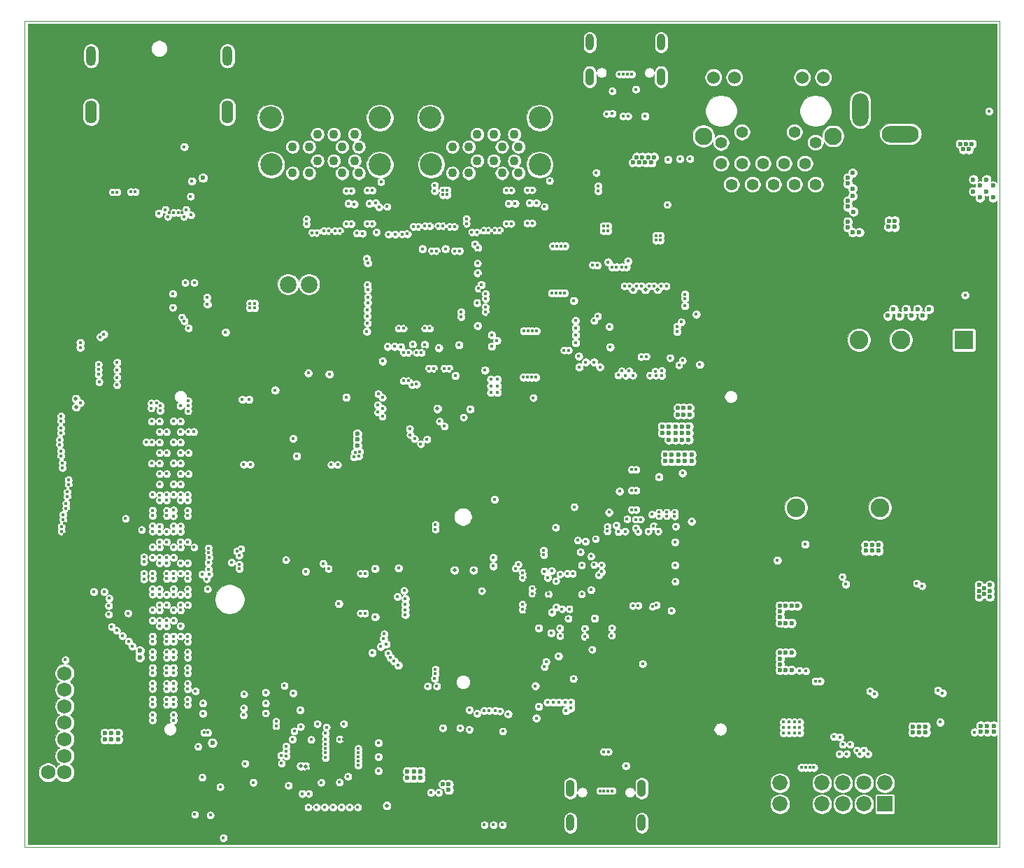
<source format=gbr>
%TF.GenerationSoftware,KiCad,Pcbnew,5.1.9+dfsg1-1*%
%TF.CreationDate,2022-05-02T11:36:43+02:00*%
%TF.ProjectId,kria-k26-devboard,6b726961-2d6b-4323-962d-646576626f61,rev?*%
%TF.SameCoordinates,Original*%
%TF.FileFunction,Copper,L4,Inr*%
%TF.FilePolarity,Positive*%
%FSLAX46Y46*%
G04 Gerber Fmt 4.6, Leading zero omitted, Abs format (unit mm)*
G04 Created by KiCad (PCBNEW 5.1.9+dfsg1-1) date 2022-05-02 11:36:43 commit fc1e327*
%MOMM*%
%LPD*%
G01*
G04 APERTURE LIST*
%TA.AperFunction,Profile*%
%ADD10C,0.100000*%
%TD*%
%TA.AperFunction,ComponentPad*%
%ADD11C,1.100000*%
%TD*%
%TA.AperFunction,ComponentPad*%
%ADD12C,2.700000*%
%TD*%
%TA.AperFunction,ComponentPad*%
%ADD13C,2.250000*%
%TD*%
%TA.AperFunction,ComponentPad*%
%ADD14R,2.250000X2.250000*%
%TD*%
%TA.AperFunction,ComponentPad*%
%ADD15O,4.500000X2.000000*%
%TD*%
%TA.AperFunction,ComponentPad*%
%ADD16O,1.990000X4.000000*%
%TD*%
%TA.AperFunction,ComponentPad*%
%ADD17O,4.000000X2.000000*%
%TD*%
%TA.AperFunction,ComponentPad*%
%ADD18R,1.840000X1.840000*%
%TD*%
%TA.AperFunction,ComponentPad*%
%ADD19C,1.840000*%
%TD*%
%TA.AperFunction,ComponentPad*%
%ADD20C,1.800000*%
%TD*%
%TA.AperFunction,ComponentPad*%
%ADD21C,6.000000*%
%TD*%
%TA.AperFunction,ComponentPad*%
%ADD22O,1.200000X2.400000*%
%TD*%
%TA.AperFunction,ComponentPad*%
%ADD23O,1.400000X2.800000*%
%TD*%
%TA.AperFunction,ComponentPad*%
%ADD24C,1.750000*%
%TD*%
%TA.AperFunction,ComponentPad*%
%ADD25O,1.000000X2.000000*%
%TD*%
%TA.AperFunction,ComponentPad*%
%ADD26O,1.050000X2.100000*%
%TD*%
%TA.AperFunction,ComponentPad*%
%ADD27C,2.020000*%
%TD*%
%TA.AperFunction,ComponentPad*%
%ADD28C,1.397000*%
%TD*%
%TA.AperFunction,ComponentPad*%
%ADD29C,2.100000*%
%TD*%
%TA.AperFunction,ComponentPad*%
%ADD30C,2.108200*%
%TD*%
%TA.AperFunction,ComponentPad*%
%ADD31C,1.524000*%
%TD*%
%TA.AperFunction,ViaPad*%
%ADD32C,0.400000*%
%TD*%
%TA.AperFunction,ViaPad*%
%ADD33C,0.600000*%
%TD*%
%TA.AperFunction,ViaPad*%
%ADD34C,0.800000*%
%TD*%
%TA.AperFunction,ViaPad*%
%ADD35C,0.450000*%
%TD*%
%TA.AperFunction,ViaPad*%
%ADD36C,0.500000*%
%TD*%
%TA.AperFunction,Conductor*%
%ADD37C,0.100000*%
%TD*%
G04 APERTURE END LIST*
D10*
X74000000Y-152000000D02*
X74000000Y-52000000D01*
X74000000Y-52000000D02*
X192000000Y-52000000D01*
X192000000Y-52000000D02*
X192000000Y-152000000D01*
X192000000Y-152000000D02*
X74000000Y-152000000D01*
D11*
%TO.N,/USB/USB1_VBUS*%
%TO.C,U17*%
X133250000Y-65730000D03*
%TO.N,/USB/USB1_TVS_N*%
X130750000Y-65730000D03*
%TO.N,/USB/USB1_TVS_P*%
X128750000Y-65730000D03*
%TO.N,GND*%
X126250000Y-65730000D03*
X126250000Y-68930000D03*
%TO.N,/USB/USB2_TVS_N*%
X130750000Y-68930000D03*
%TO.N,/USB/USB2_TVS_P*%
X128750000Y-68930000D03*
%TO.N,/USB/USB2_VBUS*%
X133250000Y-68930000D03*
%TO.N,/USB/USB1_TX_C_P*%
X133750000Y-67230000D03*
%TO.N,/USB/USB1_TX_C_N*%
X131750000Y-67230000D03*
%TO.N,GND*%
X129750000Y-67230000D03*
%TO.N,/USB/USB1_RX_P*%
X127750000Y-67230000D03*
%TO.N,/USB/USB1_RX_N*%
X125750000Y-67230000D03*
%TO.N,/USB/USB2_RX_N*%
X125750000Y-70430000D03*
%TO.N,GND*%
X129750000Y-70430000D03*
%TO.N,/USB/USB2_RX_P*%
X127750000Y-70430000D03*
%TO.N,/USB/USB2_TX_C_N*%
X131750000Y-70430000D03*
%TO.N,/USB/USB2_TX_C_P*%
X133750000Y-70430000D03*
D12*
%TO.N,SH_UP*%
X136320000Y-63730000D03*
X136320000Y-69410000D03*
X123180000Y-69410000D03*
X123080000Y-63730000D03*
%TD*%
D13*
%TO.N,GND*%
%TO.C,PS1*%
X187660000Y-110960000D03*
%TO.N,Net-(PS1-Pad5)*%
X177500000Y-110960000D03*
%TO.N,/Power Supply/PoE/POE_12V*%
X167340000Y-110960000D03*
%TO.N,/Power Supply/PoE/VDD_POE_IN*%
X174960000Y-90640000D03*
%TO.N,GNDD*%
X180040000Y-90640000D03*
D14*
%TO.N,/Power Supply/PoE/POE_ACTIVE*%
X187660000Y-90640000D03*
%TD*%
D15*
%TO.N,/Power Supply/DC Input/DC_IN*%
%TO.C,J11*%
X180000000Y-65700000D03*
D16*
%TO.N,Net-(J11-Pad2)*%
X175120400Y-62750000D03*
D17*
%TO.N,GND*%
X180000000Y-59700000D03*
%TD*%
D18*
%TO.N,/PMOD/HDA11*%
%TO.C,J4*%
X178100000Y-146800000D03*
D19*
%TO.N,/PMOD/HDA15*%
X178100000Y-144260000D03*
%TO.N,/PMOD/HDA12*%
X175560000Y-146800000D03*
D20*
%TO.N,/PMOD/HDA16_CC*%
X175560000Y-144260000D03*
D19*
%TO.N,/PMOD/HDA13*%
X173020000Y-146800000D03*
%TO.N,/PMOD/HDA17*%
X173020000Y-144260000D03*
%TO.N,/PMOD/HDA14*%
X170480000Y-146800000D03*
%TO.N,/PMOD/HDA18*%
X170480000Y-144260000D03*
%TO.N,GND*%
X167940000Y-146800000D03*
X167940000Y-144260000D03*
%TO.N,PL_3V3*%
X165400000Y-146800000D03*
X165400000Y-144260000D03*
%TD*%
D21*
%TO.N,GND*%
%TO.C,SP1*%
X89556999Y-144443500D03*
%TD*%
%TO.N,GND*%
%TO.C,SP2*%
X160206999Y-144443500D03*
%TD*%
%TO.N,GND*%
%TO.C,SP3*%
X160206999Y-90793500D03*
%TD*%
%TO.N,GND*%
%TO.C,SP4*%
X89556999Y-90793500D03*
%TD*%
D22*
%TO.N,SH_UP*%
%TO.C,J1*%
X82013000Y-56238000D03*
D23*
X82013000Y-63018000D03*
D22*
X98513000Y-56238000D03*
D23*
X98513000Y-63018000D03*
%TD*%
D21*
%TO.N,GND*%
%TO.C,MP1*%
X77500000Y-148500000D03*
%TD*%
%TO.N,GND*%
%TO.C,MP2*%
X188500000Y-148500000D03*
%TD*%
%TO.N,GND*%
%TO.C,MP3*%
X188500000Y-55500000D03*
%TD*%
%TO.N,GND*%
%TO.C,MP4*%
X77500000Y-55500000D03*
%TD*%
D24*
%TO.N,/Debug and JTAG/CONN_GND*%
%TO.C,J9*%
X78800000Y-142975000D03*
%TO.N,/Debug and JTAG/~PS_SRST_C2M*%
X76800000Y-142975000D03*
%TO.N,Net-(J9-Pad12)*%
X78800000Y-140975000D03*
%TO.N,GND*%
X76800000Y-140975000D03*
%TO.N,/Debug and JTAG/JTAG_TDI_C2M*%
X78800000Y-138975000D03*
%TO.N,GND*%
X76800000Y-138975000D03*
%TO.N,/Debug and JTAG/JTAG_TDO_M2C*%
X78800000Y-136975000D03*
%TO.N,GND*%
X76800000Y-136975000D03*
%TO.N,/Debug and JTAG/JTAG_TCK_C2M*%
X78800000Y-134975000D03*
%TO.N,GND*%
X76800000Y-134975000D03*
%TO.N,/Debug and JTAG/JTAG_TMS_C2M*%
X78800000Y-132975000D03*
%TO.N,GND*%
X76800000Y-132975000D03*
%TO.N,PS_1V8*%
X78800000Y-130975000D03*
%TO.N,GND*%
X76800000Y-130975000D03*
%TD*%
D25*
%TO.N,SH_UP*%
%TO.C,J10*%
X151019000Y-54594000D03*
X142379000Y-54594000D03*
D26*
X151019000Y-58774000D03*
X142379000Y-58774000D03*
%TD*%
D25*
%TO.N,SH_DOWN*%
%TO.C,J8*%
X140030000Y-149080000D03*
X148670000Y-149080000D03*
D26*
X140030000Y-144900000D03*
X148670000Y-144900000D03*
%TD*%
D27*
%TO.N,Net-(FB1-Pad2)*%
%TO.C,J6*%
X105860000Y-83900000D03*
%TO.N,Net-(FB2-Pad2)*%
X108400000Y-83900000D03*
%TD*%
D28*
%TO.N,/Ethernet/TD_A_P*%
%TO.C,J5*%
X169700000Y-71800000D03*
%TO.N,/Ethernet/TD_A_N*%
X168430000Y-69260000D03*
%TO.N,/Ethernet/TD_B_P*%
X167160000Y-71800000D03*
%TO.N,Net-(J5-Pad4)*%
X165890000Y-69260000D03*
%TO.N,Net-(J5-Pad5)*%
X164620000Y-71800000D03*
%TO.N,/Ethernet/TD_B_N*%
X163350000Y-69260000D03*
%TO.N,/Ethernet/TD_C_P*%
X162080000Y-71800000D03*
%TO.N,/Ethernet/TD_C_N*%
X160810000Y-69260000D03*
%TO.N,/Ethernet/TD_D_P*%
X159540000Y-71800000D03*
%TO.N,/Ethernet/TD_D_N*%
X158270000Y-69260000D03*
D29*
%TO.N,SH_UP*%
X171835000Y-65949999D03*
D30*
X156135000Y-65949999D03*
D31*
%TO.N,Net-(J5-Pad15)*%
X170625002Y-58840001D03*
%TO.N,Net-(J5-Pad18)*%
X157344998Y-58840001D03*
D28*
%TO.N,/Ethernet/POE_VC4*%
X158270000Y-66730000D03*
%TO.N,/Ethernet/POE_VC3*%
X160810000Y-65460000D03*
%TO.N,/Ethernet/POE_VC1*%
X169700000Y-66720000D03*
%TO.N,/Ethernet/POE_VC2*%
X167160000Y-65460000D03*
D31*
%TO.N,Net-(J5-Pad16)*%
X168085002Y-58840001D03*
%TO.N,Net-(J5-Pad17)*%
X159884998Y-58840001D03*
%TD*%
D11*
%TO.N,/USB/USB3_VBUS*%
%TO.C,U20*%
X113900000Y-65730000D03*
%TO.N,/USB/USB3_TVS_N*%
X111400000Y-65730000D03*
%TO.N,/USB/USB3_TVS_P*%
X109400000Y-65730000D03*
%TO.N,GND*%
X106900000Y-65730000D03*
X106900000Y-68930000D03*
%TO.N,/USB/USB4_TVS_N*%
X111400000Y-68930000D03*
%TO.N,/USB/USB4_TVS_P*%
X109400000Y-68930000D03*
%TO.N,/USB/USB4_VBUS*%
X113900000Y-68930000D03*
%TO.N,/USB/USB3_TX_C_P*%
X114400000Y-67230000D03*
%TO.N,/USB/USB3_TX_C_N*%
X112400000Y-67230000D03*
%TO.N,GND*%
X110400000Y-67230000D03*
%TO.N,/USB/USB3_RX_P*%
X108400000Y-67230000D03*
%TO.N,/USB/USB3_RX_N*%
X106400000Y-67230000D03*
%TO.N,/USB/USB4_RX_N*%
X106400000Y-70430000D03*
%TO.N,GND*%
X110400000Y-70430000D03*
%TO.N,/USB/USB4_RX_P*%
X108400000Y-70430000D03*
%TO.N,/USB/USB4_TX_C_N*%
X112400000Y-70430000D03*
%TO.N,/USB/USB4_TX_C_P*%
X114400000Y-70430000D03*
D12*
%TO.N,SH_UP*%
X116970000Y-63730000D03*
X116970000Y-69410000D03*
X103830000Y-69410000D03*
X103730000Y-63730000D03*
%TD*%
D32*
%TO.N,*%
X94446500Y-101754000D03*
X88706500Y-103009000D03*
%TO.N,GND*%
X78824999Y-114197486D03*
X78825000Y-112807486D03*
X79374999Y-111397486D03*
X79525000Y-108600000D03*
X78875000Y-108567514D03*
X78875001Y-107177514D03*
X79524999Y-109990000D03*
X78575000Y-110010000D03*
D33*
X81725000Y-78530000D03*
X79225000Y-78530000D03*
X79390000Y-79640000D03*
X81560000Y-79640000D03*
X81550000Y-77430000D03*
X79390000Y-77430000D03*
D34*
X80480000Y-80110000D03*
X80480000Y-76970000D03*
D32*
X88706500Y-105549000D03*
X77950001Y-99477514D03*
X77950000Y-100867514D03*
X78750000Y-100900000D03*
X78749999Y-102290000D03*
X77800000Y-103700000D03*
X77800000Y-102310000D03*
X78850000Y-103700000D03*
X78849999Y-105090000D03*
X78000000Y-106500000D03*
X78000001Y-105110000D03*
X134745000Y-119649446D03*
X134745000Y-118649446D03*
X134745000Y-123400000D03*
X134745000Y-122400000D03*
X135895000Y-120500000D03*
X135895000Y-121500000D03*
X124356533Y-94479921D03*
X125746534Y-94479921D03*
D33*
X123400000Y-144100000D03*
X123400000Y-142800000D03*
X136850000Y-146950000D03*
X136850000Y-145650000D03*
X136850000Y-144350000D03*
X135550000Y-145650000D03*
X135550000Y-146950001D03*
X135550000Y-144350000D03*
X123850000Y-149300000D03*
X123850000Y-148000000D03*
X125150000Y-148000000D03*
X128550000Y-142800000D03*
X129850000Y-142800000D03*
X131150000Y-142800000D03*
X128550000Y-144100000D03*
X129850000Y-144100000D03*
X131150000Y-144100000D03*
D32*
X114450000Y-120900000D03*
D35*
X133400000Y-112800000D03*
X133250000Y-111700000D03*
X133400000Y-114300000D03*
X130750000Y-82250000D03*
X130750000Y-82850000D03*
X130750000Y-83450000D03*
X130750000Y-84050000D03*
D33*
X174370000Y-127030000D03*
X165440000Y-126370000D03*
X165440000Y-127069999D03*
X174370000Y-126180000D03*
X165440000Y-125700000D03*
X165440000Y-127720000D03*
D32*
X94446500Y-104294000D03*
X94446500Y-106834000D03*
D35*
X166850000Y-120275000D03*
X166250000Y-119675000D03*
X166850000Y-119075000D03*
X167450000Y-119075000D03*
X166250000Y-120275000D03*
X166850000Y-119675000D03*
X166250000Y-119075000D03*
D33*
X188200000Y-124300000D03*
X189000000Y-124300000D03*
X188400000Y-113950000D03*
X189400000Y-113950000D03*
X190400000Y-113950000D03*
X191400000Y-113950000D03*
X191400000Y-114950000D03*
X191400000Y-115950000D03*
X191400000Y-116950000D03*
X191400000Y-117950000D03*
X191400000Y-118950000D03*
X190400000Y-116950000D03*
X190400000Y-118950000D03*
X188400000Y-114950000D03*
X190400000Y-114950000D03*
X190400000Y-117950000D03*
X190400000Y-115950000D03*
D35*
X175750000Y-119050000D03*
X176350000Y-119050000D03*
X176950000Y-119050000D03*
X175750000Y-119650000D03*
X176350000Y-119650000D03*
X175750000Y-120250000D03*
X176350000Y-120250000D03*
X107200000Y-97950000D03*
X107350000Y-97275000D03*
D32*
X120130557Y-98191723D03*
D35*
X142150000Y-108575000D03*
D32*
X172245000Y-126245000D03*
X169845000Y-125645000D03*
X169244999Y-125645000D03*
X171045000Y-125645000D03*
X169845000Y-127445000D03*
X169845000Y-126245001D03*
X168045000Y-126245000D03*
X168045000Y-126845000D03*
X170445001Y-125645001D03*
X168645000Y-126845000D03*
X170445000Y-127445000D03*
X168644999Y-126245000D03*
X171045000Y-126245000D03*
X169245000Y-126245000D03*
X171045000Y-126845000D03*
X172245000Y-126845000D03*
X171645000Y-126245000D03*
X171645000Y-126845000D03*
X169245001Y-126845000D03*
X171045000Y-127445000D03*
X170445000Y-126845001D03*
X169245000Y-127445000D03*
X169845000Y-126845001D03*
X170445001Y-126245000D03*
X148675000Y-71600000D03*
X148075000Y-71600000D03*
X148675000Y-75800000D03*
X148675000Y-75200000D03*
X148075000Y-75200000D03*
X148075000Y-75800000D03*
X148675000Y-72200000D03*
X148075000Y-72200000D03*
X147475000Y-72800000D03*
X91450000Y-75200000D03*
X93050000Y-75200000D03*
D35*
X117750000Y-81450000D03*
X118400000Y-80100000D03*
X119200000Y-80100000D03*
X120100000Y-80100000D03*
D32*
X119410000Y-81840000D03*
X149530000Y-86910000D03*
X148170000Y-86910000D03*
X148170000Y-88030000D03*
X149530000Y-88030000D03*
X150640000Y-88030000D03*
X147040000Y-88030000D03*
X147050000Y-89390000D03*
X148180000Y-89390000D03*
X149530000Y-89390000D03*
X150650000Y-89390000D03*
X149520000Y-90510000D03*
X148170000Y-90520000D03*
D35*
X156300000Y-86400000D03*
X156700000Y-85600000D03*
X156700000Y-85100000D03*
D32*
X118500000Y-89250000D03*
X118075000Y-89250000D03*
D35*
X117700000Y-87575000D03*
X117700000Y-85875000D03*
X117700000Y-86750000D03*
X117725000Y-85000000D03*
X117725000Y-84150000D03*
X146400000Y-79500000D03*
X145000000Y-79100000D03*
X147000000Y-80200000D03*
X145600000Y-79100000D03*
X147000000Y-79500000D03*
X144500000Y-79600000D03*
X137800000Y-82050000D03*
X138100000Y-80750000D03*
X138300000Y-82049999D03*
X141100000Y-95400000D03*
X141900000Y-96100000D03*
X143600000Y-94900000D03*
X142900000Y-95600000D03*
X155125000Y-92000000D03*
X155200000Y-90125000D03*
X155225000Y-89175000D03*
X144800000Y-83300000D03*
X142775000Y-87500000D03*
X140450000Y-86850000D03*
X142575000Y-91625000D03*
X98300000Y-88700000D03*
X108650000Y-90600000D03*
X129500000Y-89999999D03*
X129500000Y-91400000D03*
X128850000Y-90700001D03*
X130950000Y-89250000D03*
X128500000Y-94900000D03*
X128500000Y-92700000D03*
X126400000Y-96200000D03*
X125100000Y-96700000D03*
D32*
X129129267Y-76956197D03*
X130519268Y-76956198D03*
X130480732Y-77768803D03*
X129091466Y-77987606D03*
X127037607Y-76951601D03*
X122505309Y-94475000D03*
X123895310Y-94475000D03*
X127037607Y-75561600D03*
X131870733Y-77768803D03*
X107687607Y-75611600D03*
X107687607Y-77001601D03*
X108351465Y-78037606D03*
X109741466Y-78037606D03*
X111169268Y-77006198D03*
X109779267Y-77006197D03*
X111130732Y-77818803D03*
X120821058Y-95173939D03*
X119431058Y-95173939D03*
X126407018Y-86841393D03*
X126407018Y-88231393D03*
X119434534Y-92569722D03*
X120824535Y-92569722D03*
X123412408Y-88822937D03*
X122022408Y-88822937D03*
X120212410Y-88822937D03*
X118822410Y-88822937D03*
X130153803Y-86229267D03*
X130153803Y-87619268D03*
X129353803Y-84646782D03*
X129353803Y-86046782D03*
X126403350Y-76500000D03*
X125013350Y-76500000D03*
X122025001Y-76420000D03*
X123415001Y-76420000D03*
X123624396Y-77220000D03*
X125024396Y-77220000D03*
X122030864Y-77300000D03*
X120630864Y-77300000D03*
X124215474Y-80249663D03*
X122825474Y-80249663D03*
D35*
X115723449Y-75794571D03*
X113189000Y-75791000D03*
X135102449Y-75748572D03*
D32*
X86230000Y-72700000D03*
X87980000Y-72696000D03*
X84030000Y-72725000D03*
X85780000Y-72721000D03*
D35*
X167800000Y-141700000D03*
X168300000Y-141700000D03*
X168800000Y-141700000D03*
D32*
X89800000Y-69500000D03*
X90700000Y-69500000D03*
X91650000Y-69350000D03*
X88250000Y-67200000D03*
X89750000Y-67200000D03*
X92250000Y-67200000D03*
X146852000Y-106325000D03*
X148602000Y-106321000D03*
X148600000Y-108846000D03*
X146850000Y-108850000D03*
X91803000Y-101746500D03*
X92213000Y-101746500D03*
X91350000Y-103016500D03*
X90940000Y-103016500D03*
X91803000Y-104286500D03*
X92213000Y-104286500D03*
X91350000Y-105556500D03*
X90940000Y-105556500D03*
X91803000Y-106826500D03*
X92213000Y-106826500D03*
X148250001Y-116030000D03*
X93890000Y-108096000D03*
X93480000Y-108096000D03*
X89673000Y-106827000D03*
X89263000Y-106827000D03*
X93480000Y-105556000D03*
X93890000Y-105556000D03*
X89673000Y-104287000D03*
X89263000Y-104287000D03*
X93480000Y-103016000D03*
X93890000Y-103016000D03*
X89673000Y-101747000D03*
X89263000Y-101747000D03*
X93890000Y-100476000D03*
X93480000Y-100476000D03*
X92946500Y-136029000D03*
X90406500Y-136029000D03*
X90406500Y-136664000D03*
X100515000Y-134350000D03*
X157880000Y-100470000D03*
X160420000Y-100470000D03*
X158480000Y-102375000D03*
X160420000Y-103010000D03*
X155940000Y-102375000D03*
X157880000Y-103010000D03*
X155940000Y-104915000D03*
X157880000Y-105550000D03*
X158480000Y-104915000D03*
X160420000Y-105550000D03*
X155940000Y-107455000D03*
X157880000Y-108090000D03*
X158480000Y-107455000D03*
X160420000Y-108090000D03*
X160420000Y-109360000D03*
X155940000Y-109995000D03*
X158480001Y-111264500D03*
X160420000Y-111265000D03*
X155940001Y-111264500D03*
X157880000Y-111265000D03*
X158480001Y-113169500D03*
X160420000Y-113170000D03*
X155940001Y-113169500D03*
X157880000Y-113170000D03*
X155940001Y-115074500D03*
X157880000Y-115075000D03*
X158480001Y-115074500D03*
X160420000Y-115075000D03*
X155940001Y-116979500D03*
X157880000Y-116980000D03*
X158480001Y-116979500D03*
X160420000Y-116980000D03*
X155940001Y-118884500D03*
X157880000Y-118885000D03*
X158480001Y-118884500D03*
X160420000Y-118885000D03*
X155940001Y-120789500D03*
X157880000Y-120790000D03*
X158480001Y-120789500D03*
X160420000Y-120790000D03*
X155940001Y-122694500D03*
X157880000Y-122695000D03*
X158480001Y-122694500D03*
X160420000Y-122695000D03*
X158480001Y-124599500D03*
X160420000Y-124600000D03*
X155940001Y-124599500D03*
X157880000Y-124600000D03*
X155940001Y-126504500D03*
X157880000Y-126505000D03*
X158480001Y-126504500D03*
X160420000Y-126505000D03*
X158480001Y-128409500D03*
X160420000Y-128410000D03*
X155940001Y-128409500D03*
X157880000Y-128410000D03*
X156920000Y-129680000D03*
X159460001Y-129679500D03*
X160420001Y-130949500D03*
X159440001Y-130949500D03*
X157893001Y-130976500D03*
X156913001Y-130976500D03*
X156920001Y-132219500D03*
X155940001Y-132219500D03*
X159460001Y-132219500D03*
X158480001Y-132219500D03*
X160420001Y-133489500D03*
X159440001Y-133489500D03*
X159460001Y-134759500D03*
X158480001Y-134759500D03*
X157880001Y-133489500D03*
X156900001Y-133489500D03*
X156920001Y-134759500D03*
X155940001Y-134759500D03*
X157880001Y-136029500D03*
X156900001Y-136029500D03*
X89446500Y-109994000D03*
X91986500Y-109994000D03*
X90300000Y-111910000D03*
X90300000Y-111270000D03*
X91166500Y-113183999D03*
X93706500Y-113183999D03*
X91166500Y-115724000D03*
X89446500Y-115074000D03*
X93706500Y-115724000D03*
X91986500Y-115074000D03*
X89446500Y-117614000D03*
X91986500Y-117614000D03*
X90300000Y-119530000D03*
X90300000Y-118890000D03*
X92840000Y-119530000D03*
X91166500Y-120803999D03*
X92840000Y-120795000D03*
X91166500Y-123344000D03*
X89446500Y-122694000D03*
X93706500Y-123344000D03*
X91986500Y-122694000D03*
X89446500Y-125234000D03*
X93706500Y-125249000D03*
X91986500Y-125234000D03*
X92840000Y-127150000D03*
X90300000Y-127150000D03*
X90300000Y-126510000D03*
X90300000Y-129055000D03*
X90300000Y-128415000D03*
X92840000Y-129055000D03*
X92840000Y-128415000D03*
X92840000Y-130960000D03*
X92840000Y-130320000D03*
X90300000Y-130960000D03*
X90300000Y-130320000D03*
X92840000Y-132865000D03*
X92840000Y-132225000D03*
X90300000Y-132865000D03*
X92840000Y-134770000D03*
X92840000Y-134130000D03*
X90300000Y-134770000D03*
X90300000Y-134130000D03*
X90299710Y-132227333D03*
X92854510Y-111910000D03*
X92863470Y-111293470D03*
X174300000Y-141050000D03*
X174300000Y-142750000D03*
X82500000Y-136000000D03*
X80700000Y-136000000D03*
X144350000Y-142300000D03*
X94650000Y-132150000D03*
X104400000Y-137925000D03*
X104250000Y-134150000D03*
X105050000Y-134150000D03*
X104150000Y-134950000D03*
X104950000Y-134950000D03*
X116800000Y-140250000D03*
X116800000Y-141950000D03*
X109750000Y-141200000D03*
X108000000Y-138900000D03*
X106175000Y-142225000D03*
X109450000Y-142075000D03*
X109350000Y-145525000D03*
X106600000Y-145525000D03*
X109525000Y-143775001D03*
X106400000Y-143775000D03*
X105000000Y-139950000D03*
X97375000Y-141025000D03*
X98600000Y-144700000D03*
X96450000Y-145850000D03*
X94550000Y-143650000D03*
X160420000Y-136030000D03*
X159440000Y-136030000D03*
X92375000Y-149300000D03*
X98025000Y-149300000D03*
X108300000Y-137500000D03*
X111500000Y-137500000D03*
X149070354Y-94884062D03*
X148504668Y-94884062D03*
X115300000Y-147200000D03*
X112600000Y-138954510D03*
X92800000Y-99225000D03*
X89400000Y-99525000D03*
X88706500Y-100469000D03*
X90940000Y-100476500D03*
X91350000Y-100476500D03*
X91166500Y-108104000D03*
X103900000Y-132490000D03*
X104400000Y-132500000D03*
X104900675Y-132501006D03*
X158480000Y-109995000D03*
X157880000Y-109360000D03*
X107444510Y-138890675D03*
X86100000Y-119600000D03*
X86100000Y-118700000D03*
X86100000Y-117800000D03*
X86100000Y-116900000D03*
X147580000Y-120550000D03*
X148480000Y-120550000D03*
X149600000Y-120550002D03*
X150500000Y-120550000D03*
X150500000Y-119870000D03*
X150500000Y-117860000D03*
X149480000Y-116030000D03*
X150610000Y-115530000D03*
X146730000Y-116020000D03*
X145830000Y-116030000D03*
X145970000Y-117840000D03*
X145950000Y-118760000D03*
X149450000Y-122725000D03*
D33*
X151421142Y-127550000D03*
X149000000Y-123950000D03*
D32*
X153400000Y-125450000D03*
X147797220Y-127755115D03*
X123050000Y-114850000D03*
X126325000Y-130775000D03*
X123075000Y-129225000D03*
X139025000Y-121050000D03*
X139925000Y-121075000D03*
X140500000Y-123200000D03*
X137400000Y-121950000D03*
X139250000Y-119600000D03*
X139700000Y-119600000D03*
X140150000Y-119600000D03*
X139425000Y-115275000D03*
X139875000Y-115275000D03*
X138975000Y-115275000D03*
X143375000Y-118275000D03*
X138299122Y-111833794D03*
X139872435Y-113972792D03*
X143325000Y-115525000D03*
X150600000Y-113200000D03*
X148282843Y-128533095D03*
X146850000Y-111175000D03*
X148600000Y-111171000D03*
X126450000Y-113200000D03*
X117750000Y-145100000D03*
X130750000Y-147850000D03*
X131150000Y-145450000D03*
X86750000Y-67200000D03*
X85250000Y-67150000D03*
X86000000Y-67825000D03*
X91550000Y-67750000D03*
X90700000Y-83700000D03*
X96200000Y-84500000D03*
X94700000Y-84600000D03*
X94300000Y-87900000D03*
X91900000Y-85600000D03*
X91900000Y-86100000D03*
X108177013Y-142755879D03*
X108546672Y-142185225D03*
X122462145Y-129812145D03*
D35*
X128150000Y-137250000D03*
X137800000Y-136300000D03*
X133500000Y-135900000D03*
X138208003Y-137200000D03*
X139400000Y-136200000D03*
X169300000Y-141700000D03*
X141100000Y-143400000D03*
X132559000Y-75747000D03*
X118200000Y-122600000D03*
D32*
X119900000Y-119975000D03*
X112775000Y-120175000D03*
X111025000Y-119250000D03*
X108175000Y-122750000D03*
X109125000Y-117650000D03*
X107250000Y-121925000D03*
X111000000Y-123325000D03*
X115777000Y-118885999D03*
X114027000Y-118889999D03*
X114027000Y-123710000D03*
X115777000Y-123706000D03*
D35*
X117400000Y-118300000D03*
X118200000Y-123550000D03*
X116800000Y-122600000D03*
D32*
X112520733Y-77818803D03*
X121007020Y-91769722D03*
X122410000Y-91770000D03*
D35*
X128980000Y-91470000D03*
X113290000Y-88300000D03*
X113320000Y-87450000D03*
X113350000Y-86560000D03*
X113350000Y-85430000D03*
D32*
X127701465Y-77987606D03*
D35*
X113850000Y-62750000D03*
X112950000Y-62750000D03*
X112050000Y-62750000D03*
X118100000Y-65750000D03*
X118100000Y-67550000D03*
X118100000Y-66650000D03*
X133250000Y-62650000D03*
X131450000Y-62650000D03*
X132350000Y-62650000D03*
X137450000Y-65650000D03*
X137450000Y-66550000D03*
X137450000Y-67450000D03*
X108050000Y-90600000D03*
X106900000Y-90600000D03*
X107500000Y-90600000D03*
D32*
X140390470Y-128351992D03*
X142700000Y-127500000D03*
X142545277Y-125304333D03*
X142098133Y-126920101D03*
X142098133Y-126015004D03*
X82350000Y-121750000D03*
X86700000Y-121800000D03*
D35*
X134600000Y-91050000D03*
X134800000Y-92350000D03*
X134300000Y-92350000D03*
X137500000Y-93900000D03*
X137900000Y-89400000D03*
X141400000Y-79100000D03*
D33*
X148800000Y-69850000D03*
X147950000Y-69850000D03*
X147250000Y-78050000D03*
X148100000Y-78049999D03*
X149650000Y-78050000D03*
X148800000Y-78050000D03*
D35*
X129275000Y-82950000D03*
D32*
X153375000Y-74225000D03*
X153200000Y-71400000D03*
X155000000Y-71400000D03*
D33*
X191025001Y-61550000D03*
X188925000Y-61550000D03*
X189625000Y-61550000D03*
X188225000Y-61550000D03*
X190325000Y-61550000D03*
X191050000Y-60774999D03*
X191050000Y-60075000D03*
X191050000Y-59374999D03*
X191200000Y-68300000D03*
D35*
X119425000Y-93150000D03*
X115850000Y-93025000D03*
X123425000Y-74675000D03*
X104300000Y-95700000D03*
X100125000Y-94100000D03*
X112125000Y-96025000D03*
D32*
X152100000Y-93500000D03*
X149900000Y-91100000D03*
X147700000Y-91100000D03*
D35*
X125500000Y-98900000D03*
D32*
X102810978Y-141900000D03*
X111103011Y-142900000D03*
X120760000Y-81840000D03*
X122110000Y-81840000D03*
X123460000Y-81840000D03*
X124810000Y-81840000D03*
X119410000Y-83190000D03*
X120760000Y-83190000D03*
X122110000Y-83190000D03*
X123460000Y-83190000D03*
X124810000Y-83190000D03*
X119410000Y-84540000D03*
X120760000Y-84540000D03*
X122110000Y-84540000D03*
X123460000Y-84540000D03*
X124810000Y-84540000D03*
X119410000Y-85890000D03*
X120760000Y-85890000D03*
X122110000Y-85890000D03*
X123460000Y-85890000D03*
X124810000Y-85890000D03*
X119410000Y-87240000D03*
X120760000Y-87240000D03*
X122110000Y-87240000D03*
X123460000Y-87240000D03*
X124810000Y-87240000D03*
D35*
X96100000Y-87300000D03*
D32*
X90250000Y-71400000D03*
X90500000Y-73250000D03*
X94150000Y-69450000D03*
X93250000Y-69400000D03*
X96150000Y-75500000D03*
D35*
X146700000Y-62000000D03*
X144600000Y-62000000D03*
X151200000Y-67225000D03*
X148800000Y-66425000D03*
X150700000Y-60600000D03*
X151300000Y-60600000D03*
X151900000Y-60600000D03*
X150700000Y-61200000D03*
X151300000Y-61200000D03*
X151900000Y-61200000D03*
D32*
X148075000Y-72800000D03*
X148675000Y-72800000D03*
X149275000Y-72800000D03*
X147475000Y-73400000D03*
X148075000Y-73400000D03*
X148675000Y-73400000D03*
X149275000Y-73400000D03*
X147475000Y-74000000D03*
X148075000Y-74000000D03*
X148675000Y-74000000D03*
X149275000Y-74000000D03*
X147475000Y-74600000D03*
X148075000Y-74600000D03*
X148675000Y-74600000D03*
X149275000Y-74600000D03*
D35*
X142100000Y-109575000D03*
X151700000Y-107200000D03*
X151700000Y-109400000D03*
X150750000Y-109450000D03*
X153225000Y-110000000D03*
D32*
X141425000Y-122000000D03*
X137325000Y-120900000D03*
X121130557Y-98191723D03*
X122130557Y-98191723D03*
X120130557Y-98941723D03*
X121130557Y-98941723D03*
X122130557Y-99691723D03*
D35*
X122615557Y-96026723D03*
X113450000Y-123375000D03*
X128800000Y-80025000D03*
X107010017Y-103714983D03*
X111100000Y-97050000D03*
X96600000Y-99000000D03*
X96575000Y-98000000D03*
X98250000Y-97250000D03*
X98175000Y-95025000D03*
D33*
X189400000Y-114950000D03*
X141950000Y-75550000D03*
D32*
X142160000Y-142260000D03*
D35*
X112000000Y-123550000D03*
D32*
X113525000Y-119325000D03*
D35*
X133978761Y-137021239D03*
X183074999Y-134525000D03*
X182474999Y-134525000D03*
X181875000Y-134525000D03*
X183075000Y-133924999D03*
X182474999Y-133925000D03*
X183075000Y-133324999D03*
X182475000Y-133324999D03*
X191302512Y-133827512D03*
X190702512Y-133827512D03*
X191302512Y-134427512D03*
X191302513Y-133227512D03*
X190702512Y-133227513D03*
X190702512Y-134427512D03*
X190102513Y-134427513D03*
X184000000Y-135625000D03*
X174525000Y-120500000D03*
X186350000Y-130900000D03*
X178125000Y-130950000D03*
X176575000Y-137700000D03*
D32*
X180100000Y-122000000D03*
X173550000Y-117850000D03*
X182300000Y-115900000D03*
X172600000Y-123150000D03*
X172550000Y-131200000D03*
X172800000Y-133750000D03*
D35*
X170650000Y-136950000D03*
X170650000Y-137450000D03*
X170650000Y-137950000D03*
X170650000Y-138450000D03*
X171300000Y-138450000D03*
X171300000Y-137950000D03*
D32*
X115300000Y-120900000D03*
X114450000Y-121600000D03*
X115300000Y-121600000D03*
X123600000Y-127300000D03*
X131150000Y-131250000D03*
X131200000Y-129800000D03*
D33*
X128550000Y-149300000D03*
X125150000Y-149300000D03*
X136450000Y-149300000D03*
D32*
X105950000Y-144000000D03*
X143200000Y-67400000D03*
X99600000Y-98500000D03*
D35*
X147700000Y-142400000D03*
X142850000Y-61150000D03*
X143450000Y-61150000D03*
X142250000Y-61750000D03*
X142850000Y-61750000D03*
X143450000Y-61750000D03*
X140850000Y-63150000D03*
D32*
X120500000Y-76250000D03*
X120110000Y-76560000D03*
X120100000Y-77150000D03*
D35*
X110400000Y-71650000D03*
X100300000Y-72150000D03*
X99400000Y-72150000D03*
D32*
X86000000Y-69799976D03*
X131175000Y-120275000D03*
X131200000Y-118775000D03*
X131125000Y-121775000D03*
X133500000Y-123825000D03*
X133370000Y-115780000D03*
X133370000Y-117270000D03*
D35*
X139325000Y-127300000D03*
X137600000Y-127100000D03*
X137700000Y-124700000D03*
X135740000Y-135550000D03*
D32*
X83200000Y-99175000D03*
X83254500Y-101650000D03*
X83075000Y-105750000D03*
X83075000Y-107250000D03*
X83075000Y-108750000D03*
X83075000Y-110250000D03*
X78100000Y-112700000D03*
X78150000Y-111400000D03*
%TO.N,/Xilinx K26 SOM/MODE0_C2M*%
X93706500Y-119534000D03*
X88400000Y-119600000D03*
%TO.N,/Xilinx K26 SOM/MODE1_C2M*%
X93697073Y-118908426D03*
X88400000Y-118900000D03*
%TO.N,/Xilinx K26 SOM/MODE2_C2M*%
X92840000Y-118890000D03*
X88400000Y-117500000D03*
%TO.N,/Xilinx K26 SOM/MODE3_C2M*%
X93706500Y-117629000D03*
X88400000Y-116900000D03*
%TO.N,/Xilinx K26 SOM/HDA08_CC*%
X90300000Y-124605000D03*
D35*
%TO.N,/Xilinx K26 SOM/HDA20*%
X98300000Y-89700000D03*
D32*
X91166500Y-121439000D03*
%TO.N,/Xilinx K26 SOM/HDA00_C*%
X89446500Y-127139000D03*
X84150000Y-122800000D03*
D33*
%TO.N,SOM_5V0*%
X151150000Y-101100000D03*
X165400000Y-122800000D03*
X166100000Y-122800000D03*
X166800000Y-122800000D03*
X167500000Y-122800000D03*
X165400000Y-123500000D03*
X165400000Y-124200000D03*
X165400000Y-124900000D03*
X166100000Y-124900000D03*
X166800000Y-124900000D03*
D35*
X113965557Y-104226723D03*
X114515557Y-104151723D03*
X113840557Y-104776723D03*
X114390557Y-104701723D03*
D32*
X89300000Y-98275000D03*
X92800000Y-98600000D03*
X93750000Y-98600000D03*
X93750000Y-99225000D03*
X90375000Y-98570000D03*
X90375000Y-99195000D03*
X89300006Y-98900000D03*
D35*
X121400000Y-96000000D03*
D32*
X89925000Y-98275000D03*
X93750000Y-98000000D03*
D35*
X83140557Y-90251723D03*
X83565557Y-89926723D03*
D33*
X166100000Y-130600000D03*
X165400000Y-129900000D03*
X165400000Y-130600000D03*
X165400000Y-128500000D03*
X166100000Y-128500000D03*
X166800000Y-128500000D03*
X166800000Y-130600000D03*
X165400000Y-129200000D03*
D32*
X167750000Y-130650000D03*
D33*
X151950000Y-101100000D03*
X152750000Y-101100000D03*
X153550000Y-101100000D03*
X154350000Y-101100000D03*
X151150000Y-101900000D03*
X151950000Y-101900000D03*
X152750000Y-101900000D03*
X153550000Y-101900000D03*
X154350000Y-101900000D03*
X151950000Y-102700000D03*
X152750000Y-102700000D03*
X153550000Y-102700000D03*
X154350000Y-102700000D03*
D32*
X135550000Y-97625000D03*
D33*
%TO.N,/Power Supply/PoE/VDD_POE_IN*%
X178600000Y-76200000D03*
X179300000Y-76950000D03*
X179300000Y-76200000D03*
X178550000Y-76950000D03*
X179150000Y-86900001D03*
X180650000Y-86900000D03*
X179850000Y-87700000D03*
X182700000Y-87700000D03*
X183450000Y-86900000D03*
X178450000Y-87700000D03*
X181350000Y-87700000D03*
X182050000Y-86899999D03*
X190400000Y-72650001D03*
X190399999Y-71200000D03*
X188800000Y-72650001D03*
X188799999Y-71200000D03*
X191200000Y-71950000D03*
X191200000Y-73400000D03*
X189600000Y-73400000D03*
X189600000Y-71950000D03*
D35*
%TO.N,/Power Supply/PoE/POE_ACTIVE*%
X187800000Y-85200000D03*
%TO.N,/Power Supply/DC/DC conventers/DC_MAIN_BUS*%
X138400000Y-79250000D03*
X139400000Y-79250000D03*
X138900001Y-79250000D03*
D33*
X190800000Y-120300000D03*
X190800000Y-121699999D03*
X190800000Y-121000001D03*
X190150000Y-120650000D03*
X190150000Y-121349999D03*
X189499999Y-121699999D03*
X189500000Y-120300000D03*
X189500000Y-121000001D03*
X149450000Y-68500000D03*
X148400000Y-69150000D03*
X147650000Y-69150000D03*
X149850000Y-69150000D03*
X150150000Y-68500000D03*
X148050000Y-68500000D03*
X149100000Y-69150000D03*
X148750000Y-68500000D03*
X187575000Y-67550000D03*
X187225000Y-66900000D03*
X188275001Y-67550000D03*
X187925000Y-66900000D03*
D35*
X137900000Y-79250000D03*
X135900001Y-89550000D03*
X135400000Y-89550000D03*
X134900000Y-89550000D03*
D33*
X188625000Y-66900000D03*
D32*
X190700000Y-62950000D03*
D35*
X134399999Y-89550000D03*
D33*
%TO.N,PS_3V3*%
X153750000Y-98850000D03*
X153750000Y-99650000D03*
X154450000Y-98850000D03*
X154450000Y-99650000D03*
X151500000Y-104500000D03*
D35*
X165850000Y-136900000D03*
X120050000Y-121950000D03*
X120050000Y-122650000D03*
X120050000Y-123300000D03*
X120050000Y-123900000D03*
D33*
X114240557Y-102676723D03*
X114240557Y-103401723D03*
X153050000Y-98850000D03*
X120300000Y-142850000D03*
X114240557Y-102001723D03*
D35*
X126100000Y-94950000D03*
D32*
X123700000Y-130500000D03*
X123700000Y-131050000D03*
X100515000Y-133500000D03*
X100490000Y-135200000D03*
X100464998Y-136050000D03*
X105400000Y-132475000D03*
X106475000Y-133375000D03*
X116800000Y-139400000D03*
X116800000Y-142800000D03*
X108375000Y-145550000D03*
X105000000Y-140925000D03*
X112600000Y-137100000D03*
X110400000Y-138954510D03*
X123700000Y-113000000D03*
X123700000Y-113550000D03*
X124100000Y-145400000D03*
X123150000Y-145400000D03*
D36*
X107998962Y-142235484D03*
D33*
X125300000Y-145100000D03*
X125300000Y-144400000D03*
X124600000Y-144400000D03*
D36*
X128300000Y-118500000D03*
D35*
X115456942Y-83974860D03*
X115491942Y-86114860D03*
X118756942Y-91425000D03*
D32*
X110100000Y-117700000D03*
X110750000Y-118325000D03*
D35*
X112010000Y-122550000D03*
X116400000Y-124150000D03*
X116400000Y-118300000D03*
X122400000Y-91200000D03*
X129250000Y-83950000D03*
D32*
X112085000Y-144165000D03*
D35*
X120300000Y-77800000D03*
X112900000Y-97575000D03*
X110850000Y-94775000D03*
X117300000Y-93200000D03*
X104300000Y-96700000D03*
X126542754Y-91231559D03*
X96050000Y-85500000D03*
D32*
X94050000Y-73250000D03*
D35*
X94220490Y-71400000D03*
D32*
X94100000Y-75500000D03*
D35*
X128481355Y-79050989D03*
X106909998Y-104685000D03*
X119225000Y-118250000D03*
X170250000Y-131925002D03*
X166500000Y-136900000D03*
X167150000Y-136900000D03*
X167800000Y-136900000D03*
X165850000Y-137550000D03*
X166500000Y-137550000D03*
X167150000Y-137550000D03*
X167800000Y-137550000D03*
X165850000Y-138200000D03*
X166500000Y-138200000D03*
X167150000Y-138200000D03*
X167800000Y-138200000D03*
X168450000Y-115350000D03*
D32*
X168550000Y-130700000D03*
D33*
X152300000Y-104500000D03*
X153100000Y-104500000D03*
X153900000Y-104500000D03*
X154700000Y-104500000D03*
X151500000Y-105300000D03*
X152300000Y-105300000D03*
X153100000Y-105300000D03*
X153900000Y-105300000D03*
X154700000Y-105300000D03*
X153050000Y-99650000D03*
X121100000Y-142850000D03*
X121900000Y-142850000D03*
X120300000Y-143650000D03*
X121100000Y-143650000D03*
X121900000Y-143650000D03*
X95550000Y-71000000D03*
D35*
X130700000Y-117000000D03*
X130700000Y-118000000D03*
D32*
X106600038Y-137980000D03*
D35*
X115375000Y-80774998D03*
%TO.N,PS_2V5*%
X145600000Y-81800000D03*
X147000000Y-81100000D03*
X146300000Y-81800000D03*
X145100000Y-81800000D03*
X144600000Y-81199999D03*
X146800000Y-81800000D03*
X137800001Y-84950000D03*
X138799999Y-84950000D03*
X138300000Y-84950000D03*
D36*
X150590633Y-84524948D03*
D35*
X139300000Y-84950000D03*
D32*
X143300000Y-81600000D03*
X153300000Y-68700000D03*
X154500000Y-68700000D03*
D36*
X147600000Y-84530002D03*
D35*
X141050000Y-92600000D03*
%TO.N,PS_1V8*%
X137250000Y-134500000D03*
X137950000Y-134500000D03*
X138650000Y-134500000D03*
X139400000Y-134500000D03*
X140100000Y-134500000D03*
X140100000Y-135200000D03*
X135900000Y-136400000D03*
X153900000Y-85600000D03*
X153900000Y-86500000D03*
X153900000Y-85100000D03*
X155700000Y-93600000D03*
X152950000Y-89625000D03*
X155275000Y-87525000D03*
X140450000Y-85875000D03*
X140650000Y-88300000D03*
X140675000Y-89175000D03*
X140675000Y-90050000D03*
X140675000Y-90975000D03*
D32*
X94650000Y-133150000D03*
X116800000Y-141100000D03*
X107575000Y-145550000D03*
X109400000Y-137100000D03*
X144757002Y-89015076D03*
X110400000Y-138245490D03*
X126680000Y-137600000D03*
X138775000Y-118975000D03*
X139025000Y-123200000D03*
D36*
X107400000Y-142200000D03*
D35*
X132500000Y-135900000D03*
X139500000Y-135500000D03*
D32*
X145032626Y-126403913D03*
X148595911Y-92664035D03*
X152100000Y-92800000D03*
D35*
X127900000Y-99000000D03*
D32*
X78900000Y-129350000D03*
D35*
X96100000Y-86300000D03*
D32*
X138275000Y-119800000D03*
D36*
X123940557Y-98951723D03*
D32*
X120575000Y-101375014D03*
D33*
X176550000Y-115450000D03*
X176550000Y-116150000D03*
X177350000Y-115450000D03*
X177350000Y-116150000D03*
X175775000Y-116150000D03*
X175775000Y-115450000D03*
D32*
X182600000Y-120400000D03*
X95700000Y-138150000D03*
X96150000Y-138150000D03*
D35*
%TO.N,PS_1V2*%
X130400000Y-95400000D03*
X130500000Y-90000000D03*
X130500000Y-91400000D03*
X131150000Y-90700000D03*
X128800000Y-82534862D03*
X124900000Y-79600000D03*
X120928942Y-91172861D03*
X122125000Y-79600000D03*
X128756942Y-86124860D03*
X117906942Y-91424859D03*
X128833331Y-79475999D03*
X173375000Y-120200000D03*
X165100000Y-117300000D03*
X131200000Y-95400000D03*
X130400000Y-96200000D03*
X131200000Y-96200000D03*
X130400000Y-97000000D03*
X131200000Y-97000000D03*
X124110000Y-91600000D03*
X115502394Y-81310055D03*
%TO.N,PS_1V0*%
X142900001Y-93300000D03*
X141900000Y-93300000D03*
X143600000Y-93900000D03*
X141100000Y-93900000D03*
X152950000Y-89000000D03*
D32*
X149211775Y-92621320D03*
D36*
X149105709Y-84524948D03*
D35*
X144850000Y-91500000D03*
X135350000Y-95150000D03*
X135850000Y-95150000D03*
X134350000Y-95150000D03*
X134850000Y-95149999D03*
D32*
X139800003Y-91875000D03*
D33*
%TO.N,PL_3V3*%
X87900000Y-128250000D03*
X87900000Y-129050000D03*
X182275000Y-138124999D03*
X182275000Y-137425000D03*
X181475000Y-138125000D03*
X181475000Y-137425000D03*
X183050000Y-137425000D03*
X183050000Y-138125000D03*
D35*
X169000000Y-142400000D03*
X168500000Y-142400000D03*
X168000000Y-142400000D03*
D32*
X91986500Y-129044000D03*
X91986500Y-128409000D03*
X97640000Y-144740000D03*
X96450000Y-148150000D03*
X85160000Y-93340000D03*
X85160000Y-94250000D03*
X85160000Y-95170000D03*
X85154510Y-96070000D03*
D35*
X169500000Y-142400000D03*
D32*
X84200000Y-121900000D03*
X86500000Y-123700000D03*
D33*
X83700000Y-138200000D03*
D35*
X188950000Y-138100000D03*
D32*
X176300000Y-133150000D03*
D33*
X84500000Y-138200000D03*
X85300000Y-138200000D03*
X83700000Y-139000000D03*
X84500000Y-139000000D03*
X85300000Y-139000000D03*
D35*
X80700000Y-90950000D03*
X80700000Y-91550000D03*
D33*
%TO.N,PL_1V2*%
X191277513Y-138027513D03*
X190502512Y-137327513D03*
X189702513Y-138027513D03*
X190502512Y-138027512D03*
X189702513Y-137327513D03*
X191277513Y-137327513D03*
D32*
X89446500Y-136664000D03*
X89446500Y-136029000D03*
D35*
X184800000Y-136900000D03*
X184525000Y-133075000D03*
%TO.N,/Power Supply/VCCOEN_PS_M2C*%
X116050000Y-128500000D03*
D32*
X122750000Y-132550000D03*
D35*
X185075000Y-133375000D03*
X176800000Y-133500000D03*
X172650000Y-138700000D03*
D32*
%TO.N,/Power Supply/VCCOEN_PL_M2C*%
X123850000Y-132550000D03*
D35*
X117060810Y-127744320D03*
X169700000Y-131950000D03*
D32*
X181950000Y-120100000D03*
X172950002Y-119300000D03*
D35*
X171950000Y-138650000D03*
D32*
%TO.N,/Ethernet/MIO64*%
X89446500Y-111899000D03*
X147600000Y-94910000D03*
%TO.N,/Ethernet/MIO73*%
X93706500Y-110009000D03*
X151108680Y-94373269D03*
%TO.N,/Ethernet/MIO74*%
X93706500Y-109373999D03*
X151103202Y-94931718D03*
%TO.N,/Ethernet/MIO75*%
X92840000Y-109365000D03*
X153595837Y-93116295D03*
%TO.N,/Ethernet/MIO70*%
X91986500Y-109359000D03*
X149652198Y-94917409D03*
%TO.N,/Ethernet/MIO71*%
X92840000Y-108100000D03*
X150300000Y-94430000D03*
%TO.N,/Ethernet/MIO72*%
X91986500Y-108089000D03*
X150377700Y-94927803D03*
%TO.N,/Ethernet/MIO67*%
X146254673Y-94386349D03*
X91166500Y-110009000D03*
%TO.N,/Ethernet/MIO68*%
X145817662Y-94884062D03*
X91166500Y-109373999D03*
%TO.N,/Ethernet/MIO69*%
X153168986Y-93662874D03*
X90343031Y-109396769D03*
%TO.N,/Ethernet/MIO65*%
X89446500Y-111264000D03*
X147151006Y-94389087D03*
%TO.N,/Ethernet/MIO66*%
X146724154Y-94935666D03*
X90300000Y-110005000D03*
%TO.N,/USB/MIO61*%
X116713396Y-98511492D03*
X92840000Y-113175000D03*
%TO.N,/USB/MIO62*%
X117282713Y-97605000D03*
X93706500Y-111914000D03*
%TO.N,/USB/MIO63*%
X116765000Y-97155000D03*
X93706500Y-111278999D03*
%TO.N,/USB/MIO58*%
X91981386Y-111940828D03*
X124200000Y-100480000D03*
%TO.N,/USB/MIO59*%
X91988383Y-111231816D03*
X117267350Y-99884004D03*
%TO.N,/USB/MIO60*%
X117279975Y-98938343D03*
X92840000Y-110005000D03*
%TO.N,/USB/MIO55*%
X90320704Y-113195704D03*
X122675000Y-102655000D03*
%TO.N,/USB/MIO56*%
X91166500Y-111914000D03*
X121917851Y-103219453D03*
%TO.N,/USB/MIO57*%
X121174323Y-102604323D03*
X91166500Y-111278999D03*
%TO.N,/USB/MIO52*%
X116734877Y-99389194D03*
X90300000Y-113815000D03*
%TO.N,/USB/MIO53*%
X89446500Y-113804000D03*
X124780930Y-101080000D03*
%TO.N,/USB/MIO54*%
X89446500Y-113169000D03*
X120641850Y-102109513D03*
%TO.N,/Ethernet/MIO76*%
X143342789Y-87742284D03*
X89446500Y-109359000D03*
%TO.N,/Ethernet/MIO77*%
X142915937Y-88288862D03*
X90300000Y-108100000D03*
%TO.N,/USB/USB2_PHY_N*%
X120425591Y-95573939D03*
X123016941Y-89222937D03*
%TO.N,/USB/USB2_PHY_P*%
X119829590Y-95573939D03*
X122420941Y-89222937D03*
%TO.N,/USB/GTR_DP2_C2M_P*%
X122900775Y-94075000D03*
X92840000Y-103020000D03*
%TO.N,/USB/GTR_DP2_C2M_N*%
X123496777Y-94075000D03*
X91986500Y-103009000D03*
%TO.N,/USB/GTR_DP2_M2C_P*%
X124751999Y-94079921D03*
X90306500Y-100476500D03*
%TO.N,/USB/GTR_DP2_M2C_N*%
X125348000Y-94079921D03*
X89346500Y-100476500D03*
%TO.N,/USB/USB1_TX_N*%
X129528999Y-77375001D03*
X129753803Y-86627800D03*
%TO.N,/USB/USB1_TX_P*%
X130125000Y-77375000D03*
X129753803Y-87223801D03*
%TO.N,/USB/USB2_TX_N*%
X130876199Y-77368804D03*
X125411882Y-76900000D03*
%TO.N,/USB/USB2_TX_P*%
X131472200Y-77368803D03*
X126007883Y-76900000D03*
D35*
%TO.N,/USB/USB1_VBUS*%
X135093449Y-74051572D03*
X135900000Y-74050000D03*
D32*
%TO.N,/USB/USB3_TX_N*%
X110177800Y-77406197D03*
X122423533Y-76820000D03*
%TO.N,/USB/USB3_TX_P*%
X110773801Y-77406196D03*
X123019534Y-76820000D03*
%TO.N,/USB/USB1_N*%
X126807018Y-87236860D03*
X135400449Y-76500504D03*
%TO.N,/USB/USB1_P*%
X126807018Y-87832860D03*
X134804449Y-76500504D03*
%TO.N,/USB/USB2_N*%
X126020941Y-79846785D03*
X132857000Y-76548931D03*
%TO.N,/USB/USB2_P*%
X126616941Y-79846785D03*
X132261000Y-76548931D03*
%TO.N,/USB/USB3_N*%
X116021449Y-76546503D03*
X123220941Y-79849663D03*
%TO.N,/USB/USB3_P*%
X115425449Y-76546503D03*
X123816941Y-79849663D03*
%TO.N,/USB/USB4_RX_N*%
X122007884Y-92169722D03*
X108087606Y-76007067D03*
%TO.N,/USB/USB4_RX_P*%
X121411883Y-92169722D03*
X108087607Y-76603068D03*
%TO.N,/USB/USB4_TX_N*%
X111526199Y-77418804D03*
X120426002Y-92169722D03*
%TO.N,/USB/USB4_TX_P*%
X112122200Y-77418803D03*
X119830001Y-92169722D03*
%TO.N,/USB/USB4_N*%
X119816943Y-89222937D03*
X113487000Y-76592931D03*
%TO.N,/USB/USB4_P*%
X119220943Y-89222937D03*
X112891000Y-76592931D03*
%TO.N,/USB/USB3_RX_N*%
X108746932Y-77637607D03*
X121030000Y-76900000D03*
%TO.N,/USB/USB3_RX_P*%
X109342933Y-77637606D03*
X121626001Y-76900000D03*
%TO.N,/USB/USB2_RX_N*%
X127437606Y-75957067D03*
X124023532Y-76820000D03*
%TO.N,/USB/USB2_RX_P*%
X127437607Y-76553068D03*
X124619533Y-76820000D03*
%TO.N,/USB/USB1_RX_N*%
X128103999Y-77600001D03*
X129753803Y-85045918D03*
%TO.N,/USB/USB1_RX_P*%
X128700000Y-77600000D03*
X129753803Y-85641919D03*
D35*
%TO.N,/USB/USB2_VBUS*%
X132560000Y-74100000D03*
X133350000Y-74100000D03*
%TO.N,/USB/USB3_VBUS*%
X115723449Y-74095572D03*
X116475000Y-74075000D03*
%TO.N,/USB/USB4_VBUS*%
X113180000Y-74094000D03*
X113875000Y-74175000D03*
D32*
%TO.N,/PCIE M2 key E /GTR_DP3_M2C_P*%
X91166500Y-104294000D03*
X135400000Y-121323000D03*
%TO.N,/PCIE M2 key E /GTR_DP3_M2C_N*%
X90313000Y-104283000D03*
X135400000Y-120727000D03*
%TO.N,/Display Port/GTR_DP1_M2C_P*%
X93806500Y-106826499D03*
X84632000Y-72725000D03*
%TO.N,/Display Port/GTR_DP1_M2C_N*%
X92846500Y-106826500D03*
X85178000Y-72725000D03*
%TO.N,/Display Port/DP_AUX_P*%
X92007000Y-75204510D03*
X93250000Y-75700000D03*
%TO.N,/Display Port/DP_AUX_N*%
X92553000Y-75204510D03*
X91300000Y-75700000D03*
%TO.N,/Display Port/GTR_DP0_M2C_P*%
X92840000Y-100480000D03*
X86832000Y-72700000D03*
%TO.N,/Display Port/GTR_DP0_M2C_N*%
X91986500Y-100469000D03*
X87378000Y-72700000D03*
%TO.N,/Display Port/DP_HPD*%
X91900000Y-85050000D03*
D35*
X93300000Y-67250000D03*
D32*
%TO.N,/SD 3.0 card/MIO45*%
X90300000Y-115720000D03*
X124590000Y-137600000D03*
X96000000Y-119550000D03*
%TO.N,/Clock distribution/GTR_REFCLK3_C2M_P*%
X93806500Y-104286499D03*
X115173000Y-118889999D03*
%TO.N,/Clock distribution/GTR_REFCLK3_C2M_N*%
X92846500Y-104286500D03*
X114627000Y-118890000D03*
%TO.N,/SD 3.0 card/MIO39*%
X92840000Y-115720000D03*
D35*
X136200000Y-135000000D03*
D32*
%TO.N,/SD 3.0 card/MIO50*%
X92840000Y-113815000D03*
X96250000Y-116400000D03*
%TO.N,/Display Port/MIO29*%
X91166500Y-117629000D03*
X93301171Y-88334371D03*
%TO.N,/Display Port/MIO30*%
X91166500Y-116993999D03*
X92998266Y-87900000D03*
%TO.N,/SD 3.0 card/MIO47*%
X91166500Y-115088999D03*
X96224998Y-118400000D03*
%TO.N,/SD 3.0 card/MIO48*%
X90300000Y-115080000D03*
X96195936Y-117579064D03*
%TO.N,/SD 3.0 card/MIO49*%
X91166500Y-113819000D03*
X96299997Y-116975003D03*
%TO.N,/Display Port/MIO27*%
X89446500Y-118884000D03*
X93800000Y-89200000D03*
%TO.N,/Display Port/MIO28*%
X90300000Y-117625000D03*
X91900000Y-86700000D03*
%TO.N,/SD 3.0 card/MIO46*%
X89446500Y-115709000D03*
X96300000Y-119000000D03*
%TO.N,/PCIE M2 key E /GTR_DP3_C2M_P*%
X90306500Y-105556500D03*
X134245000Y-123248000D03*
%TO.N,/PCIE M2 key E /GTR_DP3_C2M_N*%
X89346500Y-105556500D03*
X134245000Y-122652000D03*
%TO.N,/Clock distribution/GTR_REFCLK3_N*%
X134245000Y-118801446D03*
X114627000Y-123710001D03*
%TO.N,/Clock distribution/GTR_REFCLK3_P*%
X134245000Y-119397446D03*
X115173000Y-123710000D03*
%TO.N,/SD 3.0 card/MIO51*%
X91986500Y-113804000D03*
X96225004Y-115825000D03*
%TO.N,/Display Port/DP_OE*%
X94500000Y-83700000D03*
X93400000Y-83700000D03*
X90225000Y-75325000D03*
%TO.N,Net-(C64-Pad1)*%
X120870557Y-96041723D03*
%TO.N,Net-(R4-Pad2)*%
X91000000Y-74850000D03*
X93500000Y-74850000D03*
%TO.N,/Reset logic/MIO43*%
X105625000Y-141000000D03*
X94490000Y-115720000D03*
%TO.N,/Reset logic/MIO38*%
X91986500Y-116979000D03*
X106396479Y-138970348D03*
%TO.N,/Reset logic/HDA02*%
X90300000Y-125245000D03*
X95475001Y-143575000D03*
%TO.N,/Reset logic/MIO44*%
X89446500Y-116979000D03*
X105625000Y-140400000D03*
X105625000Y-139825000D03*
%TO.N,/Debug and JTAG/USB_1V2*%
X147580000Y-122790000D03*
X150450010Y-122723314D03*
X152700000Y-117900000D03*
X145850000Y-113850000D03*
X143790000Y-117891010D03*
%TO.N,/Debug and JTAG/VCC_PD*%
X146651010Y-113800000D03*
X147950000Y-113400000D03*
%TO.N,/Debug and JTAG/VREGIN*%
X149950000Y-122900000D03*
%TO.N,/Debug and JTAG/VCC_USB*%
X149450000Y-113800000D03*
X150100000Y-113150000D03*
%TO.N,/Debug and JTAG/USB_3V3*%
X139675000Y-118925000D03*
X148250000Y-122775000D03*
X152725000Y-119875000D03*
X152250000Y-123400000D03*
X150750000Y-111500000D03*
X139925000Y-123200000D03*
X142525000Y-120875000D03*
X142525000Y-116825000D03*
X138246089Y-113336396D03*
X143089771Y-114715254D03*
X140915418Y-114874353D03*
X152775000Y-113200000D03*
X140491154Y-110843845D03*
X137300000Y-119400000D03*
X152700000Y-115100000D03*
X149900000Y-111750000D03*
X142653212Y-128104505D03*
X140401076Y-131629432D03*
X141772864Y-125576598D03*
X141772864Y-126524121D03*
X140300000Y-118900000D03*
X141400000Y-117900000D03*
X150750000Y-111924998D03*
X143800000Y-118691010D03*
X145050000Y-125500000D03*
X138750000Y-125525000D03*
D35*
X142975000Y-124325000D03*
D32*
X139775000Y-124350000D03*
D35*
X138600000Y-128900000D03*
X137700000Y-126100000D03*
X137800000Y-123600000D03*
D32*
%TO.N,/Debug and JTAG/~PS_SRST_C2M*%
X91166500Y-126518999D03*
D35*
X135800000Y-132500000D03*
D32*
X87000000Y-127699990D03*
%TO.N,/Debug and JTAG/JTAG_TDI_C2M*%
X93706500Y-121439000D03*
X86550000Y-127100000D03*
X136800677Y-116100000D03*
%TO.N,/Debug and JTAG/JTAG_TDO_M2C*%
X92840000Y-122700000D03*
X85800000Y-126450000D03*
X137375000Y-121400000D03*
%TO.N,/Debug and JTAG/JTAG_TCK_C2M*%
X93706500Y-120803999D03*
X85100000Y-125800000D03*
X136808192Y-116649946D03*
%TO.N,/PMOD/HDA11*%
X176050000Y-140750000D03*
X92840000Y-126510000D03*
%TO.N,/Debug and JTAG/JTAG_TMS_C2M*%
X93706500Y-122708999D03*
X84500000Y-125350000D03*
X136875000Y-118625000D03*
%TO.N,/PMOD/HDA15*%
X91986500Y-124599000D03*
X175550000Y-140300000D03*
%TO.N,/PMOD/HDA16_CC*%
X175077429Y-140769598D03*
X92852386Y-123338751D03*
%TO.N,/PMOD/HDA17*%
X173900000Y-139600000D03*
X91978073Y-123320573D03*
%TO.N,/Debug and JTAG/MIO36*%
X91986500Y-118884000D03*
X95450000Y-119000000D03*
X136900000Y-130200000D03*
D35*
X117425000Y-126800000D03*
D32*
%TO.N,/Debug and JTAG/MIO37*%
X92840000Y-117625000D03*
X96112755Y-120782713D03*
X137100000Y-129575000D03*
X117500000Y-126225000D03*
%TO.N,/Debug and JTAG/~PS_POR*%
X91166500Y-127154000D03*
X108300000Y-147200000D03*
X107328405Y-135422948D03*
X123600000Y-131600000D03*
D35*
X117753064Y-127450889D03*
D32*
%TO.N,/PMOD/HDA18*%
X91166500Y-122708999D03*
X173000000Y-139600000D03*
%TO.N,/I2C /MIO24_I2C_SCK*%
X90300000Y-120795000D03*
X95550000Y-134600000D03*
%TO.N,/I2C /MIO24_I2C_SDA*%
X91166500Y-119534000D03*
X95550000Y-135850000D03*
%TO.N,/PMOD/HDA12*%
X89446500Y-124599000D03*
X174700000Y-140300000D03*
%TO.N,/PMOD/HDA13*%
X90300000Y-123340000D03*
X173474231Y-140721259D03*
%TO.N,/PMOD/HDA14*%
X89446500Y-123329000D03*
X172600000Y-140750000D03*
%TO.N,/Debug and JTAG/~LS_OE*%
X137775000Y-118575000D03*
X138325000Y-122975000D03*
%TO.N,/Reset logic/PS_RST*%
X110500000Y-137500000D03*
X105075000Y-141875000D03*
X107380594Y-137438968D03*
%TO.N,/I2C /I2C_SCK_3V3*%
X103150000Y-134600000D03*
X104399997Y-136800003D03*
%TO.N,/I2C /I2C_SDA_3V3*%
X103150000Y-135800000D03*
%TO.N,/Debug and JTAG/~FTDI_PWREN*%
X144525000Y-113225000D03*
X138775000Y-126450000D03*
%TO.N,/Debug and JTAG/FTDI_TDO*%
X143475000Y-119075000D03*
X141400000Y-121400000D03*
%TO.N,/Debug and JTAG/FTDI_TDI*%
X142900000Y-117850000D03*
X141250000Y-116300000D03*
%TO.N,/Reset logic/~USB_HUB_RESET*%
X114350000Y-140100000D03*
X111300000Y-147200000D03*
D35*
X129700000Y-94300000D03*
X118252316Y-129076955D03*
D32*
%TO.N,/Ethernet/~ETH_RESET*%
X114350000Y-141100000D03*
X112300000Y-147200000D03*
D35*
X118700000Y-129500000D03*
D32*
X153449390Y-88449390D03*
X130850000Y-109925000D03*
%TO.N,/Reset logic/~SD_CARD_RESET*%
X110399996Y-140601495D03*
X109300000Y-147200000D03*
D36*
X117800000Y-147000000D03*
D32*
%TO.N,/Reset logic/~USB_PHY_RESET*%
X110300000Y-147200000D03*
X112100000Y-138954510D03*
X127100000Y-100000000D03*
D35*
X117983494Y-128597113D03*
D32*
%TO.N,/Clock distribution/GTR_REFCLK1_C2M_P*%
X92840000Y-105560000D03*
X100487000Y-105697107D03*
%TO.N,/Clock distribution/GTR_REFCLK1_C2M_N*%
X91986500Y-105549000D03*
X101273000Y-105697107D03*
%TO.N,/Clock distribution/GTR_REFCLK0_C2M_P*%
X91166500Y-106834000D03*
X111077000Y-105734571D03*
%TO.N,/Clock distribution/GTR_REFCLK0_C2M_N*%
X90313000Y-106823000D03*
X111863000Y-105734571D03*
%TO.N,/Clock distribution/GTR_REFCLK2_C2M_P*%
X90306500Y-103016500D03*
D35*
X100332000Y-97843002D03*
D32*
%TO.N,/Clock distribution/GTR_REFCLK2_C2M_N*%
X89346500Y-103016501D03*
D35*
X101118000Y-97843002D03*
D32*
%TO.N,/Clock distribution/PS_CLK_EN*%
X139274999Y-91875000D03*
X142725002Y-81550000D03*
X119900000Y-120975000D03*
X105590557Y-117251723D03*
X86190557Y-112251723D03*
X88140557Y-113601723D03*
X107990557Y-118651723D03*
X106490557Y-102551723D03*
D35*
X108300000Y-94650000D03*
D32*
%TO.N,/Debug and JTAG/~EEPROM_WC*%
X104400000Y-137400000D03*
X148782841Y-129833095D03*
%TO.N,/Debug and JTAG/PD_3V3*%
X152650000Y-111500000D03*
X152650000Y-111950000D03*
D35*
X144700000Y-111500000D03*
D32*
%TO.N,/Debug and JTAG/USBC_P*%
X147452000Y-106325000D03*
X146998000Y-63548002D03*
%TO.N,/Debug and JTAG/USBC_N*%
X147998000Y-106325000D03*
X146402000Y-63548002D03*
%TO.N,/Camera interface/CCI1_I2C_SCL_3V3*%
X82900000Y-93600000D03*
X82325000Y-123025000D03*
%TO.N,/Camera interface/CCI1_I2C_SDA_3V3*%
X82900000Y-94200000D03*
X82300000Y-122400000D03*
%TO.N,/Camera interface/CCI0_I2C_SCL_3V3*%
X82900000Y-94800000D03*
X82350000Y-121100000D03*
%TO.N,/Camera interface/CCI0_I2C_SDA_3V3*%
X83000000Y-95700000D03*
X83600000Y-121100000D03*
%TO.N,/Camera interface/CAM1_VSYNC*%
X93706500Y-127154000D03*
D36*
X80175000Y-97750000D03*
D32*
%TO.N,/Camera interface/CAM0_RST*%
X94575000Y-148075000D03*
X113300000Y-147200000D03*
X80700000Y-98250008D03*
%TO.N,/Camera interface/CAM0_VSYNC*%
X91986500Y-126504000D03*
D36*
X80200000Y-98750000D03*
D32*
%TO.N,/Camera interface/HPA05_CC_P*%
X78350000Y-99872981D03*
X91986500Y-136664000D03*
%TO.N,/Camera interface/HPA05_CC_N*%
X78350000Y-100468982D03*
X91986500Y-136029000D03*
%TO.N,/Camera interface/HPA06_P*%
X78350000Y-101298532D03*
X93706500Y-134774000D03*
%TO.N,/Camera interface/HPA06_N*%
X78350000Y-101894533D03*
X93706500Y-134138999D03*
%TO.N,/Camera interface/HPA07_P*%
X78200000Y-102705467D03*
X91986500Y-132854000D03*
%TO.N,/Camera interface/HPA07_N*%
X78200000Y-103301468D03*
X91986500Y-132219000D03*
%TO.N,/Camera interface/HPA08_P*%
X78350000Y-104098532D03*
X91166500Y-130964000D03*
%TO.N,/Camera interface/HPA08_N*%
X78350000Y-104694533D03*
X91166500Y-130328999D03*
%TO.N,/Camera interface/HPA09_P*%
X78550000Y-105505467D03*
X89446500Y-130949000D03*
%TO.N,/Camera interface/HPA09_N*%
X78550000Y-106101468D03*
X89446500Y-130314000D03*
%TO.N,/Camera interface/HPA00_CC_P*%
X79275000Y-107572981D03*
X91166500Y-134774000D03*
%TO.N,/Camera interface/HPA00_CC_N*%
X79275000Y-108168982D03*
X91166500Y-134138999D03*
%TO.N,/Camera interface/HPA01_P*%
X79125000Y-108998532D03*
X89446500Y-132854000D03*
%TO.N,/Camera interface/HPA01_N*%
X79125000Y-109594533D03*
X89446500Y-132219000D03*
%TO.N,/Camera interface/HPA02_P*%
X78975000Y-110405467D03*
X89446500Y-134759000D03*
%TO.N,/Camera interface/HPA02_N*%
X78975000Y-111001468D03*
X89446500Y-134124000D03*
%TO.N,/Camera interface/HPA03_P*%
X78600000Y-111798532D03*
X91166500Y-132869000D03*
%TO.N,/Camera interface/HPA03_N*%
X78600000Y-112394533D03*
X91166500Y-132233999D03*
%TO.N,/Camera interface/HPA04_P*%
X78425000Y-113206018D03*
X91986500Y-134759000D03*
%TO.N,/Camera interface/HPA04_N*%
X78425000Y-113801468D03*
X91986500Y-134124000D03*
D35*
%TO.N,/Debug and JTAG/CONN_GND*%
X136200000Y-125500000D03*
D32*
%TO.N,/PCIE M2 key E /~M2_PERST*%
X114350000Y-142100000D03*
X114300000Y-147200000D03*
D36*
X126000000Y-118500000D03*
D35*
X119200000Y-130000000D03*
D32*
%TO.N,/Debug and JTAG/USBB_P*%
X144077000Y-140476998D03*
X147452000Y-111175000D03*
%TO.N,/Debug and JTAG/USBB_N*%
X147998000Y-111175000D03*
X144623000Y-140476998D03*
%TO.N,/Reset logic/MIO41*%
X93706500Y-115088999D03*
X105900000Y-144570000D03*
%TO.N,/Camera interface/HDA01*%
X89446500Y-126504000D03*
X84150000Y-123850000D03*
%TO.N,/Clock distribution/~M2_CLKREQ*%
X133400000Y-118275000D03*
X129300000Y-121000000D03*
X119100000Y-121700008D03*
%TO.N,/PCIE M2 key E /~M2_PEWAKE*%
X133700000Y-117800000D03*
%TO.N,/Debug and JTAG/PD_EN*%
X150650000Y-113800000D03*
D35*
X151850000Y-68800000D03*
D32*
X143170000Y-70380000D03*
%TO.N,/Debug and JTAG/EECS*%
X141870012Y-115015775D03*
X144500000Y-113775000D03*
%TO.N,/Debug and JTAG/USB_P*%
X147452000Y-108850000D03*
X147927000Y-112350000D03*
%TO.N,/Debug and JTAG/USB_N*%
X147998000Y-108850000D03*
X148523000Y-112350000D03*
D33*
%TO.N,/Ethernet/POE_VC2*%
X173600000Y-71000000D03*
X173600001Y-71700001D03*
X174200001Y-72300000D03*
X174199999Y-70400000D03*
%TO.N,/Ethernet/POE_VC4*%
X173600001Y-77000002D03*
X173599999Y-76300000D03*
X174200000Y-77599999D03*
X175000000Y-77600000D03*
%TO.N,/Ethernet/POE_VC3*%
X173600000Y-73800000D03*
X173600001Y-74500001D03*
X174199999Y-73200001D03*
X174300000Y-75100000D03*
D32*
%TO.N,Net-(C36-Pad1)*%
X103150000Y-133300000D03*
D33*
%TO.N,Net-(C115-Pad1)*%
X96700000Y-139400000D03*
D32*
%TO.N,Net-(C116-Pad1)*%
X100650000Y-141900000D03*
%TO.N,Net-(D10-PadK)*%
X98025000Y-150900000D03*
X101650000Y-144200000D03*
X94975000Y-139850000D03*
%TO.N,Net-(R15-Pad2)*%
X131500000Y-135550000D03*
X99675000Y-116200000D03*
%TO.N,Net-(R16-Pad2)*%
X127812967Y-135404510D03*
X100150000Y-115925000D03*
%TO.N,Net-(R68-Pad2)*%
X110387893Y-141199865D03*
%TO.N,Net-(R69-Pad2)*%
X113100000Y-143475000D03*
X109850000Y-144200000D03*
%TO.N,Net-(R70-Pad2)*%
X110401486Y-140101486D03*
%TO.N,Net-(R71-Pad2)*%
X114350000Y-140600000D03*
X110400000Y-139550000D03*
%TO.N,Net-(R72-Pad2)*%
X114350000Y-141600000D03*
X108650002Y-139000000D03*
%TO.N,Net-(R83-Pad2)*%
X148230706Y-113838561D03*
%TO.N,Net-(J8-PadA7)*%
X143600000Y-145200000D03*
X144600000Y-145200000D03*
%TO.N,Net-(J8-PadA6)*%
X144100000Y-145200000D03*
X145100000Y-145200000D03*
%TO.N,/SD 3.0 card/SD_CLK*%
X129625000Y-149325000D03*
X127796163Y-137773446D03*
%TO.N,/SD 3.0 card/SD_CMD*%
X131825000Y-149325000D03*
X131850000Y-138000000D03*
D35*
%TO.N,/Debug and JTAG/USBC_VBUS*%
X149062500Y-63537500D03*
X145975000Y-108950000D03*
X153600000Y-106750000D03*
%TO.N,/Debug and JTAG/USBB_VBUS*%
X154700000Y-112600000D03*
X146745000Y-142180000D03*
D32*
%TO.N,/Ethernet/TD_A_P*%
X151643911Y-84100684D03*
%TO.N,/Ethernet/TD_A_N*%
X151047911Y-84100684D03*
%TO.N,/Ethernet/TD_B_P*%
X150143908Y-84100684D03*
%TO.N,/Ethernet/TD_B_N*%
X149547907Y-84100684D03*
%TO.N,/Ethernet/TD_C_P*%
X148643909Y-84100684D03*
%TO.N,/Ethernet/TD_C_N*%
X148047908Y-84100684D03*
%TO.N,/Ethernet/TD_D_P*%
X147159000Y-84097649D03*
%TO.N,/Ethernet/TD_D_N*%
X146562999Y-84097649D03*
D35*
%TO.N,/USB/VBUS*%
X119500000Y-91475000D03*
D32*
%TO.N,Net-(R28-Pad2)*%
X115456942Y-86981860D03*
%TO.N,Net-(R63-Pad2)*%
X115454606Y-87763898D03*
%TO.N,Net-(R94-Pad2)*%
X115468421Y-88616340D03*
%TO.N,Net-(R98-Pad2)*%
X115506942Y-84524862D03*
%TO.N,Net-(R126-Pad2)*%
X115506942Y-85424861D03*
%TO.N,Net-(R131-Pad2)*%
X128789201Y-81343821D03*
%TO.N,Net-(R134-Pad2)*%
X119672749Y-77811981D03*
%TO.N,Net-(R136-Pad2)*%
X118815942Y-77831394D03*
%TO.N,Net-(R138-Pad2)*%
X118016942Y-77839861D03*
%TO.N,Net-(R140-Pad2)*%
X116565557Y-77576723D03*
D35*
%TO.N,Net-(R141-Pad2)*%
X115400000Y-89600000D03*
%TO.N,Net-(R143-Pad2)*%
X128800000Y-88900000D03*
D32*
%TO.N,/USB/USB1_TVS_N*%
X135401449Y-72477750D03*
%TO.N,/USB/USB1_TVS_P*%
X134805449Y-72477750D03*
%TO.N,/USB/USB2_TVS_N*%
X132858000Y-72526177D03*
%TO.N,/USB/USB2_TVS_P*%
X132262000Y-72526177D03*
%TO.N,/USB/USB3_TVS_N*%
X116051449Y-72527750D03*
%TO.N,/USB/USB3_TVS_P*%
X115455449Y-72527750D03*
%TO.N,/USB/USB4_TVS_N*%
X113508000Y-72576177D03*
%TO.N,/USB/USB4_TVS_P*%
X112912000Y-72576177D03*
%TO.N,/Power Supply/USB-C socket/USBC_TVS_N*%
X147450000Y-58475000D03*
X146450000Y-58475000D03*
%TO.N,/Power Supply/USB-C socket/USBC_TVS_P*%
X146950000Y-58450000D03*
X145950000Y-58450000D03*
%TO.N,/Power Supply/USB-C socket/USBC_TVS_CC1*%
X147950000Y-60300000D03*
X145100000Y-60500000D03*
%TO.N,/USB/USB_PRT_CTL1*%
X136900000Y-74500000D03*
X143400000Y-72600000D03*
X114175000Y-77700000D03*
%TO.N,/USB/USB_PRT_CTL2*%
X143400000Y-72000000D03*
X114875000Y-77725000D03*
X137525000Y-71350000D03*
%TO.N,/USB/USB_PRT_CTL3*%
X123600000Y-72600000D03*
X116875000Y-74550000D03*
%TO.N,/USB/USB_PRT_CTL4*%
X123600000Y-71900000D03*
X117100000Y-71500000D03*
X117850000Y-74499991D03*
D35*
%TO.N,USB_5V*%
X101800000Y-86740000D03*
X101250000Y-86190000D03*
X101800000Y-86190000D03*
X101250000Y-86740000D03*
X124600000Y-73050000D03*
X125100000Y-73050000D03*
X124600000Y-72500000D03*
X125100000Y-72500000D03*
X144550000Y-76850000D03*
X144050000Y-77400000D03*
X144550000Y-77400000D03*
X144050000Y-76850000D03*
X150900000Y-78000000D03*
X150400000Y-78550000D03*
X150900000Y-78550000D03*
X150400000Y-78000000D03*
D32*
%TO.N,/Debug and JTAG/USBC_CC1*%
X145100000Y-63220000D03*
X145600000Y-113050000D03*
%TO.N,/Debug and JTAG/USBC_CC2*%
X144440000Y-63260000D03*
X146899323Y-112299323D03*
%TO.N,Net-(D5-Pad1)*%
X151750000Y-74250000D03*
%TO.N,Net-(R17-Pad8)*%
X130200000Y-135500000D03*
X99925000Y-116700000D03*
%TO.N,Net-(R17-Pad7)*%
X130949323Y-135500677D03*
X99007032Y-117570941D03*
%TO.N,Net-(R17-Pad6)*%
X128748585Y-135854510D03*
X99940472Y-117790472D03*
%TO.N,Net-(R17-Pad5)*%
X129600000Y-135500000D03*
X99966281Y-118317635D03*
%TO.N,/Debug and JTAG/USB_VBUS*%
X151700000Y-111500000D03*
D35*
X150750000Y-107200000D03*
D32*
X151700000Y-111925002D03*
%TO.N,/SD 3.0 card/SD_VDD*%
X130725000Y-149325000D03*
%TO.N,/Xilinx K26 SOM/HPA06_CLK0_P*%
X93706500Y-132869000D03*
%TO.N,/Xilinx K26 SOM/HPA06_CLK0_N*%
X93706500Y-132233999D03*
%TO.N,/Xilinx K26 SOM/HPA12_P*%
X93706500Y-130964000D03*
%TO.N,/Xilinx K26 SOM/HPA12_N*%
X93706500Y-130328999D03*
%TO.N,/Xilinx K26 SOM/HPA13_P*%
X93706500Y-129059000D03*
%TO.N,/Xilinx K26 SOM/HPA13_N*%
X93706500Y-128423999D03*
%TO.N,/Xilinx K26 SOM/HDA10*%
X93706500Y-126510000D03*
%TO.N,/Xilinx K26 SOM/MIO42*%
X92840000Y-115080000D03*
%TO.N,/Xilinx K26 SOM/GTR_DP0_C2M_P*%
X93806500Y-101746499D03*
%TO.N,/Xilinx K26 SOM/GTR_DP0_C2M_N*%
X92846500Y-101746500D03*
%TO.N,/Xilinx K26 SOM/HPA11_P*%
X91986500Y-130949000D03*
%TO.N,/Xilinx K26 SOM/HPA11_N*%
X91986500Y-130314000D03*
%TO.N,/Xilinx K26 SOM/HDA03*%
X91986500Y-127139000D03*
%TO.N,/Xilinx K26 SOM/HDA05*%
X92840000Y-125245000D03*
%TO.N,/Xilinx K26 SOM/PS_ERROR_OUT_M2C*%
X92840000Y-121435000D03*
%TO.N,/Xilinx K26 SOM/PS_ERROR_STATUS_M2C*%
X91986500Y-121424000D03*
%TO.N,/Xilinx K26 SOM/PWROFF_C2M_L*%
X91986500Y-120789000D03*
%TO.N,/Xilinx K26 SOM/MIO35_WD_OUT*%
X91986500Y-119519000D03*
%TO.N,/Xilinx K26 SOM/MIO40*%
X91986500Y-115709000D03*
%TO.N,Net-(J_SOM240_1-PadB38)*%
X91986500Y-113169000D03*
%TO.N,/Xilinx K26 SOM/HPA10_CC_P*%
X91166500Y-129059000D03*
%TO.N,/Xilinx K26 SOM/HPA10_CC_N*%
X91166500Y-128423999D03*
%TO.N,/Xilinx K26 SOM/HDA06*%
X91166500Y-125249000D03*
%TO.N,/Xilinx K26 SOM/HDA07*%
X91166500Y-124613999D03*
%TO.N,/Xilinx K26 SOM/HDA19*%
X90300000Y-122700000D03*
%TO.N,/Xilinx K26 SOM/MIO12_FWUEN_C2M_L*%
X91166500Y-118898999D03*
%TO.N,/Xilinx K26 SOM/MIO31_SHUTDOWN*%
X90300000Y-116985000D03*
%TO.N,/Xilinx K26 SOM/GTR_DP1_C2M_P*%
X91166500Y-101754000D03*
%TO.N,/Xilinx K26 SOM/GTR_DP1_C2M_N*%
X90313000Y-101743000D03*
%TO.N,/Xilinx K26 SOM/HPA14_P*%
X89446500Y-129044000D03*
%TO.N,/Xilinx K26 SOM/HPA14_N*%
X89446500Y-128409000D03*
%TO.N,/Xilinx K26 SOM/PWRGD_FPD_M2C*%
X90300000Y-121435000D03*
%TO.N,/Xilinx K26 SOM/PWRGD_LPD_M2C*%
X89446500Y-121424000D03*
%TO.N,/Xilinx K26 SOM/PWR_GD_PL_M2C*%
X89446500Y-120789000D03*
%TO.N,/Xilinx K26 SOM/MIO26*%
X89446500Y-119519000D03*
%TO.N,Net-(R44-Pad1)*%
X128900000Y-84400000D03*
%TD*%
D37*
%TO.N,GND*%
X191646000Y-71541816D02*
X191585027Y-71480843D01*
X191486101Y-71414743D01*
X191376180Y-71369212D01*
X191259489Y-71346000D01*
X191140511Y-71346000D01*
X191023820Y-71369212D01*
X190975358Y-71389286D01*
X190980787Y-71376180D01*
X191003999Y-71259489D01*
X191003999Y-71140511D01*
X190980787Y-71023820D01*
X190935256Y-70913899D01*
X190869156Y-70814973D01*
X190785026Y-70730843D01*
X190686100Y-70664743D01*
X190576179Y-70619212D01*
X190459488Y-70596000D01*
X190340510Y-70596000D01*
X190223819Y-70619212D01*
X190113898Y-70664743D01*
X190014972Y-70730843D01*
X189930842Y-70814973D01*
X189864742Y-70913899D01*
X189819211Y-71023820D01*
X189795999Y-71140511D01*
X189795999Y-71259489D01*
X189819211Y-71376180D01*
X189824639Y-71389285D01*
X189776180Y-71369212D01*
X189659489Y-71346000D01*
X189540511Y-71346000D01*
X189423820Y-71369212D01*
X189375358Y-71389286D01*
X189380787Y-71376180D01*
X189403999Y-71259489D01*
X189403999Y-71140511D01*
X189380787Y-71023820D01*
X189335256Y-70913899D01*
X189269156Y-70814973D01*
X189185026Y-70730843D01*
X189086100Y-70664743D01*
X188976179Y-70619212D01*
X188859488Y-70596000D01*
X188740510Y-70596000D01*
X188623819Y-70619212D01*
X188513898Y-70664743D01*
X188414972Y-70730843D01*
X188330842Y-70814973D01*
X188264742Y-70913899D01*
X188219211Y-71023820D01*
X188195999Y-71140511D01*
X188195999Y-71259489D01*
X188219211Y-71376180D01*
X188264742Y-71486101D01*
X188330842Y-71585027D01*
X188414972Y-71669157D01*
X188513898Y-71735257D01*
X188623819Y-71780788D01*
X188740510Y-71804000D01*
X188859488Y-71804000D01*
X188976179Y-71780788D01*
X189024641Y-71760714D01*
X189019212Y-71773820D01*
X188996000Y-71890511D01*
X188996000Y-72009489D01*
X189010727Y-72083523D01*
X188976180Y-72069213D01*
X188859489Y-72046001D01*
X188740511Y-72046001D01*
X188623820Y-72069213D01*
X188513899Y-72114744D01*
X188414973Y-72180844D01*
X188330843Y-72264974D01*
X188264743Y-72363900D01*
X188219212Y-72473821D01*
X188196000Y-72590512D01*
X188196000Y-72709490D01*
X188219212Y-72826181D01*
X188264743Y-72936102D01*
X188330843Y-73035028D01*
X188414973Y-73119158D01*
X188513899Y-73185258D01*
X188623820Y-73230789D01*
X188740511Y-73254001D01*
X188859489Y-73254001D01*
X188976180Y-73230789D01*
X189024640Y-73210716D01*
X189019212Y-73223820D01*
X188996000Y-73340511D01*
X188996000Y-73459489D01*
X189019212Y-73576180D01*
X189064743Y-73686101D01*
X189130843Y-73785027D01*
X189214973Y-73869157D01*
X189313899Y-73935257D01*
X189423820Y-73980788D01*
X189540511Y-74004000D01*
X189659489Y-74004000D01*
X189776180Y-73980788D01*
X189886101Y-73935257D01*
X189985027Y-73869157D01*
X190069157Y-73785027D01*
X190135257Y-73686101D01*
X190180788Y-73576180D01*
X190204000Y-73459489D01*
X190204000Y-73340511D01*
X190180788Y-73223820D01*
X190175360Y-73210716D01*
X190223820Y-73230789D01*
X190340511Y-73254001D01*
X190459489Y-73254001D01*
X190576180Y-73230789D01*
X190624640Y-73210716D01*
X190619212Y-73223820D01*
X190596000Y-73340511D01*
X190596000Y-73459489D01*
X190619212Y-73576180D01*
X190664743Y-73686101D01*
X190730843Y-73785027D01*
X190814973Y-73869157D01*
X190913899Y-73935257D01*
X191023820Y-73980788D01*
X191140511Y-74004000D01*
X191259489Y-74004000D01*
X191376180Y-73980788D01*
X191486101Y-73935257D01*
X191585027Y-73869157D01*
X191646000Y-73808184D01*
X191646001Y-136847305D01*
X191563614Y-136792256D01*
X191453693Y-136746725D01*
X191337002Y-136723513D01*
X191218024Y-136723513D01*
X191101333Y-136746725D01*
X190991412Y-136792256D01*
X190892486Y-136858356D01*
X190890013Y-136860830D01*
X190887539Y-136858356D01*
X190788613Y-136792256D01*
X190678692Y-136746725D01*
X190562001Y-136723513D01*
X190443023Y-136723513D01*
X190326332Y-136746725D01*
X190216411Y-136792256D01*
X190117485Y-136858356D01*
X190102513Y-136873329D01*
X190087540Y-136858356D01*
X189988614Y-136792256D01*
X189878693Y-136746725D01*
X189762002Y-136723513D01*
X189643024Y-136723513D01*
X189526333Y-136746725D01*
X189416412Y-136792256D01*
X189317486Y-136858356D01*
X189233356Y-136942486D01*
X189167256Y-137041412D01*
X189121725Y-137151333D01*
X189098513Y-137268024D01*
X189098513Y-137387002D01*
X189121725Y-137503693D01*
X189167256Y-137613614D01*
X189170758Y-137618855D01*
X189104304Y-137591329D01*
X189002102Y-137571000D01*
X188897898Y-137571000D01*
X188795696Y-137591329D01*
X188699424Y-137631206D01*
X188612782Y-137689099D01*
X188539099Y-137762782D01*
X188481206Y-137849424D01*
X188441329Y-137945696D01*
X188421000Y-138047898D01*
X188421000Y-138152102D01*
X188441329Y-138254304D01*
X188481206Y-138350576D01*
X188539099Y-138437218D01*
X188612782Y-138510901D01*
X188699424Y-138568794D01*
X188795696Y-138608671D01*
X188897898Y-138629000D01*
X189002102Y-138629000D01*
X189104304Y-138608671D01*
X189200576Y-138568794D01*
X189287218Y-138510901D01*
X189309468Y-138488652D01*
X189317486Y-138496670D01*
X189416412Y-138562770D01*
X189526333Y-138608301D01*
X189643024Y-138631513D01*
X189762002Y-138631513D01*
X189878693Y-138608301D01*
X189988614Y-138562770D01*
X190087540Y-138496670D01*
X190102513Y-138481697D01*
X190117485Y-138496669D01*
X190216411Y-138562769D01*
X190326332Y-138608300D01*
X190443023Y-138631512D01*
X190562001Y-138631512D01*
X190678692Y-138608300D01*
X190788613Y-138562769D01*
X190887539Y-138496669D01*
X190890012Y-138494196D01*
X190892486Y-138496670D01*
X190991412Y-138562770D01*
X191101333Y-138608301D01*
X191218024Y-138631513D01*
X191337002Y-138631513D01*
X191453693Y-138608301D01*
X191563614Y-138562770D01*
X191646001Y-138507721D01*
X191646001Y-151646000D01*
X74354000Y-151646000D01*
X74354000Y-150850360D01*
X97521000Y-150850360D01*
X97521000Y-150949640D01*
X97540368Y-151047011D01*
X97578361Y-151138734D01*
X97633517Y-151221282D01*
X97703718Y-151291483D01*
X97786266Y-151346639D01*
X97877989Y-151384632D01*
X97975360Y-151404000D01*
X98074640Y-151404000D01*
X98172011Y-151384632D01*
X98263734Y-151346639D01*
X98346282Y-151291483D01*
X98416483Y-151221282D01*
X98471639Y-151138734D01*
X98509632Y-151047011D01*
X98529000Y-150949640D01*
X98529000Y-150850360D01*
X98509632Y-150752989D01*
X98471639Y-150661266D01*
X98416483Y-150578718D01*
X98346282Y-150508517D01*
X98263734Y-150453361D01*
X98172011Y-150415368D01*
X98074640Y-150396000D01*
X97975360Y-150396000D01*
X97877989Y-150415368D01*
X97786266Y-150453361D01*
X97703718Y-150508517D01*
X97633517Y-150578718D01*
X97578361Y-150661266D01*
X97540368Y-150752989D01*
X97521000Y-150850360D01*
X74354000Y-150850360D01*
X74354000Y-149275360D01*
X129121000Y-149275360D01*
X129121000Y-149374640D01*
X129140368Y-149472011D01*
X129178361Y-149563734D01*
X129233517Y-149646282D01*
X129303718Y-149716483D01*
X129386266Y-149771639D01*
X129477989Y-149809632D01*
X129575360Y-149829000D01*
X129674640Y-149829000D01*
X129772011Y-149809632D01*
X129863734Y-149771639D01*
X129946282Y-149716483D01*
X130016483Y-149646282D01*
X130071639Y-149563734D01*
X130109632Y-149472011D01*
X130129000Y-149374640D01*
X130129000Y-149275360D01*
X130221000Y-149275360D01*
X130221000Y-149374640D01*
X130240368Y-149472011D01*
X130278361Y-149563734D01*
X130333517Y-149646282D01*
X130403718Y-149716483D01*
X130486266Y-149771639D01*
X130577989Y-149809632D01*
X130675360Y-149829000D01*
X130774640Y-149829000D01*
X130872011Y-149809632D01*
X130963734Y-149771639D01*
X131046282Y-149716483D01*
X131116483Y-149646282D01*
X131171639Y-149563734D01*
X131209632Y-149472011D01*
X131229000Y-149374640D01*
X131229000Y-149275360D01*
X131321000Y-149275360D01*
X131321000Y-149374640D01*
X131340368Y-149472011D01*
X131378361Y-149563734D01*
X131433517Y-149646282D01*
X131503718Y-149716483D01*
X131586266Y-149771639D01*
X131677989Y-149809632D01*
X131775360Y-149829000D01*
X131874640Y-149829000D01*
X131972011Y-149809632D01*
X132063734Y-149771639D01*
X132146282Y-149716483D01*
X132216483Y-149646282D01*
X132271639Y-149563734D01*
X132309632Y-149472011D01*
X132329000Y-149374640D01*
X132329000Y-149275360D01*
X132309632Y-149177989D01*
X132271639Y-149086266D01*
X132216483Y-149003718D01*
X132146282Y-148933517D01*
X132063734Y-148878361D01*
X131972011Y-148840368D01*
X131874640Y-148821000D01*
X131775360Y-148821000D01*
X131677989Y-148840368D01*
X131586266Y-148878361D01*
X131503718Y-148933517D01*
X131433517Y-149003718D01*
X131378361Y-149086266D01*
X131340368Y-149177989D01*
X131321000Y-149275360D01*
X131229000Y-149275360D01*
X131209632Y-149177989D01*
X131171639Y-149086266D01*
X131116483Y-149003718D01*
X131046282Y-148933517D01*
X130963734Y-148878361D01*
X130872011Y-148840368D01*
X130774640Y-148821000D01*
X130675360Y-148821000D01*
X130577989Y-148840368D01*
X130486266Y-148878361D01*
X130403718Y-148933517D01*
X130333517Y-149003718D01*
X130278361Y-149086266D01*
X130240368Y-149177989D01*
X130221000Y-149275360D01*
X130129000Y-149275360D01*
X130109632Y-149177989D01*
X130071639Y-149086266D01*
X130016483Y-149003718D01*
X129946282Y-148933517D01*
X129863734Y-148878361D01*
X129772011Y-148840368D01*
X129674640Y-148821000D01*
X129575360Y-148821000D01*
X129477989Y-148840368D01*
X129386266Y-148878361D01*
X129303718Y-148933517D01*
X129233517Y-149003718D01*
X129178361Y-149086266D01*
X129140368Y-149177989D01*
X129121000Y-149275360D01*
X74354000Y-149275360D01*
X74354000Y-148025360D01*
X94071000Y-148025360D01*
X94071000Y-148124640D01*
X94090368Y-148222011D01*
X94128361Y-148313734D01*
X94183517Y-148396282D01*
X94253718Y-148466483D01*
X94336266Y-148521639D01*
X94427989Y-148559632D01*
X94525360Y-148579000D01*
X94624640Y-148579000D01*
X94722011Y-148559632D01*
X94813734Y-148521639D01*
X94896282Y-148466483D01*
X94966483Y-148396282D01*
X95021639Y-148313734D01*
X95059632Y-148222011D01*
X95079000Y-148124640D01*
X95079000Y-148100360D01*
X95946000Y-148100360D01*
X95946000Y-148199640D01*
X95965368Y-148297011D01*
X96003361Y-148388734D01*
X96058517Y-148471282D01*
X96128718Y-148541483D01*
X96211266Y-148596639D01*
X96302989Y-148634632D01*
X96400360Y-148654000D01*
X96499640Y-148654000D01*
X96597011Y-148634632D01*
X96688734Y-148596639D01*
X96771282Y-148541483D01*
X96772261Y-148540504D01*
X139226000Y-148540504D01*
X139226001Y-149619497D01*
X139237634Y-149737612D01*
X139283608Y-149889166D01*
X139358265Y-150028840D01*
X139458737Y-150151264D01*
X139581161Y-150251736D01*
X139720835Y-150326393D01*
X139872389Y-150372367D01*
X140030000Y-150387890D01*
X140187612Y-150372367D01*
X140339166Y-150326393D01*
X140478840Y-150251736D01*
X140601264Y-150151264D01*
X140701736Y-150028840D01*
X140776393Y-149889166D01*
X140822367Y-149737612D01*
X140834000Y-149619497D01*
X140834000Y-148540504D01*
X147866000Y-148540504D01*
X147866001Y-149619497D01*
X147877634Y-149737612D01*
X147923608Y-149889166D01*
X147998265Y-150028840D01*
X148098737Y-150151264D01*
X148221161Y-150251736D01*
X148360835Y-150326393D01*
X148512389Y-150372367D01*
X148670000Y-150387890D01*
X148827612Y-150372367D01*
X148979166Y-150326393D01*
X149118840Y-150251736D01*
X149241264Y-150151264D01*
X149341736Y-150028840D01*
X149416393Y-149889166D01*
X149462367Y-149737612D01*
X149474000Y-149619497D01*
X149474000Y-148540503D01*
X149462367Y-148422388D01*
X149416393Y-148270834D01*
X149341736Y-148131160D01*
X149241264Y-148008736D01*
X149118839Y-147908264D01*
X148979165Y-147833607D01*
X148827611Y-147787633D01*
X148670000Y-147772110D01*
X148512388Y-147787633D01*
X148360834Y-147833607D01*
X148221160Y-147908264D01*
X148098736Y-148008736D01*
X147998264Y-148131161D01*
X147923607Y-148270835D01*
X147877633Y-148422389D01*
X147866000Y-148540504D01*
X140834000Y-148540504D01*
X140834000Y-148540503D01*
X140822367Y-148422388D01*
X140776393Y-148270834D01*
X140701736Y-148131160D01*
X140601264Y-148008736D01*
X140478839Y-147908264D01*
X140339165Y-147833607D01*
X140187611Y-147787633D01*
X140030000Y-147772110D01*
X139872388Y-147787633D01*
X139720834Y-147833607D01*
X139581160Y-147908264D01*
X139458736Y-148008736D01*
X139358264Y-148131161D01*
X139283607Y-148270835D01*
X139237633Y-148422389D01*
X139226000Y-148540504D01*
X96772261Y-148540504D01*
X96841483Y-148471282D01*
X96896639Y-148388734D01*
X96934632Y-148297011D01*
X96954000Y-148199640D01*
X96954000Y-148100360D01*
X96934632Y-148002989D01*
X96896639Y-147911266D01*
X96841483Y-147828718D01*
X96771282Y-147758517D01*
X96688734Y-147703361D01*
X96597011Y-147665368D01*
X96499640Y-147646000D01*
X96400360Y-147646000D01*
X96302989Y-147665368D01*
X96211266Y-147703361D01*
X96128718Y-147758517D01*
X96058517Y-147828718D01*
X96003361Y-147911266D01*
X95965368Y-148002989D01*
X95946000Y-148100360D01*
X95079000Y-148100360D01*
X95079000Y-148025360D01*
X95059632Y-147927989D01*
X95021639Y-147836266D01*
X94966483Y-147753718D01*
X94896282Y-147683517D01*
X94813734Y-147628361D01*
X94722011Y-147590368D01*
X94624640Y-147571000D01*
X94525360Y-147571000D01*
X94427989Y-147590368D01*
X94336266Y-147628361D01*
X94253718Y-147683517D01*
X94183517Y-147753718D01*
X94128361Y-147836266D01*
X94090368Y-147927989D01*
X94071000Y-148025360D01*
X74354000Y-148025360D01*
X74354000Y-147150360D01*
X107796000Y-147150360D01*
X107796000Y-147249640D01*
X107815368Y-147347011D01*
X107853361Y-147438734D01*
X107908517Y-147521282D01*
X107978718Y-147591483D01*
X108061266Y-147646639D01*
X108152989Y-147684632D01*
X108250360Y-147704000D01*
X108349640Y-147704000D01*
X108447011Y-147684632D01*
X108538734Y-147646639D01*
X108621282Y-147591483D01*
X108691483Y-147521282D01*
X108746639Y-147438734D01*
X108784632Y-147347011D01*
X108800000Y-147269750D01*
X108815368Y-147347011D01*
X108853361Y-147438734D01*
X108908517Y-147521282D01*
X108978718Y-147591483D01*
X109061266Y-147646639D01*
X109152989Y-147684632D01*
X109250360Y-147704000D01*
X109349640Y-147704000D01*
X109447011Y-147684632D01*
X109538734Y-147646639D01*
X109621282Y-147591483D01*
X109691483Y-147521282D01*
X109746639Y-147438734D01*
X109784632Y-147347011D01*
X109800000Y-147269750D01*
X109815368Y-147347011D01*
X109853361Y-147438734D01*
X109908517Y-147521282D01*
X109978718Y-147591483D01*
X110061266Y-147646639D01*
X110152989Y-147684632D01*
X110250360Y-147704000D01*
X110349640Y-147704000D01*
X110447011Y-147684632D01*
X110538734Y-147646639D01*
X110621282Y-147591483D01*
X110691483Y-147521282D01*
X110746639Y-147438734D01*
X110784632Y-147347011D01*
X110800000Y-147269750D01*
X110815368Y-147347011D01*
X110853361Y-147438734D01*
X110908517Y-147521282D01*
X110978718Y-147591483D01*
X111061266Y-147646639D01*
X111152989Y-147684632D01*
X111250360Y-147704000D01*
X111349640Y-147704000D01*
X111447011Y-147684632D01*
X111538734Y-147646639D01*
X111621282Y-147591483D01*
X111691483Y-147521282D01*
X111746639Y-147438734D01*
X111784632Y-147347011D01*
X111800000Y-147269750D01*
X111815368Y-147347011D01*
X111853361Y-147438734D01*
X111908517Y-147521282D01*
X111978718Y-147591483D01*
X112061266Y-147646639D01*
X112152989Y-147684632D01*
X112250360Y-147704000D01*
X112349640Y-147704000D01*
X112447011Y-147684632D01*
X112538734Y-147646639D01*
X112621282Y-147591483D01*
X112691483Y-147521282D01*
X112746639Y-147438734D01*
X112784632Y-147347011D01*
X112800000Y-147269750D01*
X112815368Y-147347011D01*
X112853361Y-147438734D01*
X112908517Y-147521282D01*
X112978718Y-147591483D01*
X113061266Y-147646639D01*
X113152989Y-147684632D01*
X113250360Y-147704000D01*
X113349640Y-147704000D01*
X113447011Y-147684632D01*
X113538734Y-147646639D01*
X113621282Y-147591483D01*
X113691483Y-147521282D01*
X113746639Y-147438734D01*
X113784632Y-147347011D01*
X113800000Y-147269750D01*
X113815368Y-147347011D01*
X113853361Y-147438734D01*
X113908517Y-147521282D01*
X113978718Y-147591483D01*
X114061266Y-147646639D01*
X114152989Y-147684632D01*
X114250360Y-147704000D01*
X114349640Y-147704000D01*
X114447011Y-147684632D01*
X114538734Y-147646639D01*
X114621282Y-147591483D01*
X114691483Y-147521282D01*
X114746639Y-147438734D01*
X114784632Y-147347011D01*
X114804000Y-147249640D01*
X114804000Y-147150360D01*
X114784632Y-147052989D01*
X114746639Y-146961266D01*
X114736062Y-146945436D01*
X117246000Y-146945436D01*
X117246000Y-147054564D01*
X117267289Y-147161596D01*
X117309051Y-147262418D01*
X117369680Y-147353155D01*
X117446845Y-147430320D01*
X117537582Y-147490949D01*
X117638404Y-147532711D01*
X117745436Y-147554000D01*
X117854564Y-147554000D01*
X117961596Y-147532711D01*
X118062418Y-147490949D01*
X118153155Y-147430320D01*
X118230320Y-147353155D01*
X118290949Y-147262418D01*
X118332711Y-147161596D01*
X118354000Y-147054564D01*
X118354000Y-146945436D01*
X118332711Y-146838404D01*
X118290949Y-146737582D01*
X118252105Y-146679447D01*
X164176000Y-146679447D01*
X164176000Y-146920553D01*
X164223038Y-147157028D01*
X164315306Y-147379781D01*
X164449257Y-147580254D01*
X164619746Y-147750743D01*
X164820219Y-147884694D01*
X165042972Y-147976962D01*
X165279447Y-148024000D01*
X165520553Y-148024000D01*
X165757028Y-147976962D01*
X165979781Y-147884694D01*
X166180254Y-147750743D01*
X166350743Y-147580254D01*
X166484694Y-147379781D01*
X166576962Y-147157028D01*
X166624000Y-146920553D01*
X166624000Y-146679447D01*
X169256000Y-146679447D01*
X169256000Y-146920553D01*
X169303038Y-147157028D01*
X169395306Y-147379781D01*
X169529257Y-147580254D01*
X169699746Y-147750743D01*
X169900219Y-147884694D01*
X170122972Y-147976962D01*
X170359447Y-148024000D01*
X170600553Y-148024000D01*
X170837028Y-147976962D01*
X171059781Y-147884694D01*
X171260254Y-147750743D01*
X171430743Y-147580254D01*
X171564694Y-147379781D01*
X171656962Y-147157028D01*
X171704000Y-146920553D01*
X171704000Y-146679447D01*
X171796000Y-146679447D01*
X171796000Y-146920553D01*
X171843038Y-147157028D01*
X171935306Y-147379781D01*
X172069257Y-147580254D01*
X172239746Y-147750743D01*
X172440219Y-147884694D01*
X172662972Y-147976962D01*
X172899447Y-148024000D01*
X173140553Y-148024000D01*
X173377028Y-147976962D01*
X173599781Y-147884694D01*
X173800254Y-147750743D01*
X173970743Y-147580254D01*
X174104694Y-147379781D01*
X174196962Y-147157028D01*
X174244000Y-146920553D01*
X174244000Y-146679447D01*
X174336000Y-146679447D01*
X174336000Y-146920553D01*
X174383038Y-147157028D01*
X174475306Y-147379781D01*
X174609257Y-147580254D01*
X174779746Y-147750743D01*
X174980219Y-147884694D01*
X175202972Y-147976962D01*
X175439447Y-148024000D01*
X175680553Y-148024000D01*
X175917028Y-147976962D01*
X176139781Y-147884694D01*
X176340254Y-147750743D01*
X176510743Y-147580254D01*
X176644694Y-147379781D01*
X176736962Y-147157028D01*
X176784000Y-146920553D01*
X176784000Y-146679447D01*
X176736962Y-146442972D01*
X176644694Y-146220219D01*
X176510743Y-146019746D01*
X176370997Y-145880000D01*
X176874530Y-145880000D01*
X176874530Y-147720000D01*
X176880400Y-147779594D01*
X176897783Y-147836898D01*
X176926011Y-147889710D01*
X176964000Y-147936000D01*
X177010290Y-147973989D01*
X177063102Y-148002217D01*
X177120406Y-148019600D01*
X177180000Y-148025470D01*
X179020000Y-148025470D01*
X179079594Y-148019600D01*
X179136898Y-148002217D01*
X179189710Y-147973989D01*
X179236000Y-147936000D01*
X179273989Y-147889710D01*
X179302217Y-147836898D01*
X179319600Y-147779594D01*
X179325470Y-147720000D01*
X179325470Y-145880000D01*
X179319600Y-145820406D01*
X179302217Y-145763102D01*
X179273989Y-145710290D01*
X179236000Y-145664000D01*
X179189710Y-145626011D01*
X179136898Y-145597783D01*
X179079594Y-145580400D01*
X179020000Y-145574530D01*
X177180000Y-145574530D01*
X177120406Y-145580400D01*
X177063102Y-145597783D01*
X177010290Y-145626011D01*
X176964000Y-145664000D01*
X176926011Y-145710290D01*
X176897783Y-145763102D01*
X176880400Y-145820406D01*
X176874530Y-145880000D01*
X176370997Y-145880000D01*
X176340254Y-145849257D01*
X176139781Y-145715306D01*
X175917028Y-145623038D01*
X175680553Y-145576000D01*
X175439447Y-145576000D01*
X175202972Y-145623038D01*
X174980219Y-145715306D01*
X174779746Y-145849257D01*
X174609257Y-146019746D01*
X174475306Y-146220219D01*
X174383038Y-146442972D01*
X174336000Y-146679447D01*
X174244000Y-146679447D01*
X174196962Y-146442972D01*
X174104694Y-146220219D01*
X173970743Y-146019746D01*
X173800254Y-145849257D01*
X173599781Y-145715306D01*
X173377028Y-145623038D01*
X173140553Y-145576000D01*
X172899447Y-145576000D01*
X172662972Y-145623038D01*
X172440219Y-145715306D01*
X172239746Y-145849257D01*
X172069257Y-146019746D01*
X171935306Y-146220219D01*
X171843038Y-146442972D01*
X171796000Y-146679447D01*
X171704000Y-146679447D01*
X171656962Y-146442972D01*
X171564694Y-146220219D01*
X171430743Y-146019746D01*
X171260254Y-145849257D01*
X171059781Y-145715306D01*
X170837028Y-145623038D01*
X170600553Y-145576000D01*
X170359447Y-145576000D01*
X170122972Y-145623038D01*
X169900219Y-145715306D01*
X169699746Y-145849257D01*
X169529257Y-146019746D01*
X169395306Y-146220219D01*
X169303038Y-146442972D01*
X169256000Y-146679447D01*
X166624000Y-146679447D01*
X166576962Y-146442972D01*
X166484694Y-146220219D01*
X166350743Y-146019746D01*
X166180254Y-145849257D01*
X165979781Y-145715306D01*
X165757028Y-145623038D01*
X165520553Y-145576000D01*
X165279447Y-145576000D01*
X165042972Y-145623038D01*
X164820219Y-145715306D01*
X164619746Y-145849257D01*
X164449257Y-146019746D01*
X164315306Y-146220219D01*
X164223038Y-146442972D01*
X164176000Y-146679447D01*
X118252105Y-146679447D01*
X118230320Y-146646845D01*
X118153155Y-146569680D01*
X118062418Y-146509051D01*
X117961596Y-146467289D01*
X117854564Y-146446000D01*
X117745436Y-146446000D01*
X117638404Y-146467289D01*
X117537582Y-146509051D01*
X117446845Y-146569680D01*
X117369680Y-146646845D01*
X117309051Y-146737582D01*
X117267289Y-146838404D01*
X117246000Y-146945436D01*
X114736062Y-146945436D01*
X114691483Y-146878718D01*
X114621282Y-146808517D01*
X114538734Y-146753361D01*
X114447011Y-146715368D01*
X114349640Y-146696000D01*
X114250360Y-146696000D01*
X114152989Y-146715368D01*
X114061266Y-146753361D01*
X113978718Y-146808517D01*
X113908517Y-146878718D01*
X113853361Y-146961266D01*
X113815368Y-147052989D01*
X113800000Y-147130250D01*
X113784632Y-147052989D01*
X113746639Y-146961266D01*
X113691483Y-146878718D01*
X113621282Y-146808517D01*
X113538734Y-146753361D01*
X113447011Y-146715368D01*
X113349640Y-146696000D01*
X113250360Y-146696000D01*
X113152989Y-146715368D01*
X113061266Y-146753361D01*
X112978718Y-146808517D01*
X112908517Y-146878718D01*
X112853361Y-146961266D01*
X112815368Y-147052989D01*
X112800000Y-147130250D01*
X112784632Y-147052989D01*
X112746639Y-146961266D01*
X112691483Y-146878718D01*
X112621282Y-146808517D01*
X112538734Y-146753361D01*
X112447011Y-146715368D01*
X112349640Y-146696000D01*
X112250360Y-146696000D01*
X112152989Y-146715368D01*
X112061266Y-146753361D01*
X111978718Y-146808517D01*
X111908517Y-146878718D01*
X111853361Y-146961266D01*
X111815368Y-147052989D01*
X111800000Y-147130250D01*
X111784632Y-147052989D01*
X111746639Y-146961266D01*
X111691483Y-146878718D01*
X111621282Y-146808517D01*
X111538734Y-146753361D01*
X111447011Y-146715368D01*
X111349640Y-146696000D01*
X111250360Y-146696000D01*
X111152989Y-146715368D01*
X111061266Y-146753361D01*
X110978718Y-146808517D01*
X110908517Y-146878718D01*
X110853361Y-146961266D01*
X110815368Y-147052989D01*
X110800000Y-147130250D01*
X110784632Y-147052989D01*
X110746639Y-146961266D01*
X110691483Y-146878718D01*
X110621282Y-146808517D01*
X110538734Y-146753361D01*
X110447011Y-146715368D01*
X110349640Y-146696000D01*
X110250360Y-146696000D01*
X110152989Y-146715368D01*
X110061266Y-146753361D01*
X109978718Y-146808517D01*
X109908517Y-146878718D01*
X109853361Y-146961266D01*
X109815368Y-147052989D01*
X109800000Y-147130250D01*
X109784632Y-147052989D01*
X109746639Y-146961266D01*
X109691483Y-146878718D01*
X109621282Y-146808517D01*
X109538734Y-146753361D01*
X109447011Y-146715368D01*
X109349640Y-146696000D01*
X109250360Y-146696000D01*
X109152989Y-146715368D01*
X109061266Y-146753361D01*
X108978718Y-146808517D01*
X108908517Y-146878718D01*
X108853361Y-146961266D01*
X108815368Y-147052989D01*
X108800000Y-147130250D01*
X108784632Y-147052989D01*
X108746639Y-146961266D01*
X108691483Y-146878718D01*
X108621282Y-146808517D01*
X108538734Y-146753361D01*
X108447011Y-146715368D01*
X108349640Y-146696000D01*
X108250360Y-146696000D01*
X108152989Y-146715368D01*
X108061266Y-146753361D01*
X107978718Y-146808517D01*
X107908517Y-146878718D01*
X107853361Y-146961266D01*
X107815368Y-147052989D01*
X107796000Y-147150360D01*
X74354000Y-147150360D01*
X74354000Y-145500360D01*
X107071000Y-145500360D01*
X107071000Y-145599640D01*
X107090368Y-145697011D01*
X107128361Y-145788734D01*
X107183517Y-145871282D01*
X107253718Y-145941483D01*
X107336266Y-145996639D01*
X107427989Y-146034632D01*
X107525360Y-146054000D01*
X107624640Y-146054000D01*
X107722011Y-146034632D01*
X107813734Y-145996639D01*
X107896282Y-145941483D01*
X107966483Y-145871282D01*
X107975000Y-145858535D01*
X107983517Y-145871282D01*
X108053718Y-145941483D01*
X108136266Y-145996639D01*
X108227989Y-146034632D01*
X108325360Y-146054000D01*
X108424640Y-146054000D01*
X108522011Y-146034632D01*
X108613734Y-145996639D01*
X108696282Y-145941483D01*
X108766483Y-145871282D01*
X108821639Y-145788734D01*
X108859632Y-145697011D01*
X108879000Y-145599640D01*
X108879000Y-145500360D01*
X108859632Y-145402989D01*
X108837833Y-145350360D01*
X122646000Y-145350360D01*
X122646000Y-145449640D01*
X122665368Y-145547011D01*
X122703361Y-145638734D01*
X122758517Y-145721282D01*
X122828718Y-145791483D01*
X122911266Y-145846639D01*
X123002989Y-145884632D01*
X123100360Y-145904000D01*
X123199640Y-145904000D01*
X123297011Y-145884632D01*
X123388734Y-145846639D01*
X123471282Y-145791483D01*
X123541483Y-145721282D01*
X123596639Y-145638734D01*
X123625000Y-145570265D01*
X123653361Y-145638734D01*
X123708517Y-145721282D01*
X123778718Y-145791483D01*
X123861266Y-145846639D01*
X123952989Y-145884632D01*
X124050360Y-145904000D01*
X124149640Y-145904000D01*
X124247011Y-145884632D01*
X124338734Y-145846639D01*
X124421282Y-145791483D01*
X124491483Y-145721282D01*
X124546639Y-145638734D01*
X124584632Y-145547011D01*
X124604000Y-145449640D01*
X124604000Y-145350360D01*
X124584632Y-145252989D01*
X124546639Y-145161266D01*
X124491483Y-145078718D01*
X124421282Y-145008517D01*
X124338734Y-144953361D01*
X124247011Y-144915368D01*
X124149640Y-144896000D01*
X124050360Y-144896000D01*
X123952989Y-144915368D01*
X123861266Y-144953361D01*
X123778718Y-145008517D01*
X123708517Y-145078718D01*
X123653361Y-145161266D01*
X123625000Y-145229735D01*
X123596639Y-145161266D01*
X123541483Y-145078718D01*
X123471282Y-145008517D01*
X123388734Y-144953361D01*
X123297011Y-144915368D01*
X123199640Y-144896000D01*
X123100360Y-144896000D01*
X123002989Y-144915368D01*
X122911266Y-144953361D01*
X122828718Y-145008517D01*
X122758517Y-145078718D01*
X122703361Y-145161266D01*
X122665368Y-145252989D01*
X122646000Y-145350360D01*
X108837833Y-145350360D01*
X108821639Y-145311266D01*
X108766483Y-145228718D01*
X108696282Y-145158517D01*
X108613734Y-145103361D01*
X108522011Y-145065368D01*
X108424640Y-145046000D01*
X108325360Y-145046000D01*
X108227989Y-145065368D01*
X108136266Y-145103361D01*
X108053718Y-145158517D01*
X107983517Y-145228718D01*
X107975000Y-145241465D01*
X107966483Y-145228718D01*
X107896282Y-145158517D01*
X107813734Y-145103361D01*
X107722011Y-145065368D01*
X107624640Y-145046000D01*
X107525360Y-145046000D01*
X107427989Y-145065368D01*
X107336266Y-145103361D01*
X107253718Y-145158517D01*
X107183517Y-145228718D01*
X107128361Y-145311266D01*
X107090368Y-145402989D01*
X107071000Y-145500360D01*
X74354000Y-145500360D01*
X74354000Y-144690360D01*
X97136000Y-144690360D01*
X97136000Y-144789640D01*
X97155368Y-144887011D01*
X97193361Y-144978734D01*
X97248517Y-145061282D01*
X97318718Y-145131483D01*
X97401266Y-145186639D01*
X97492989Y-145224632D01*
X97590360Y-145244000D01*
X97689640Y-145244000D01*
X97787011Y-145224632D01*
X97878734Y-145186639D01*
X97961282Y-145131483D01*
X98031483Y-145061282D01*
X98086639Y-144978734D01*
X98124632Y-144887011D01*
X98144000Y-144789640D01*
X98144000Y-144690360D01*
X98124632Y-144592989D01*
X98086639Y-144501266D01*
X98031483Y-144418718D01*
X97961282Y-144348517D01*
X97878734Y-144293361D01*
X97787011Y-144255368D01*
X97689640Y-144236000D01*
X97590360Y-144236000D01*
X97492989Y-144255368D01*
X97401266Y-144293361D01*
X97318718Y-144348517D01*
X97248517Y-144418718D01*
X97193361Y-144501266D01*
X97155368Y-144592989D01*
X97136000Y-144690360D01*
X74354000Y-144690360D01*
X74354000Y-142858879D01*
X75621000Y-142858879D01*
X75621000Y-143091121D01*
X75666308Y-143318902D01*
X75755183Y-143533466D01*
X75884211Y-143726569D01*
X76048431Y-143890789D01*
X76241534Y-144019817D01*
X76456098Y-144108692D01*
X76683879Y-144154000D01*
X76916121Y-144154000D01*
X77143902Y-144108692D01*
X77358466Y-144019817D01*
X77551569Y-143890789D01*
X77715789Y-143726569D01*
X77800000Y-143600539D01*
X77884211Y-143726569D01*
X78048431Y-143890789D01*
X78241534Y-144019817D01*
X78456098Y-144108692D01*
X78683879Y-144154000D01*
X78916121Y-144154000D01*
X78934420Y-144150360D01*
X101146000Y-144150360D01*
X101146000Y-144249640D01*
X101165368Y-144347011D01*
X101203361Y-144438734D01*
X101258517Y-144521282D01*
X101328718Y-144591483D01*
X101411266Y-144646639D01*
X101502989Y-144684632D01*
X101600360Y-144704000D01*
X101699640Y-144704000D01*
X101797011Y-144684632D01*
X101888734Y-144646639D01*
X101971282Y-144591483D01*
X102041483Y-144521282D01*
X102042099Y-144520360D01*
X105396000Y-144520360D01*
X105396000Y-144619640D01*
X105415368Y-144717011D01*
X105453361Y-144808734D01*
X105508517Y-144891282D01*
X105578718Y-144961483D01*
X105661266Y-145016639D01*
X105752989Y-145054632D01*
X105850360Y-145074000D01*
X105949640Y-145074000D01*
X106047011Y-145054632D01*
X106138734Y-145016639D01*
X106221282Y-144961483D01*
X106291483Y-144891282D01*
X106346639Y-144808734D01*
X106384632Y-144717011D01*
X106404000Y-144619640D01*
X106404000Y-144520360D01*
X106384632Y-144422989D01*
X106346639Y-144331266D01*
X106291483Y-144248718D01*
X106221282Y-144178517D01*
X106179142Y-144150360D01*
X109346000Y-144150360D01*
X109346000Y-144249640D01*
X109365368Y-144347011D01*
X109403361Y-144438734D01*
X109458517Y-144521282D01*
X109528718Y-144591483D01*
X109611266Y-144646639D01*
X109702989Y-144684632D01*
X109800360Y-144704000D01*
X109899640Y-144704000D01*
X109997011Y-144684632D01*
X110088734Y-144646639D01*
X110171282Y-144591483D01*
X110241483Y-144521282D01*
X110296639Y-144438734D01*
X110334632Y-144347011D01*
X110354000Y-144249640D01*
X110354000Y-144150360D01*
X110347039Y-144115360D01*
X111581000Y-144115360D01*
X111581000Y-144214640D01*
X111600368Y-144312011D01*
X111638361Y-144403734D01*
X111693517Y-144486282D01*
X111763718Y-144556483D01*
X111846266Y-144611639D01*
X111937989Y-144649632D01*
X112035360Y-144669000D01*
X112134640Y-144669000D01*
X112232011Y-144649632D01*
X112323734Y-144611639D01*
X112406282Y-144556483D01*
X112476483Y-144486282D01*
X112531639Y-144403734D01*
X112557826Y-144340511D01*
X123996000Y-144340511D01*
X123996000Y-144459489D01*
X124019212Y-144576180D01*
X124064743Y-144686101D01*
X124130843Y-144785027D01*
X124214973Y-144869157D01*
X124313899Y-144935257D01*
X124423820Y-144980788D01*
X124540511Y-145004000D01*
X124659489Y-145004000D01*
X124705066Y-144994934D01*
X124696000Y-145040511D01*
X124696000Y-145159489D01*
X124719212Y-145276180D01*
X124764743Y-145386101D01*
X124830843Y-145485027D01*
X124914973Y-145569157D01*
X125013899Y-145635257D01*
X125123820Y-145680788D01*
X125240511Y-145704000D01*
X125359489Y-145704000D01*
X125476180Y-145680788D01*
X125586101Y-145635257D01*
X125685027Y-145569157D01*
X125769157Y-145485027D01*
X125835257Y-145386101D01*
X125880788Y-145276180D01*
X125904000Y-145159489D01*
X125904000Y-145040511D01*
X125880788Y-144923820D01*
X125835257Y-144813899D01*
X125792561Y-144750000D01*
X125835257Y-144686101D01*
X125880788Y-144576180D01*
X125904000Y-144459489D01*
X125904000Y-144340511D01*
X125902760Y-144334277D01*
X139201000Y-144334277D01*
X139201001Y-145465724D01*
X139212996Y-145587512D01*
X139260399Y-145743780D01*
X139337378Y-145887796D01*
X139440973Y-146014028D01*
X139567205Y-146117623D01*
X139711221Y-146194602D01*
X139867489Y-146242005D01*
X140030000Y-146258011D01*
X140192512Y-146242005D01*
X140348780Y-146194602D01*
X140492796Y-146117623D01*
X140619028Y-146014028D01*
X140722623Y-145887796D01*
X140799602Y-145743780D01*
X140847005Y-145587512D01*
X140849976Y-145557346D01*
X140855173Y-145583472D01*
X140902588Y-145697943D01*
X140971424Y-145800964D01*
X141059036Y-145888576D01*
X141162057Y-145957412D01*
X141276528Y-146004827D01*
X141398049Y-146029000D01*
X141521951Y-146029000D01*
X141643472Y-146004827D01*
X141757943Y-145957412D01*
X141860964Y-145888576D01*
X141948576Y-145800964D01*
X142017412Y-145697943D01*
X142064827Y-145583472D01*
X142089000Y-145461951D01*
X142089000Y-145338049D01*
X142064827Y-145216528D01*
X142037420Y-145150360D01*
X143096000Y-145150360D01*
X143096000Y-145249640D01*
X143115368Y-145347011D01*
X143153361Y-145438734D01*
X143208517Y-145521282D01*
X143278718Y-145591483D01*
X143361266Y-145646639D01*
X143452989Y-145684632D01*
X143550360Y-145704000D01*
X143649640Y-145704000D01*
X143747011Y-145684632D01*
X143838734Y-145646639D01*
X143850000Y-145639111D01*
X143861266Y-145646639D01*
X143952989Y-145684632D01*
X144050360Y-145704000D01*
X144149640Y-145704000D01*
X144247011Y-145684632D01*
X144338734Y-145646639D01*
X144350000Y-145639111D01*
X144361266Y-145646639D01*
X144452989Y-145684632D01*
X144550360Y-145704000D01*
X144649640Y-145704000D01*
X144747011Y-145684632D01*
X144838734Y-145646639D01*
X144850000Y-145639111D01*
X144861266Y-145646639D01*
X144952989Y-145684632D01*
X145050360Y-145704000D01*
X145149640Y-145704000D01*
X145247011Y-145684632D01*
X145338734Y-145646639D01*
X145421282Y-145591483D01*
X145491483Y-145521282D01*
X145546639Y-145438734D01*
X145584632Y-145347011D01*
X145586414Y-145338049D01*
X146611000Y-145338049D01*
X146611000Y-145461951D01*
X146635173Y-145583472D01*
X146682588Y-145697943D01*
X146751424Y-145800964D01*
X146839036Y-145888576D01*
X146942057Y-145957412D01*
X147056528Y-146004827D01*
X147178049Y-146029000D01*
X147301951Y-146029000D01*
X147423472Y-146004827D01*
X147537943Y-145957412D01*
X147640964Y-145888576D01*
X147728576Y-145800964D01*
X147797412Y-145697943D01*
X147844827Y-145583472D01*
X147850025Y-145557343D01*
X147852996Y-145587512D01*
X147900399Y-145743780D01*
X147977378Y-145887796D01*
X148080973Y-146014028D01*
X148207205Y-146117623D01*
X148351221Y-146194602D01*
X148507489Y-146242005D01*
X148670000Y-146258011D01*
X148832512Y-146242005D01*
X148988780Y-146194602D01*
X149132796Y-146117623D01*
X149259028Y-146014028D01*
X149362623Y-145887796D01*
X149439602Y-145743780D01*
X149487005Y-145587512D01*
X149499000Y-145465724D01*
X149499000Y-144334276D01*
X149487005Y-144212488D01*
X149464849Y-144139447D01*
X164176000Y-144139447D01*
X164176000Y-144380553D01*
X164223038Y-144617028D01*
X164315306Y-144839781D01*
X164449257Y-145040254D01*
X164619746Y-145210743D01*
X164820219Y-145344694D01*
X165042972Y-145436962D01*
X165279447Y-145484000D01*
X165520553Y-145484000D01*
X165757028Y-145436962D01*
X165979781Y-145344694D01*
X166180254Y-145210743D01*
X166350743Y-145040254D01*
X166484694Y-144839781D01*
X166576962Y-144617028D01*
X166624000Y-144380553D01*
X166624000Y-144139447D01*
X169256000Y-144139447D01*
X169256000Y-144380553D01*
X169303038Y-144617028D01*
X169395306Y-144839781D01*
X169529257Y-145040254D01*
X169699746Y-145210743D01*
X169900219Y-145344694D01*
X170122972Y-145436962D01*
X170359447Y-145484000D01*
X170600553Y-145484000D01*
X170837028Y-145436962D01*
X171059781Y-145344694D01*
X171260254Y-145210743D01*
X171430743Y-145040254D01*
X171564694Y-144839781D01*
X171656962Y-144617028D01*
X171704000Y-144380553D01*
X171704000Y-144139447D01*
X171796000Y-144139447D01*
X171796000Y-144380553D01*
X171843038Y-144617028D01*
X171935306Y-144839781D01*
X172069257Y-145040254D01*
X172239746Y-145210743D01*
X172440219Y-145344694D01*
X172662972Y-145436962D01*
X172899447Y-145484000D01*
X173140553Y-145484000D01*
X173377028Y-145436962D01*
X173599781Y-145344694D01*
X173800254Y-145210743D01*
X173970743Y-145040254D01*
X174104694Y-144839781D01*
X174196962Y-144617028D01*
X174244000Y-144380553D01*
X174244000Y-144141416D01*
X174356000Y-144141416D01*
X174356000Y-144378584D01*
X174402269Y-144611194D01*
X174493029Y-144830308D01*
X174624792Y-145027505D01*
X174792495Y-145195208D01*
X174989692Y-145326971D01*
X175208806Y-145417731D01*
X175441416Y-145464000D01*
X175678584Y-145464000D01*
X175911194Y-145417731D01*
X176130308Y-145326971D01*
X176327505Y-145195208D01*
X176495208Y-145027505D01*
X176626971Y-144830308D01*
X176717731Y-144611194D01*
X176764000Y-144378584D01*
X176764000Y-144141416D01*
X176763609Y-144139447D01*
X176876000Y-144139447D01*
X176876000Y-144380553D01*
X176923038Y-144617028D01*
X177015306Y-144839781D01*
X177149257Y-145040254D01*
X177319746Y-145210743D01*
X177520219Y-145344694D01*
X177742972Y-145436962D01*
X177979447Y-145484000D01*
X178220553Y-145484000D01*
X178457028Y-145436962D01*
X178679781Y-145344694D01*
X178880254Y-145210743D01*
X179050743Y-145040254D01*
X179184694Y-144839781D01*
X179276962Y-144617028D01*
X179324000Y-144380553D01*
X179324000Y-144139447D01*
X179276962Y-143902972D01*
X179184694Y-143680219D01*
X179050743Y-143479746D01*
X178880254Y-143309257D01*
X178679781Y-143175306D01*
X178457028Y-143083038D01*
X178220553Y-143036000D01*
X177979447Y-143036000D01*
X177742972Y-143083038D01*
X177520219Y-143175306D01*
X177319746Y-143309257D01*
X177149257Y-143479746D01*
X177015306Y-143680219D01*
X176923038Y-143902972D01*
X176876000Y-144139447D01*
X176763609Y-144139447D01*
X176717731Y-143908806D01*
X176626971Y-143689692D01*
X176495208Y-143492495D01*
X176327505Y-143324792D01*
X176130308Y-143193029D01*
X175911194Y-143102269D01*
X175678584Y-143056000D01*
X175441416Y-143056000D01*
X175208806Y-143102269D01*
X174989692Y-143193029D01*
X174792495Y-143324792D01*
X174624792Y-143492495D01*
X174493029Y-143689692D01*
X174402269Y-143908806D01*
X174356000Y-144141416D01*
X174244000Y-144141416D01*
X174244000Y-144139447D01*
X174196962Y-143902972D01*
X174104694Y-143680219D01*
X173970743Y-143479746D01*
X173800254Y-143309257D01*
X173599781Y-143175306D01*
X173377028Y-143083038D01*
X173140553Y-143036000D01*
X172899447Y-143036000D01*
X172662972Y-143083038D01*
X172440219Y-143175306D01*
X172239746Y-143309257D01*
X172069257Y-143479746D01*
X171935306Y-143680219D01*
X171843038Y-143902972D01*
X171796000Y-144139447D01*
X171704000Y-144139447D01*
X171656962Y-143902972D01*
X171564694Y-143680219D01*
X171430743Y-143479746D01*
X171260254Y-143309257D01*
X171059781Y-143175306D01*
X170837028Y-143083038D01*
X170600553Y-143036000D01*
X170359447Y-143036000D01*
X170122972Y-143083038D01*
X169900219Y-143175306D01*
X169699746Y-143309257D01*
X169529257Y-143479746D01*
X169395306Y-143680219D01*
X169303038Y-143902972D01*
X169256000Y-144139447D01*
X166624000Y-144139447D01*
X166576962Y-143902972D01*
X166484694Y-143680219D01*
X166350743Y-143479746D01*
X166180254Y-143309257D01*
X165979781Y-143175306D01*
X165757028Y-143083038D01*
X165520553Y-143036000D01*
X165279447Y-143036000D01*
X165042972Y-143083038D01*
X164820219Y-143175306D01*
X164619746Y-143309257D01*
X164449257Y-143479746D01*
X164315306Y-143680219D01*
X164223038Y-143902972D01*
X164176000Y-144139447D01*
X149464849Y-144139447D01*
X149439602Y-144056220D01*
X149362623Y-143912204D01*
X149259028Y-143785972D01*
X149132795Y-143682377D01*
X148988779Y-143605398D01*
X148832511Y-143557995D01*
X148670000Y-143541989D01*
X148507488Y-143557995D01*
X148351220Y-143605398D01*
X148207204Y-143682377D01*
X148080972Y-143785972D01*
X147977377Y-143912205D01*
X147900398Y-144056221D01*
X147852995Y-144212489D01*
X147841000Y-144334277D01*
X147841001Y-145207291D01*
X147797412Y-145102057D01*
X147728576Y-144999036D01*
X147640964Y-144911424D01*
X147537943Y-144842588D01*
X147423472Y-144795173D01*
X147301951Y-144771000D01*
X147178049Y-144771000D01*
X147056528Y-144795173D01*
X146942057Y-144842588D01*
X146839036Y-144911424D01*
X146751424Y-144999036D01*
X146682588Y-145102057D01*
X146635173Y-145216528D01*
X146611000Y-145338049D01*
X145586414Y-145338049D01*
X145604000Y-145249640D01*
X145604000Y-145150360D01*
X145584632Y-145052989D01*
X145546639Y-144961266D01*
X145491483Y-144878718D01*
X145421282Y-144808517D01*
X145338734Y-144753361D01*
X145247011Y-144715368D01*
X145149640Y-144696000D01*
X145050360Y-144696000D01*
X144952989Y-144715368D01*
X144861266Y-144753361D01*
X144850000Y-144760889D01*
X144838734Y-144753361D01*
X144747011Y-144715368D01*
X144649640Y-144696000D01*
X144550360Y-144696000D01*
X144452989Y-144715368D01*
X144361266Y-144753361D01*
X144350000Y-144760889D01*
X144338734Y-144753361D01*
X144247011Y-144715368D01*
X144149640Y-144696000D01*
X144050360Y-144696000D01*
X143952989Y-144715368D01*
X143861266Y-144753361D01*
X143850000Y-144760889D01*
X143838734Y-144753361D01*
X143747011Y-144715368D01*
X143649640Y-144696000D01*
X143550360Y-144696000D01*
X143452989Y-144715368D01*
X143361266Y-144753361D01*
X143278718Y-144808517D01*
X143208517Y-144878718D01*
X143153361Y-144961266D01*
X143115368Y-145052989D01*
X143096000Y-145150360D01*
X142037420Y-145150360D01*
X142017412Y-145102057D01*
X141948576Y-144999036D01*
X141860964Y-144911424D01*
X141757943Y-144842588D01*
X141643472Y-144795173D01*
X141521951Y-144771000D01*
X141398049Y-144771000D01*
X141276528Y-144795173D01*
X141162057Y-144842588D01*
X141059036Y-144911424D01*
X140971424Y-144999036D01*
X140902588Y-145102057D01*
X140859000Y-145207289D01*
X140859000Y-144334276D01*
X140847005Y-144212488D01*
X140799602Y-144056220D01*
X140722623Y-143912204D01*
X140619028Y-143785972D01*
X140492795Y-143682377D01*
X140348779Y-143605398D01*
X140192511Y-143557995D01*
X140030000Y-143541989D01*
X139867488Y-143557995D01*
X139711220Y-143605398D01*
X139567204Y-143682377D01*
X139440972Y-143785972D01*
X139337377Y-143912205D01*
X139260398Y-144056221D01*
X139212995Y-144212489D01*
X139201000Y-144334277D01*
X125902760Y-144334277D01*
X125880788Y-144223820D01*
X125835257Y-144113899D01*
X125769157Y-144014973D01*
X125685027Y-143930843D01*
X125586101Y-143864743D01*
X125476180Y-143819212D01*
X125359489Y-143796000D01*
X125240511Y-143796000D01*
X125123820Y-143819212D01*
X125013899Y-143864743D01*
X124950000Y-143907439D01*
X124886101Y-143864743D01*
X124776180Y-143819212D01*
X124659489Y-143796000D01*
X124540511Y-143796000D01*
X124423820Y-143819212D01*
X124313899Y-143864743D01*
X124214973Y-143930843D01*
X124130843Y-144014973D01*
X124064743Y-144113899D01*
X124019212Y-144223820D01*
X123996000Y-144340511D01*
X112557826Y-144340511D01*
X112569632Y-144312011D01*
X112589000Y-144214640D01*
X112589000Y-144115360D01*
X112569632Y-144017989D01*
X112531639Y-143926266D01*
X112476483Y-143843718D01*
X112406282Y-143773517D01*
X112323734Y-143718361D01*
X112232011Y-143680368D01*
X112134640Y-143661000D01*
X112035360Y-143661000D01*
X111937989Y-143680368D01*
X111846266Y-143718361D01*
X111763718Y-143773517D01*
X111693517Y-143843718D01*
X111638361Y-143926266D01*
X111600368Y-144017989D01*
X111581000Y-144115360D01*
X110347039Y-144115360D01*
X110334632Y-144052989D01*
X110296639Y-143961266D01*
X110241483Y-143878718D01*
X110171282Y-143808517D01*
X110088734Y-143753361D01*
X109997011Y-143715368D01*
X109899640Y-143696000D01*
X109800360Y-143696000D01*
X109702989Y-143715368D01*
X109611266Y-143753361D01*
X109528718Y-143808517D01*
X109458517Y-143878718D01*
X109403361Y-143961266D01*
X109365368Y-144052989D01*
X109346000Y-144150360D01*
X106179142Y-144150360D01*
X106138734Y-144123361D01*
X106047011Y-144085368D01*
X105949640Y-144066000D01*
X105850360Y-144066000D01*
X105752989Y-144085368D01*
X105661266Y-144123361D01*
X105578718Y-144178517D01*
X105508517Y-144248718D01*
X105453361Y-144331266D01*
X105415368Y-144422989D01*
X105396000Y-144520360D01*
X102042099Y-144520360D01*
X102096639Y-144438734D01*
X102134632Y-144347011D01*
X102154000Y-144249640D01*
X102154000Y-144150360D01*
X102134632Y-144052989D01*
X102096639Y-143961266D01*
X102041483Y-143878718D01*
X101971282Y-143808517D01*
X101888734Y-143753361D01*
X101797011Y-143715368D01*
X101699640Y-143696000D01*
X101600360Y-143696000D01*
X101502989Y-143715368D01*
X101411266Y-143753361D01*
X101328718Y-143808517D01*
X101258517Y-143878718D01*
X101203361Y-143961266D01*
X101165368Y-144052989D01*
X101146000Y-144150360D01*
X78934420Y-144150360D01*
X79143902Y-144108692D01*
X79358466Y-144019817D01*
X79551569Y-143890789D01*
X79715789Y-143726569D01*
X79844817Y-143533466D01*
X79848174Y-143525360D01*
X94971001Y-143525360D01*
X94971001Y-143624640D01*
X94990369Y-143722011D01*
X95028362Y-143813734D01*
X95083518Y-143896282D01*
X95153719Y-143966483D01*
X95236267Y-144021639D01*
X95327990Y-144059632D01*
X95425361Y-144079000D01*
X95524641Y-144079000D01*
X95622012Y-144059632D01*
X95713735Y-144021639D01*
X95796283Y-143966483D01*
X95866484Y-143896282D01*
X95921640Y-143813734D01*
X95959633Y-143722011D01*
X95979001Y-143624640D01*
X95979001Y-143525360D01*
X95959633Y-143427989D01*
X95958545Y-143425360D01*
X112596000Y-143425360D01*
X112596000Y-143524640D01*
X112615368Y-143622011D01*
X112653361Y-143713734D01*
X112708517Y-143796282D01*
X112778718Y-143866483D01*
X112861266Y-143921639D01*
X112952989Y-143959632D01*
X113050360Y-143979000D01*
X113149640Y-143979000D01*
X113247011Y-143959632D01*
X113338734Y-143921639D01*
X113421282Y-143866483D01*
X113491483Y-143796282D01*
X113546639Y-143713734D01*
X113584632Y-143622011D01*
X113604000Y-143524640D01*
X113604000Y-143425360D01*
X113584632Y-143327989D01*
X113546639Y-143236266D01*
X113491483Y-143153718D01*
X113421282Y-143083517D01*
X113338734Y-143028361D01*
X113247011Y-142990368D01*
X113149640Y-142971000D01*
X113050360Y-142971000D01*
X112952989Y-142990368D01*
X112861266Y-143028361D01*
X112778718Y-143083517D01*
X112708517Y-143153718D01*
X112653361Y-143236266D01*
X112615368Y-143327989D01*
X112596000Y-143425360D01*
X95958545Y-143425360D01*
X95921640Y-143336266D01*
X95866484Y-143253718D01*
X95796283Y-143183517D01*
X95713735Y-143128361D01*
X95622012Y-143090368D01*
X95524641Y-143071000D01*
X95425361Y-143071000D01*
X95327990Y-143090368D01*
X95236267Y-143128361D01*
X95153719Y-143183517D01*
X95083518Y-143253718D01*
X95028362Y-143336266D01*
X94990369Y-143427989D01*
X94971001Y-143525360D01*
X79848174Y-143525360D01*
X79933692Y-143318902D01*
X79979000Y-143091121D01*
X79979000Y-142858879D01*
X79933692Y-142631098D01*
X79844817Y-142416534D01*
X79715789Y-142223431D01*
X79551569Y-142059211D01*
X79425539Y-141975000D01*
X79551569Y-141890789D01*
X79591998Y-141850360D01*
X100146000Y-141850360D01*
X100146000Y-141949640D01*
X100165368Y-142047011D01*
X100203361Y-142138734D01*
X100258517Y-142221282D01*
X100328718Y-142291483D01*
X100411266Y-142346639D01*
X100502989Y-142384632D01*
X100600360Y-142404000D01*
X100699640Y-142404000D01*
X100797011Y-142384632D01*
X100888734Y-142346639D01*
X100971282Y-142291483D01*
X101041483Y-142221282D01*
X101096639Y-142138734D01*
X101134632Y-142047011D01*
X101154000Y-141949640D01*
X101154000Y-141850360D01*
X101134632Y-141752989D01*
X101096639Y-141661266D01*
X101041483Y-141578718D01*
X100971282Y-141508517D01*
X100888734Y-141453361D01*
X100797011Y-141415368D01*
X100699640Y-141396000D01*
X100600360Y-141396000D01*
X100502989Y-141415368D01*
X100411266Y-141453361D01*
X100328718Y-141508517D01*
X100258517Y-141578718D01*
X100203361Y-141661266D01*
X100165368Y-141752989D01*
X100146000Y-141850360D01*
X79591998Y-141850360D01*
X79715789Y-141726569D01*
X79844817Y-141533466D01*
X79933692Y-141318902D01*
X79979000Y-141091121D01*
X79979000Y-140875360D01*
X104496000Y-140875360D01*
X104496000Y-140974640D01*
X104515368Y-141072011D01*
X104553361Y-141163734D01*
X104608517Y-141246282D01*
X104678718Y-141316483D01*
X104761266Y-141371639D01*
X104852989Y-141409632D01*
X104872238Y-141413461D01*
X104836266Y-141428361D01*
X104753718Y-141483517D01*
X104683517Y-141553718D01*
X104628361Y-141636266D01*
X104590368Y-141727989D01*
X104571000Y-141825360D01*
X104571000Y-141924640D01*
X104590368Y-142022011D01*
X104628361Y-142113734D01*
X104683517Y-142196282D01*
X104753718Y-142266483D01*
X104836266Y-142321639D01*
X104927989Y-142359632D01*
X105025360Y-142379000D01*
X105124640Y-142379000D01*
X105222011Y-142359632D01*
X105313734Y-142321639D01*
X105396282Y-142266483D01*
X105466483Y-142196282D01*
X105500456Y-142145436D01*
X106846000Y-142145436D01*
X106846000Y-142254564D01*
X106867289Y-142361596D01*
X106909051Y-142462418D01*
X106969680Y-142553155D01*
X107046845Y-142630320D01*
X107137582Y-142690949D01*
X107238404Y-142732711D01*
X107345436Y-142754000D01*
X107454564Y-142754000D01*
X107561596Y-142732711D01*
X107662418Y-142690949D01*
X107672928Y-142683926D01*
X107736544Y-142726433D01*
X107837366Y-142768195D01*
X107944398Y-142789484D01*
X108053526Y-142789484D01*
X108160558Y-142768195D01*
X108203615Y-142750360D01*
X116296000Y-142750360D01*
X116296000Y-142849640D01*
X116315368Y-142947011D01*
X116353361Y-143038734D01*
X116408517Y-143121282D01*
X116478718Y-143191483D01*
X116561266Y-143246639D01*
X116652989Y-143284632D01*
X116750360Y-143304000D01*
X116849640Y-143304000D01*
X116947011Y-143284632D01*
X117038734Y-143246639D01*
X117121282Y-143191483D01*
X117191483Y-143121282D01*
X117246639Y-143038734D01*
X117284632Y-142947011D01*
X117304000Y-142849640D01*
X117304000Y-142790511D01*
X119696000Y-142790511D01*
X119696000Y-142909489D01*
X119719212Y-143026180D01*
X119764743Y-143136101D01*
X119830843Y-143235027D01*
X119845816Y-143250000D01*
X119830843Y-143264973D01*
X119764743Y-143363899D01*
X119719212Y-143473820D01*
X119696000Y-143590511D01*
X119696000Y-143709489D01*
X119719212Y-143826180D01*
X119764743Y-143936101D01*
X119830843Y-144035027D01*
X119914973Y-144119157D01*
X120013899Y-144185257D01*
X120123820Y-144230788D01*
X120240511Y-144254000D01*
X120359489Y-144254000D01*
X120476180Y-144230788D01*
X120586101Y-144185257D01*
X120685027Y-144119157D01*
X120700000Y-144104184D01*
X120714973Y-144119157D01*
X120813899Y-144185257D01*
X120923820Y-144230788D01*
X121040511Y-144254000D01*
X121159489Y-144254000D01*
X121276180Y-144230788D01*
X121386101Y-144185257D01*
X121485027Y-144119157D01*
X121500000Y-144104184D01*
X121514973Y-144119157D01*
X121613899Y-144185257D01*
X121723820Y-144230788D01*
X121840511Y-144254000D01*
X121959489Y-144254000D01*
X122076180Y-144230788D01*
X122186101Y-144185257D01*
X122285027Y-144119157D01*
X122369157Y-144035027D01*
X122435257Y-143936101D01*
X122480788Y-143826180D01*
X122504000Y-143709489D01*
X122504000Y-143590511D01*
X122480788Y-143473820D01*
X122435257Y-143363899D01*
X122369157Y-143264973D01*
X122354184Y-143250000D01*
X122369157Y-143235027D01*
X122435257Y-143136101D01*
X122480788Y-143026180D01*
X122504000Y-142909489D01*
X122504000Y-142790511D01*
X122480788Y-142673820D01*
X122435257Y-142563899D01*
X122369157Y-142464973D01*
X122285027Y-142380843D01*
X122186101Y-142314743D01*
X122076180Y-142269212D01*
X121959489Y-142246000D01*
X121840511Y-142246000D01*
X121723820Y-142269212D01*
X121613899Y-142314743D01*
X121514973Y-142380843D01*
X121500000Y-142395816D01*
X121485027Y-142380843D01*
X121386101Y-142314743D01*
X121276180Y-142269212D01*
X121159489Y-142246000D01*
X121040511Y-142246000D01*
X120923820Y-142269212D01*
X120813899Y-142314743D01*
X120714973Y-142380843D01*
X120700000Y-142395816D01*
X120685027Y-142380843D01*
X120586101Y-142314743D01*
X120476180Y-142269212D01*
X120359489Y-142246000D01*
X120240511Y-142246000D01*
X120123820Y-142269212D01*
X120013899Y-142314743D01*
X119914973Y-142380843D01*
X119830843Y-142464973D01*
X119764743Y-142563899D01*
X119719212Y-142673820D01*
X119696000Y-142790511D01*
X117304000Y-142790511D01*
X117304000Y-142750360D01*
X117284632Y-142652989D01*
X117246639Y-142561266D01*
X117191483Y-142478718D01*
X117121282Y-142408517D01*
X117038734Y-142353361D01*
X116947011Y-142315368D01*
X116849640Y-142296000D01*
X116750360Y-142296000D01*
X116652989Y-142315368D01*
X116561266Y-142353361D01*
X116478718Y-142408517D01*
X116408517Y-142478718D01*
X116353361Y-142561266D01*
X116315368Y-142652989D01*
X116296000Y-142750360D01*
X108203615Y-142750360D01*
X108261380Y-142726433D01*
X108352117Y-142665804D01*
X108429282Y-142588639D01*
X108489911Y-142497902D01*
X108531673Y-142397080D01*
X108552962Y-142290048D01*
X108552962Y-142180920D01*
X108531673Y-142073888D01*
X108489911Y-141973066D01*
X108429282Y-141882329D01*
X108352117Y-141805164D01*
X108261380Y-141744535D01*
X108160558Y-141702773D01*
X108053526Y-141681484D01*
X107944398Y-141681484D01*
X107837366Y-141702773D01*
X107736544Y-141744535D01*
X107726034Y-141751558D01*
X107662418Y-141709051D01*
X107561596Y-141667289D01*
X107454564Y-141646000D01*
X107345436Y-141646000D01*
X107238404Y-141667289D01*
X107137582Y-141709051D01*
X107046845Y-141769680D01*
X106969680Y-141846845D01*
X106909051Y-141937582D01*
X106867289Y-142038404D01*
X106846000Y-142145436D01*
X105500456Y-142145436D01*
X105521639Y-142113734D01*
X105559632Y-142022011D01*
X105579000Y-141924640D01*
X105579000Y-141825360D01*
X105559632Y-141727989D01*
X105521639Y-141636266D01*
X105466483Y-141553718D01*
X105396282Y-141483517D01*
X105313734Y-141428361D01*
X105222011Y-141390368D01*
X105202762Y-141386539D01*
X105238734Y-141371639D01*
X105265794Y-141353559D01*
X105303718Y-141391483D01*
X105386266Y-141446639D01*
X105477989Y-141484632D01*
X105575360Y-141504000D01*
X105674640Y-141504000D01*
X105772011Y-141484632D01*
X105863734Y-141446639D01*
X105946282Y-141391483D01*
X106016483Y-141321282D01*
X106071639Y-141238734D01*
X106108300Y-141150225D01*
X109883893Y-141150225D01*
X109883893Y-141249505D01*
X109903261Y-141346876D01*
X109941254Y-141438599D01*
X109996410Y-141521147D01*
X110066611Y-141591348D01*
X110149159Y-141646504D01*
X110240882Y-141684497D01*
X110338253Y-141703865D01*
X110437533Y-141703865D01*
X110534904Y-141684497D01*
X110626627Y-141646504D01*
X110709175Y-141591348D01*
X110779376Y-141521147D01*
X110834532Y-141438599D01*
X110872525Y-141346876D01*
X110891893Y-141249505D01*
X110891893Y-141150225D01*
X110872525Y-141052854D01*
X110834532Y-140961131D01*
X110800192Y-140909737D01*
X110846635Y-140840229D01*
X110884628Y-140748506D01*
X110903996Y-140651135D01*
X110903996Y-140551855D01*
X110884628Y-140454484D01*
X110846635Y-140362761D01*
X110839849Y-140352605D01*
X110848125Y-140340220D01*
X110886118Y-140248497D01*
X110905486Y-140151126D01*
X110905486Y-140051846D01*
X110905191Y-140050360D01*
X113846000Y-140050360D01*
X113846000Y-140149640D01*
X113865368Y-140247011D01*
X113903361Y-140338734D01*
X113910889Y-140350000D01*
X113903361Y-140361266D01*
X113865368Y-140452989D01*
X113846000Y-140550360D01*
X113846000Y-140649640D01*
X113865368Y-140747011D01*
X113903361Y-140838734D01*
X113910889Y-140850000D01*
X113903361Y-140861266D01*
X113865368Y-140952989D01*
X113846000Y-141050360D01*
X113846000Y-141149640D01*
X113865368Y-141247011D01*
X113903361Y-141338734D01*
X113910889Y-141350000D01*
X113903361Y-141361266D01*
X113865368Y-141452989D01*
X113846000Y-141550360D01*
X113846000Y-141649640D01*
X113865368Y-141747011D01*
X113903361Y-141838734D01*
X113910889Y-141850000D01*
X113903361Y-141861266D01*
X113865368Y-141952989D01*
X113846000Y-142050360D01*
X113846000Y-142149640D01*
X113865368Y-142247011D01*
X113903361Y-142338734D01*
X113958517Y-142421282D01*
X114028718Y-142491483D01*
X114111266Y-142546639D01*
X114202989Y-142584632D01*
X114300360Y-142604000D01*
X114399640Y-142604000D01*
X114497011Y-142584632D01*
X114588734Y-142546639D01*
X114671282Y-142491483D01*
X114741483Y-142421282D01*
X114796639Y-142338734D01*
X114834632Y-142247011D01*
X114854000Y-142149640D01*
X114854000Y-142127898D01*
X146216000Y-142127898D01*
X146216000Y-142232102D01*
X146236329Y-142334304D01*
X146276206Y-142430576D01*
X146334099Y-142517218D01*
X146407782Y-142590901D01*
X146494424Y-142648794D01*
X146590696Y-142688671D01*
X146692898Y-142709000D01*
X146797102Y-142709000D01*
X146899304Y-142688671D01*
X146995576Y-142648794D01*
X147082218Y-142590901D01*
X147155901Y-142517218D01*
X147213794Y-142430576D01*
X147248040Y-142347898D01*
X167471000Y-142347898D01*
X167471000Y-142452102D01*
X167491329Y-142554304D01*
X167531206Y-142650576D01*
X167589099Y-142737218D01*
X167662782Y-142810901D01*
X167749424Y-142868794D01*
X167845696Y-142908671D01*
X167947898Y-142929000D01*
X168052102Y-142929000D01*
X168154304Y-142908671D01*
X168250000Y-142869033D01*
X168345696Y-142908671D01*
X168447898Y-142929000D01*
X168552102Y-142929000D01*
X168654304Y-142908671D01*
X168750000Y-142869033D01*
X168845696Y-142908671D01*
X168947898Y-142929000D01*
X169052102Y-142929000D01*
X169154304Y-142908671D01*
X169250000Y-142869033D01*
X169345696Y-142908671D01*
X169447898Y-142929000D01*
X169552102Y-142929000D01*
X169654304Y-142908671D01*
X169750576Y-142868794D01*
X169837218Y-142810901D01*
X169910901Y-142737218D01*
X169968794Y-142650576D01*
X170008671Y-142554304D01*
X170029000Y-142452102D01*
X170029000Y-142347898D01*
X170008671Y-142245696D01*
X169968794Y-142149424D01*
X169910901Y-142062782D01*
X169837218Y-141989099D01*
X169750576Y-141931206D01*
X169654304Y-141891329D01*
X169552102Y-141871000D01*
X169447898Y-141871000D01*
X169345696Y-141891329D01*
X169250000Y-141930967D01*
X169154304Y-141891329D01*
X169052102Y-141871000D01*
X168947898Y-141871000D01*
X168845696Y-141891329D01*
X168750000Y-141930967D01*
X168654304Y-141891329D01*
X168552102Y-141871000D01*
X168447898Y-141871000D01*
X168345696Y-141891329D01*
X168250000Y-141930967D01*
X168154304Y-141891329D01*
X168052102Y-141871000D01*
X167947898Y-141871000D01*
X167845696Y-141891329D01*
X167749424Y-141931206D01*
X167662782Y-141989099D01*
X167589099Y-142062782D01*
X167531206Y-142149424D01*
X167491329Y-142245696D01*
X167471000Y-142347898D01*
X147248040Y-142347898D01*
X147253671Y-142334304D01*
X147274000Y-142232102D01*
X147274000Y-142127898D01*
X147253671Y-142025696D01*
X147213794Y-141929424D01*
X147155901Y-141842782D01*
X147082218Y-141769099D01*
X146995576Y-141711206D01*
X146899304Y-141671329D01*
X146797102Y-141651000D01*
X146692898Y-141651000D01*
X146590696Y-141671329D01*
X146494424Y-141711206D01*
X146407782Y-141769099D01*
X146334099Y-141842782D01*
X146276206Y-141929424D01*
X146236329Y-142025696D01*
X146216000Y-142127898D01*
X114854000Y-142127898D01*
X114854000Y-142050360D01*
X114834632Y-141952989D01*
X114796639Y-141861266D01*
X114789111Y-141850000D01*
X114796639Y-141838734D01*
X114834632Y-141747011D01*
X114854000Y-141649640D01*
X114854000Y-141550360D01*
X114834632Y-141452989D01*
X114796639Y-141361266D01*
X114789111Y-141350000D01*
X114796639Y-141338734D01*
X114834632Y-141247011D01*
X114854000Y-141149640D01*
X114854000Y-141050360D01*
X116296000Y-141050360D01*
X116296000Y-141149640D01*
X116315368Y-141247011D01*
X116353361Y-141338734D01*
X116408517Y-141421282D01*
X116478718Y-141491483D01*
X116561266Y-141546639D01*
X116652989Y-141584632D01*
X116750360Y-141604000D01*
X116849640Y-141604000D01*
X116947011Y-141584632D01*
X117038734Y-141546639D01*
X117121282Y-141491483D01*
X117191483Y-141421282D01*
X117246639Y-141338734D01*
X117284632Y-141247011D01*
X117304000Y-141149640D01*
X117304000Y-141050360D01*
X117284632Y-140952989D01*
X117246639Y-140861266D01*
X117191483Y-140778718D01*
X117121282Y-140708517D01*
X117038734Y-140653361D01*
X116947011Y-140615368D01*
X116849640Y-140596000D01*
X116750360Y-140596000D01*
X116652989Y-140615368D01*
X116561266Y-140653361D01*
X116478718Y-140708517D01*
X116408517Y-140778718D01*
X116353361Y-140861266D01*
X116315368Y-140952989D01*
X116296000Y-141050360D01*
X114854000Y-141050360D01*
X114834632Y-140952989D01*
X114796639Y-140861266D01*
X114789111Y-140850000D01*
X114796639Y-140838734D01*
X114834632Y-140747011D01*
X114854000Y-140649640D01*
X114854000Y-140550360D01*
X114834632Y-140452989D01*
X114824016Y-140427358D01*
X143573000Y-140427358D01*
X143573000Y-140526638D01*
X143592368Y-140624009D01*
X143630361Y-140715732D01*
X143685517Y-140798280D01*
X143755718Y-140868481D01*
X143838266Y-140923637D01*
X143929989Y-140961630D01*
X144027360Y-140980998D01*
X144126640Y-140980998D01*
X144224011Y-140961630D01*
X144315734Y-140923637D01*
X144350000Y-140900742D01*
X144384266Y-140923637D01*
X144475989Y-140961630D01*
X144573360Y-140980998D01*
X144672640Y-140980998D01*
X144770011Y-140961630D01*
X144861734Y-140923637D01*
X144944282Y-140868481D01*
X145014483Y-140798280D01*
X145069639Y-140715732D01*
X145076006Y-140700360D01*
X172096000Y-140700360D01*
X172096000Y-140799640D01*
X172115368Y-140897011D01*
X172153361Y-140988734D01*
X172208517Y-141071282D01*
X172278718Y-141141483D01*
X172361266Y-141196639D01*
X172452989Y-141234632D01*
X172550360Y-141254000D01*
X172649640Y-141254000D01*
X172747011Y-141234632D01*
X172838734Y-141196639D01*
X172921282Y-141141483D01*
X172991483Y-141071282D01*
X173046639Y-140988734D01*
X173046699Y-140988589D01*
X173082748Y-141042541D01*
X173152949Y-141112742D01*
X173235497Y-141167898D01*
X173327220Y-141205891D01*
X173424591Y-141225259D01*
X173523871Y-141225259D01*
X173621242Y-141205891D01*
X173712965Y-141167898D01*
X173795513Y-141112742D01*
X173865714Y-141042541D01*
X173920870Y-140959993D01*
X173958863Y-140868270D01*
X173978231Y-140770899D01*
X173978231Y-140671619D01*
X173958863Y-140574248D01*
X173920870Y-140482525D01*
X173865714Y-140399977D01*
X173795513Y-140329776D01*
X173712965Y-140274620D01*
X173654397Y-140250360D01*
X174196000Y-140250360D01*
X174196000Y-140349640D01*
X174215368Y-140447011D01*
X174253361Y-140538734D01*
X174308517Y-140621282D01*
X174378718Y-140691483D01*
X174461266Y-140746639D01*
X174552989Y-140784632D01*
X174573429Y-140788698D01*
X174573429Y-140819238D01*
X174592797Y-140916609D01*
X174630790Y-141008332D01*
X174685946Y-141090880D01*
X174756147Y-141161081D01*
X174838695Y-141216237D01*
X174930418Y-141254230D01*
X175027789Y-141273598D01*
X175127069Y-141273598D01*
X175224440Y-141254230D01*
X175316163Y-141216237D01*
X175398711Y-141161081D01*
X175468912Y-141090880D01*
X175524068Y-141008332D01*
X175562061Y-140916609D01*
X175565767Y-140897975D01*
X175603361Y-140988734D01*
X175658517Y-141071282D01*
X175728718Y-141141483D01*
X175811266Y-141196639D01*
X175902989Y-141234632D01*
X176000360Y-141254000D01*
X176099640Y-141254000D01*
X176197011Y-141234632D01*
X176288734Y-141196639D01*
X176371282Y-141141483D01*
X176441483Y-141071282D01*
X176496639Y-140988734D01*
X176534632Y-140897011D01*
X176554000Y-140799640D01*
X176554000Y-140700360D01*
X176534632Y-140602989D01*
X176496639Y-140511266D01*
X176441483Y-140428718D01*
X176371282Y-140358517D01*
X176288734Y-140303361D01*
X176197011Y-140265368D01*
X176099640Y-140246000D01*
X176053133Y-140246000D01*
X176034632Y-140152989D01*
X175996639Y-140061266D01*
X175941483Y-139978718D01*
X175871282Y-139908517D01*
X175788734Y-139853361D01*
X175697011Y-139815368D01*
X175599640Y-139796000D01*
X175500360Y-139796000D01*
X175402989Y-139815368D01*
X175311266Y-139853361D01*
X175228718Y-139908517D01*
X175158517Y-139978718D01*
X175125000Y-140028880D01*
X175091483Y-139978718D01*
X175021282Y-139908517D01*
X174938734Y-139853361D01*
X174847011Y-139815368D01*
X174749640Y-139796000D01*
X174650360Y-139796000D01*
X174552989Y-139815368D01*
X174461266Y-139853361D01*
X174378718Y-139908517D01*
X174308517Y-139978718D01*
X174253361Y-140061266D01*
X174215368Y-140152989D01*
X174196000Y-140250360D01*
X173654397Y-140250360D01*
X173621242Y-140236627D01*
X173523871Y-140217259D01*
X173424591Y-140217259D01*
X173327220Y-140236627D01*
X173235497Y-140274620D01*
X173152949Y-140329776D01*
X173082748Y-140399977D01*
X173027592Y-140482525D01*
X173027532Y-140482670D01*
X172991483Y-140428718D01*
X172921282Y-140358517D01*
X172838734Y-140303361D01*
X172747011Y-140265368D01*
X172649640Y-140246000D01*
X172550360Y-140246000D01*
X172452989Y-140265368D01*
X172361266Y-140303361D01*
X172278718Y-140358517D01*
X172208517Y-140428718D01*
X172153361Y-140511266D01*
X172115368Y-140602989D01*
X172096000Y-140700360D01*
X145076006Y-140700360D01*
X145107632Y-140624009D01*
X145127000Y-140526638D01*
X145127000Y-140427358D01*
X145107632Y-140329987D01*
X145069639Y-140238264D01*
X145014483Y-140155716D01*
X144944282Y-140085515D01*
X144861734Y-140030359D01*
X144770011Y-139992366D01*
X144672640Y-139972998D01*
X144573360Y-139972998D01*
X144475989Y-139992366D01*
X144384266Y-140030359D01*
X144350000Y-140053254D01*
X144315734Y-140030359D01*
X144224011Y-139992366D01*
X144126640Y-139972998D01*
X144027360Y-139972998D01*
X143929989Y-139992366D01*
X143838266Y-140030359D01*
X143755718Y-140085515D01*
X143685517Y-140155716D01*
X143630361Y-140238264D01*
X143592368Y-140329987D01*
X143573000Y-140427358D01*
X114824016Y-140427358D01*
X114796639Y-140361266D01*
X114789111Y-140350000D01*
X114796639Y-140338734D01*
X114834632Y-140247011D01*
X114854000Y-140149640D01*
X114854000Y-140050360D01*
X114834632Y-139952989D01*
X114796639Y-139861266D01*
X114741483Y-139778718D01*
X114671282Y-139708517D01*
X114588734Y-139653361D01*
X114497011Y-139615368D01*
X114399640Y-139596000D01*
X114300360Y-139596000D01*
X114202989Y-139615368D01*
X114111266Y-139653361D01*
X114028718Y-139708517D01*
X113958517Y-139778718D01*
X113903361Y-139861266D01*
X113865368Y-139952989D01*
X113846000Y-140050360D01*
X110905191Y-140050360D01*
X110886118Y-139954475D01*
X110848125Y-139862752D01*
X110822654Y-139824631D01*
X110846639Y-139788734D01*
X110884632Y-139697011D01*
X110904000Y-139599640D01*
X110904000Y-139500360D01*
X110884632Y-139402989D01*
X110846639Y-139311266D01*
X110807210Y-139252255D01*
X110846639Y-139193244D01*
X110884632Y-139101521D01*
X110904000Y-139004150D01*
X110904000Y-138904870D01*
X111596000Y-138904870D01*
X111596000Y-139004150D01*
X111615368Y-139101521D01*
X111653361Y-139193244D01*
X111708517Y-139275792D01*
X111778718Y-139345993D01*
X111861266Y-139401149D01*
X111952989Y-139439142D01*
X112050360Y-139458510D01*
X112149640Y-139458510D01*
X112247011Y-139439142D01*
X112338734Y-139401149D01*
X112414746Y-139350360D01*
X116296000Y-139350360D01*
X116296000Y-139449640D01*
X116315368Y-139547011D01*
X116353361Y-139638734D01*
X116408517Y-139721282D01*
X116478718Y-139791483D01*
X116561266Y-139846639D01*
X116652989Y-139884632D01*
X116750360Y-139904000D01*
X116849640Y-139904000D01*
X116947011Y-139884632D01*
X117038734Y-139846639D01*
X117121282Y-139791483D01*
X117191483Y-139721282D01*
X117246639Y-139638734D01*
X117284632Y-139547011D01*
X117304000Y-139449640D01*
X117304000Y-139350360D01*
X117284632Y-139252989D01*
X117246639Y-139161266D01*
X117191483Y-139078718D01*
X117121282Y-139008517D01*
X117038734Y-138953361D01*
X116947011Y-138915368D01*
X116849640Y-138896000D01*
X116750360Y-138896000D01*
X116652989Y-138915368D01*
X116561266Y-138953361D01*
X116478718Y-139008517D01*
X116408517Y-139078718D01*
X116353361Y-139161266D01*
X116315368Y-139252989D01*
X116296000Y-139350360D01*
X112414746Y-139350360D01*
X112421282Y-139345993D01*
X112491483Y-139275792D01*
X112546639Y-139193244D01*
X112584632Y-139101521D01*
X112604000Y-139004150D01*
X112604000Y-138904870D01*
X112584632Y-138807499D01*
X112546639Y-138715776D01*
X112491483Y-138633228D01*
X112421282Y-138563027D01*
X112338734Y-138507871D01*
X112247011Y-138469878D01*
X112149640Y-138450510D01*
X112050360Y-138450510D01*
X111952989Y-138469878D01*
X111861266Y-138507871D01*
X111778718Y-138563027D01*
X111708517Y-138633228D01*
X111653361Y-138715776D01*
X111615368Y-138807499D01*
X111596000Y-138904870D01*
X110904000Y-138904870D01*
X110884632Y-138807499D01*
X110846639Y-138715776D01*
X110791483Y-138633228D01*
X110758255Y-138600000D01*
X110791483Y-138566772D01*
X110846639Y-138484224D01*
X110884632Y-138392501D01*
X110904000Y-138295130D01*
X110904000Y-138195850D01*
X110884632Y-138098479D01*
X110846639Y-138006756D01*
X110791483Y-137924208D01*
X110783801Y-137916526D01*
X110821282Y-137891483D01*
X110891483Y-137821282D01*
X110946639Y-137738734D01*
X110984632Y-137647011D01*
X111004000Y-137549640D01*
X111004000Y-137450360D01*
X110984632Y-137352989D01*
X110946639Y-137261266D01*
X110891483Y-137178718D01*
X110821282Y-137108517D01*
X110738734Y-137053361D01*
X110731489Y-137050360D01*
X112096000Y-137050360D01*
X112096000Y-137149640D01*
X112115368Y-137247011D01*
X112153361Y-137338734D01*
X112208517Y-137421282D01*
X112278718Y-137491483D01*
X112361266Y-137546639D01*
X112452989Y-137584632D01*
X112550360Y-137604000D01*
X112649640Y-137604000D01*
X112747011Y-137584632D01*
X112829750Y-137550360D01*
X124086000Y-137550360D01*
X124086000Y-137649640D01*
X124105368Y-137747011D01*
X124143361Y-137838734D01*
X124198517Y-137921282D01*
X124268718Y-137991483D01*
X124351266Y-138046639D01*
X124442989Y-138084632D01*
X124540360Y-138104000D01*
X124639640Y-138104000D01*
X124737011Y-138084632D01*
X124828734Y-138046639D01*
X124911282Y-137991483D01*
X124981483Y-137921282D01*
X125036639Y-137838734D01*
X125074632Y-137747011D01*
X125094000Y-137649640D01*
X125094000Y-137550360D01*
X126176000Y-137550360D01*
X126176000Y-137649640D01*
X126195368Y-137747011D01*
X126233361Y-137838734D01*
X126288517Y-137921282D01*
X126358718Y-137991483D01*
X126441266Y-138046639D01*
X126532989Y-138084632D01*
X126630360Y-138104000D01*
X126729640Y-138104000D01*
X126827011Y-138084632D01*
X126918734Y-138046639D01*
X127001282Y-137991483D01*
X127071483Y-137921282D01*
X127126639Y-137838734D01*
X127164632Y-137747011D01*
X127169247Y-137723806D01*
X127292163Y-137723806D01*
X127292163Y-137823086D01*
X127311531Y-137920457D01*
X127349524Y-138012180D01*
X127404680Y-138094728D01*
X127474881Y-138164929D01*
X127557429Y-138220085D01*
X127649152Y-138258078D01*
X127746523Y-138277446D01*
X127845803Y-138277446D01*
X127943174Y-138258078D01*
X128034897Y-138220085D01*
X128117445Y-138164929D01*
X128187646Y-138094728D01*
X128242802Y-138012180D01*
X128268408Y-137950360D01*
X131346000Y-137950360D01*
X131346000Y-138049640D01*
X131365368Y-138147011D01*
X131403361Y-138238734D01*
X131458517Y-138321282D01*
X131528718Y-138391483D01*
X131611266Y-138446639D01*
X131702989Y-138484632D01*
X131800360Y-138504000D01*
X131899640Y-138504000D01*
X131997011Y-138484632D01*
X132088734Y-138446639D01*
X132171282Y-138391483D01*
X132241483Y-138321282D01*
X132296639Y-138238734D01*
X132334632Y-138147011D01*
X132354000Y-138049640D01*
X132354000Y-137950360D01*
X132334632Y-137852989D01*
X132296639Y-137761266D01*
X132241522Y-137678775D01*
X157398000Y-137678775D01*
X157398000Y-137832225D01*
X157427937Y-137982726D01*
X157486659Y-138124495D01*
X157571911Y-138252083D01*
X157680417Y-138360589D01*
X157808005Y-138445841D01*
X157949774Y-138504563D01*
X158100275Y-138534500D01*
X158253725Y-138534500D01*
X158404226Y-138504563D01*
X158545995Y-138445841D01*
X158673583Y-138360589D01*
X158782089Y-138252083D01*
X158867341Y-138124495D01*
X158926063Y-137982726D01*
X158956000Y-137832225D01*
X158956000Y-137678775D01*
X158926063Y-137528274D01*
X158867341Y-137386505D01*
X158782089Y-137258917D01*
X158673583Y-137150411D01*
X158545995Y-137065159D01*
X158404226Y-137006437D01*
X158253725Y-136976500D01*
X158100275Y-136976500D01*
X157949774Y-137006437D01*
X157808005Y-137065159D01*
X157680417Y-137150411D01*
X157571911Y-137258917D01*
X157486659Y-137386505D01*
X157427937Y-137528274D01*
X157398000Y-137678775D01*
X132241522Y-137678775D01*
X132241483Y-137678718D01*
X132171282Y-137608517D01*
X132088734Y-137553361D01*
X131997011Y-137515368D01*
X131899640Y-137496000D01*
X131800360Y-137496000D01*
X131702989Y-137515368D01*
X131611266Y-137553361D01*
X131528718Y-137608517D01*
X131458517Y-137678718D01*
X131403361Y-137761266D01*
X131365368Y-137852989D01*
X131346000Y-137950360D01*
X128268408Y-137950360D01*
X128280795Y-137920457D01*
X128300163Y-137823086D01*
X128300163Y-137723806D01*
X128280795Y-137626435D01*
X128242802Y-137534712D01*
X128187646Y-137452164D01*
X128117445Y-137381963D01*
X128034897Y-137326807D01*
X127943174Y-137288814D01*
X127845803Y-137269446D01*
X127746523Y-137269446D01*
X127649152Y-137288814D01*
X127557429Y-137326807D01*
X127474881Y-137381963D01*
X127404680Y-137452164D01*
X127349524Y-137534712D01*
X127311531Y-137626435D01*
X127292163Y-137723806D01*
X127169247Y-137723806D01*
X127184000Y-137649640D01*
X127184000Y-137550360D01*
X127164632Y-137452989D01*
X127126639Y-137361266D01*
X127071483Y-137278718D01*
X127001282Y-137208517D01*
X126918734Y-137153361D01*
X126827011Y-137115368D01*
X126729640Y-137096000D01*
X126630360Y-137096000D01*
X126532989Y-137115368D01*
X126441266Y-137153361D01*
X126358718Y-137208517D01*
X126288517Y-137278718D01*
X126233361Y-137361266D01*
X126195368Y-137452989D01*
X126176000Y-137550360D01*
X125094000Y-137550360D01*
X125074632Y-137452989D01*
X125036639Y-137361266D01*
X124981483Y-137278718D01*
X124911282Y-137208517D01*
X124828734Y-137153361D01*
X124737011Y-137115368D01*
X124639640Y-137096000D01*
X124540360Y-137096000D01*
X124442989Y-137115368D01*
X124351266Y-137153361D01*
X124268718Y-137208517D01*
X124198517Y-137278718D01*
X124143361Y-137361266D01*
X124105368Y-137452989D01*
X124086000Y-137550360D01*
X112829750Y-137550360D01*
X112838734Y-137546639D01*
X112921282Y-137491483D01*
X112991483Y-137421282D01*
X113046639Y-137338734D01*
X113084632Y-137247011D01*
X113104000Y-137149640D01*
X113104000Y-137050360D01*
X113084632Y-136952989D01*
X113046639Y-136861266D01*
X112991483Y-136778718D01*
X112921282Y-136708517D01*
X112838734Y-136653361D01*
X112747011Y-136615368D01*
X112649640Y-136596000D01*
X112550360Y-136596000D01*
X112452989Y-136615368D01*
X112361266Y-136653361D01*
X112278718Y-136708517D01*
X112208517Y-136778718D01*
X112153361Y-136861266D01*
X112115368Y-136952989D01*
X112096000Y-137050360D01*
X110731489Y-137050360D01*
X110647011Y-137015368D01*
X110549640Y-136996000D01*
X110450360Y-136996000D01*
X110352989Y-137015368D01*
X110261266Y-137053361D01*
X110178718Y-137108517D01*
X110108517Y-137178718D01*
X110053361Y-137261266D01*
X110015368Y-137352989D01*
X109996000Y-137450360D01*
X109996000Y-137549640D01*
X110015368Y-137647011D01*
X110053361Y-137738734D01*
X110108517Y-137821282D01*
X110116199Y-137828964D01*
X110078718Y-137854007D01*
X110008517Y-137924208D01*
X109953361Y-138006756D01*
X109915368Y-138098479D01*
X109896000Y-138195850D01*
X109896000Y-138295130D01*
X109915368Y-138392501D01*
X109953361Y-138484224D01*
X110008517Y-138566772D01*
X110041745Y-138600000D01*
X110008517Y-138633228D01*
X109953361Y-138715776D01*
X109915368Y-138807499D01*
X109896000Y-138904870D01*
X109896000Y-139004150D01*
X109915368Y-139101521D01*
X109953361Y-139193244D01*
X109992790Y-139252255D01*
X109953361Y-139311266D01*
X109915368Y-139402989D01*
X109896000Y-139500360D01*
X109896000Y-139599640D01*
X109915368Y-139697011D01*
X109953361Y-139788734D01*
X109978832Y-139826855D01*
X109954847Y-139862752D01*
X109916854Y-139954475D01*
X109897486Y-140051846D01*
X109897486Y-140151126D01*
X109916854Y-140248497D01*
X109954847Y-140340220D01*
X109961633Y-140350376D01*
X109953357Y-140362761D01*
X109915364Y-140454484D01*
X109895996Y-140551855D01*
X109895996Y-140651135D01*
X109915364Y-140748506D01*
X109953357Y-140840229D01*
X109987697Y-140891623D01*
X109941254Y-140961131D01*
X109903261Y-141052854D01*
X109883893Y-141150225D01*
X106108300Y-141150225D01*
X106109632Y-141147011D01*
X106129000Y-141049640D01*
X106129000Y-140950360D01*
X106109632Y-140852989D01*
X106071639Y-140761266D01*
X106030703Y-140700000D01*
X106071639Y-140638734D01*
X106109632Y-140547011D01*
X106129000Y-140449640D01*
X106129000Y-140350360D01*
X106109632Y-140252989D01*
X106071639Y-140161266D01*
X106039055Y-140112500D01*
X106071639Y-140063734D01*
X106109632Y-139972011D01*
X106129000Y-139874640D01*
X106129000Y-139775360D01*
X106109632Y-139677989D01*
X106071639Y-139586266D01*
X106016483Y-139503718D01*
X105946282Y-139433517D01*
X105863734Y-139378361D01*
X105772011Y-139340368D01*
X105674640Y-139321000D01*
X105575360Y-139321000D01*
X105477989Y-139340368D01*
X105386266Y-139378361D01*
X105303718Y-139433517D01*
X105233517Y-139503718D01*
X105178361Y-139586266D01*
X105140368Y-139677989D01*
X105121000Y-139775360D01*
X105121000Y-139874640D01*
X105140368Y-139972011D01*
X105178361Y-140063734D01*
X105210945Y-140112500D01*
X105178361Y-140161266D01*
X105140368Y-140252989D01*
X105121000Y-140350360D01*
X105121000Y-140435194D01*
X105049640Y-140421000D01*
X104950360Y-140421000D01*
X104852989Y-140440368D01*
X104761266Y-140478361D01*
X104678718Y-140533517D01*
X104608517Y-140603718D01*
X104553361Y-140686266D01*
X104515368Y-140777989D01*
X104496000Y-140875360D01*
X79979000Y-140875360D01*
X79979000Y-140858879D01*
X79933692Y-140631098D01*
X79844817Y-140416534D01*
X79715789Y-140223431D01*
X79551569Y-140059211D01*
X79425539Y-139975000D01*
X79551569Y-139890789D01*
X79641998Y-139800360D01*
X94471000Y-139800360D01*
X94471000Y-139899640D01*
X94490368Y-139997011D01*
X94528361Y-140088734D01*
X94583517Y-140171282D01*
X94653718Y-140241483D01*
X94736266Y-140296639D01*
X94827989Y-140334632D01*
X94925360Y-140354000D01*
X95024640Y-140354000D01*
X95122011Y-140334632D01*
X95213734Y-140296639D01*
X95296282Y-140241483D01*
X95366483Y-140171282D01*
X95421639Y-140088734D01*
X95459632Y-139997011D01*
X95479000Y-139899640D01*
X95479000Y-139800360D01*
X95459632Y-139702989D01*
X95421639Y-139611266D01*
X95366483Y-139528718D01*
X95296282Y-139458517D01*
X95213734Y-139403361D01*
X95122011Y-139365368D01*
X95024640Y-139346000D01*
X94925360Y-139346000D01*
X94827989Y-139365368D01*
X94736266Y-139403361D01*
X94653718Y-139458517D01*
X94583517Y-139528718D01*
X94528361Y-139611266D01*
X94490368Y-139702989D01*
X94471000Y-139800360D01*
X79641998Y-139800360D01*
X79715789Y-139726569D01*
X79844817Y-139533466D01*
X79933692Y-139318902D01*
X79979000Y-139091121D01*
X79979000Y-138858879D01*
X79933692Y-138631098D01*
X79844817Y-138416534D01*
X79715789Y-138223431D01*
X79632869Y-138140511D01*
X83096000Y-138140511D01*
X83096000Y-138259489D01*
X83119212Y-138376180D01*
X83164743Y-138486101D01*
X83230843Y-138585027D01*
X83245816Y-138600000D01*
X83230843Y-138614973D01*
X83164743Y-138713899D01*
X83119212Y-138823820D01*
X83096000Y-138940511D01*
X83096000Y-139059489D01*
X83119212Y-139176180D01*
X83164743Y-139286101D01*
X83230843Y-139385027D01*
X83314973Y-139469157D01*
X83413899Y-139535257D01*
X83523820Y-139580788D01*
X83640511Y-139604000D01*
X83759489Y-139604000D01*
X83876180Y-139580788D01*
X83986101Y-139535257D01*
X84085027Y-139469157D01*
X84100000Y-139454184D01*
X84114973Y-139469157D01*
X84213899Y-139535257D01*
X84323820Y-139580788D01*
X84440511Y-139604000D01*
X84559489Y-139604000D01*
X84676180Y-139580788D01*
X84786101Y-139535257D01*
X84885027Y-139469157D01*
X84900000Y-139454184D01*
X84914973Y-139469157D01*
X85013899Y-139535257D01*
X85123820Y-139580788D01*
X85240511Y-139604000D01*
X85359489Y-139604000D01*
X85476180Y-139580788D01*
X85586101Y-139535257D01*
X85685027Y-139469157D01*
X85769157Y-139385027D01*
X85798901Y-139340511D01*
X96096000Y-139340511D01*
X96096000Y-139459489D01*
X96119212Y-139576180D01*
X96164743Y-139686101D01*
X96230843Y-139785027D01*
X96314973Y-139869157D01*
X96413899Y-139935257D01*
X96523820Y-139980788D01*
X96640511Y-140004000D01*
X96759489Y-140004000D01*
X96876180Y-139980788D01*
X96986101Y-139935257D01*
X97085027Y-139869157D01*
X97169157Y-139785027D01*
X97235257Y-139686101D01*
X97280788Y-139576180D01*
X97304000Y-139459489D01*
X97304000Y-139340511D01*
X97280788Y-139223820D01*
X97235257Y-139113899D01*
X97169157Y-139014973D01*
X97085027Y-138930843D01*
X97069859Y-138920708D01*
X105892479Y-138920708D01*
X105892479Y-139019988D01*
X105911847Y-139117359D01*
X105949840Y-139209082D01*
X106004996Y-139291630D01*
X106075197Y-139361831D01*
X106157745Y-139416987D01*
X106249468Y-139454980D01*
X106346839Y-139474348D01*
X106446119Y-139474348D01*
X106543490Y-139454980D01*
X106635213Y-139416987D01*
X106717761Y-139361831D01*
X106787962Y-139291630D01*
X106843118Y-139209082D01*
X106881111Y-139117359D01*
X106900479Y-139019988D01*
X106900479Y-138950360D01*
X108146002Y-138950360D01*
X108146002Y-139049640D01*
X108165370Y-139147011D01*
X108203363Y-139238734D01*
X108258519Y-139321282D01*
X108328720Y-139391483D01*
X108411268Y-139446639D01*
X108502991Y-139484632D01*
X108600362Y-139504000D01*
X108699642Y-139504000D01*
X108797013Y-139484632D01*
X108888736Y-139446639D01*
X108971284Y-139391483D01*
X109041485Y-139321282D01*
X109096641Y-139238734D01*
X109134634Y-139147011D01*
X109154002Y-139049640D01*
X109154002Y-138950360D01*
X109134634Y-138852989D01*
X109096641Y-138761266D01*
X109041485Y-138678718D01*
X108971284Y-138608517D01*
X108888736Y-138553361D01*
X108797013Y-138515368D01*
X108699642Y-138496000D01*
X108600362Y-138496000D01*
X108502991Y-138515368D01*
X108411268Y-138553361D01*
X108328720Y-138608517D01*
X108258519Y-138678718D01*
X108203363Y-138761266D01*
X108165370Y-138852989D01*
X108146002Y-138950360D01*
X106900479Y-138950360D01*
X106900479Y-138920708D01*
X106881111Y-138823337D01*
X106843118Y-138731614D01*
X106787962Y-138649066D01*
X106717761Y-138578865D01*
X106635213Y-138523709D01*
X106543490Y-138485716D01*
X106446119Y-138466348D01*
X106346839Y-138466348D01*
X106249468Y-138485716D01*
X106157745Y-138523709D01*
X106075197Y-138578865D01*
X106004996Y-138649066D01*
X105949840Y-138731614D01*
X105911847Y-138823337D01*
X105892479Y-138920708D01*
X97069859Y-138920708D01*
X96986101Y-138864743D01*
X96876180Y-138819212D01*
X96759489Y-138796000D01*
X96640511Y-138796000D01*
X96523820Y-138819212D01*
X96413899Y-138864743D01*
X96314973Y-138930843D01*
X96230843Y-139014973D01*
X96164743Y-139113899D01*
X96119212Y-139223820D01*
X96096000Y-139340511D01*
X85798901Y-139340511D01*
X85835257Y-139286101D01*
X85880788Y-139176180D01*
X85904000Y-139059489D01*
X85904000Y-138940511D01*
X85880788Y-138823820D01*
X85835257Y-138713899D01*
X85769157Y-138614973D01*
X85754184Y-138600000D01*
X85769157Y-138585027D01*
X85835257Y-138486101D01*
X85880788Y-138376180D01*
X85904000Y-138259489D01*
X85904000Y-138140511D01*
X85880788Y-138023820D01*
X85835257Y-137913899D01*
X85769157Y-137814973D01*
X85685027Y-137730843D01*
X85608599Y-137679775D01*
X90797500Y-137679775D01*
X90797500Y-137833225D01*
X90827437Y-137983726D01*
X90886159Y-138125495D01*
X90971411Y-138253083D01*
X91079917Y-138361589D01*
X91207505Y-138446841D01*
X91349274Y-138505563D01*
X91499775Y-138535500D01*
X91653225Y-138535500D01*
X91803726Y-138505563D01*
X91945495Y-138446841D01*
X92073083Y-138361589D01*
X92181589Y-138253083D01*
X92266841Y-138125495D01*
X92277252Y-138100360D01*
X95196000Y-138100360D01*
X95196000Y-138199640D01*
X95215368Y-138297011D01*
X95253361Y-138388734D01*
X95308517Y-138471282D01*
X95378718Y-138541483D01*
X95461266Y-138596639D01*
X95552989Y-138634632D01*
X95650360Y-138654000D01*
X95749640Y-138654000D01*
X95847011Y-138634632D01*
X95925000Y-138602328D01*
X96002989Y-138634632D01*
X96100360Y-138654000D01*
X96199640Y-138654000D01*
X96297011Y-138634632D01*
X96388734Y-138596639D01*
X96471282Y-138541483D01*
X96541483Y-138471282D01*
X96596639Y-138388734D01*
X96634632Y-138297011D01*
X96654000Y-138199640D01*
X96654000Y-138100360D01*
X96634632Y-138002989D01*
X96604549Y-137930360D01*
X106096038Y-137930360D01*
X106096038Y-138029640D01*
X106115406Y-138127011D01*
X106153399Y-138218734D01*
X106208555Y-138301282D01*
X106278756Y-138371483D01*
X106361304Y-138426639D01*
X106453027Y-138464632D01*
X106550398Y-138484000D01*
X106649678Y-138484000D01*
X106747049Y-138464632D01*
X106838772Y-138426639D01*
X106921320Y-138371483D01*
X106991521Y-138301282D01*
X107046677Y-138218734D01*
X107084670Y-138127011D01*
X107104038Y-138029640D01*
X107104038Y-137930360D01*
X107087975Y-137849602D01*
X107141860Y-137885607D01*
X107233583Y-137923600D01*
X107330954Y-137942968D01*
X107430234Y-137942968D01*
X107527605Y-137923600D01*
X107619328Y-137885607D01*
X107701876Y-137830451D01*
X107772077Y-137760250D01*
X107827233Y-137677702D01*
X107865226Y-137585979D01*
X107884594Y-137488608D01*
X107884594Y-137389328D01*
X107865226Y-137291957D01*
X107827233Y-137200234D01*
X107772077Y-137117686D01*
X107704751Y-137050360D01*
X108896000Y-137050360D01*
X108896000Y-137149640D01*
X108915368Y-137247011D01*
X108953361Y-137338734D01*
X109008517Y-137421282D01*
X109078718Y-137491483D01*
X109161266Y-137546639D01*
X109252989Y-137584632D01*
X109350360Y-137604000D01*
X109449640Y-137604000D01*
X109547011Y-137584632D01*
X109638734Y-137546639D01*
X109721282Y-137491483D01*
X109791483Y-137421282D01*
X109846639Y-137338734D01*
X109884632Y-137247011D01*
X109904000Y-137149640D01*
X109904000Y-137050360D01*
X109884632Y-136952989D01*
X109846639Y-136861266D01*
X109791483Y-136778718D01*
X109721282Y-136708517D01*
X109638734Y-136653361D01*
X109547011Y-136615368D01*
X109449640Y-136596000D01*
X109350360Y-136596000D01*
X109252989Y-136615368D01*
X109161266Y-136653361D01*
X109078718Y-136708517D01*
X109008517Y-136778718D01*
X108953361Y-136861266D01*
X108915368Y-136952989D01*
X108896000Y-137050360D01*
X107704751Y-137050360D01*
X107701876Y-137047485D01*
X107619328Y-136992329D01*
X107527605Y-136954336D01*
X107430234Y-136934968D01*
X107330954Y-136934968D01*
X107233583Y-136954336D01*
X107141860Y-136992329D01*
X107059312Y-137047485D01*
X106989111Y-137117686D01*
X106933955Y-137200234D01*
X106895962Y-137291957D01*
X106876594Y-137389328D01*
X106876594Y-137488608D01*
X106892657Y-137569366D01*
X106838772Y-137533361D01*
X106747049Y-137495368D01*
X106649678Y-137476000D01*
X106550398Y-137476000D01*
X106453027Y-137495368D01*
X106361304Y-137533361D01*
X106278756Y-137588517D01*
X106208555Y-137658718D01*
X106153399Y-137741266D01*
X106115406Y-137832989D01*
X106096038Y-137930360D01*
X96604549Y-137930360D01*
X96596639Y-137911266D01*
X96541483Y-137828718D01*
X96471282Y-137758517D01*
X96388734Y-137703361D01*
X96297011Y-137665368D01*
X96199640Y-137646000D01*
X96100360Y-137646000D01*
X96002989Y-137665368D01*
X95925000Y-137697672D01*
X95847011Y-137665368D01*
X95749640Y-137646000D01*
X95650360Y-137646000D01*
X95552989Y-137665368D01*
X95461266Y-137703361D01*
X95378718Y-137758517D01*
X95308517Y-137828718D01*
X95253361Y-137911266D01*
X95215368Y-138002989D01*
X95196000Y-138100360D01*
X92277252Y-138100360D01*
X92325563Y-137983726D01*
X92355500Y-137833225D01*
X92355500Y-137679775D01*
X92325563Y-137529274D01*
X92266841Y-137387505D01*
X92181589Y-137259917D01*
X92080791Y-137159119D01*
X92133511Y-137148632D01*
X92225234Y-137110639D01*
X92307782Y-137055483D01*
X92377983Y-136985282D01*
X92433139Y-136902734D01*
X92471132Y-136811011D01*
X92483195Y-136750363D01*
X103895997Y-136750363D01*
X103895997Y-136849643D01*
X103915365Y-136947014D01*
X103953358Y-137038737D01*
X103994295Y-137100004D01*
X103953361Y-137161266D01*
X103915368Y-137252989D01*
X103896000Y-137350360D01*
X103896000Y-137449640D01*
X103915368Y-137547011D01*
X103953361Y-137638734D01*
X104008517Y-137721282D01*
X104078718Y-137791483D01*
X104161266Y-137846639D01*
X104252989Y-137884632D01*
X104350360Y-137904000D01*
X104449640Y-137904000D01*
X104547011Y-137884632D01*
X104638734Y-137846639D01*
X104721282Y-137791483D01*
X104791483Y-137721282D01*
X104846639Y-137638734D01*
X104884632Y-137547011D01*
X104904000Y-137449640D01*
X104904000Y-137350360D01*
X104884632Y-137252989D01*
X104846639Y-137161266D01*
X104805702Y-137099999D01*
X104846636Y-137038737D01*
X104884629Y-136947014D01*
X104903997Y-136849643D01*
X104903997Y-136750363D01*
X104884629Y-136652992D01*
X104846636Y-136561269D01*
X104791480Y-136478721D01*
X104721279Y-136408520D01*
X104638731Y-136353364D01*
X104547008Y-136315371D01*
X104449637Y-136296003D01*
X104350357Y-136296003D01*
X104252986Y-136315371D01*
X104161263Y-136353364D01*
X104078715Y-136408520D01*
X104008514Y-136478721D01*
X103953358Y-136561269D01*
X103915365Y-136652992D01*
X103895997Y-136750363D01*
X92483195Y-136750363D01*
X92490500Y-136713640D01*
X92490500Y-136614360D01*
X92471132Y-136516989D01*
X92433139Y-136425266D01*
X92380510Y-136346500D01*
X92433139Y-136267734D01*
X92471132Y-136176011D01*
X92490500Y-136078640D01*
X92490500Y-135979360D01*
X92471132Y-135881989D01*
X92437321Y-135800360D01*
X95046000Y-135800360D01*
X95046000Y-135899640D01*
X95065368Y-135997011D01*
X95103361Y-136088734D01*
X95158517Y-136171282D01*
X95228718Y-136241483D01*
X95311266Y-136296639D01*
X95402989Y-136334632D01*
X95500360Y-136354000D01*
X95599640Y-136354000D01*
X95697011Y-136334632D01*
X95788734Y-136296639D01*
X95871282Y-136241483D01*
X95941483Y-136171282D01*
X95996639Y-136088734D01*
X96033244Y-136000360D01*
X99960998Y-136000360D01*
X99960998Y-136099640D01*
X99980366Y-136197011D01*
X100018359Y-136288734D01*
X100073515Y-136371282D01*
X100143716Y-136441483D01*
X100226264Y-136496639D01*
X100317987Y-136534632D01*
X100415358Y-136554000D01*
X100514638Y-136554000D01*
X100612009Y-136534632D01*
X100703732Y-136496639D01*
X100786280Y-136441483D01*
X100856481Y-136371282D01*
X100911637Y-136288734D01*
X100949630Y-136197011D01*
X100968998Y-136099640D01*
X100968998Y-136000360D01*
X100949630Y-135902989D01*
X100911637Y-135811266D01*
X100870942Y-135750360D01*
X102646000Y-135750360D01*
X102646000Y-135849640D01*
X102665368Y-135947011D01*
X102703361Y-136038734D01*
X102758517Y-136121282D01*
X102828718Y-136191483D01*
X102911266Y-136246639D01*
X103002989Y-136284632D01*
X103100360Y-136304000D01*
X103199640Y-136304000D01*
X103297011Y-136284632D01*
X103388734Y-136246639D01*
X103471282Y-136191483D01*
X103541483Y-136121282D01*
X103596639Y-136038734D01*
X103634632Y-135947011D01*
X103654000Y-135849640D01*
X103654000Y-135750360D01*
X103634632Y-135652989D01*
X103596639Y-135561266D01*
X103541483Y-135478718D01*
X103471282Y-135408517D01*
X103418588Y-135373308D01*
X106824405Y-135373308D01*
X106824405Y-135472588D01*
X106843773Y-135569959D01*
X106881766Y-135661682D01*
X106936922Y-135744230D01*
X107007123Y-135814431D01*
X107089671Y-135869587D01*
X107181394Y-135907580D01*
X107278765Y-135926948D01*
X107378045Y-135926948D01*
X107475416Y-135907580D01*
X107567139Y-135869587D01*
X107649687Y-135814431D01*
X107719888Y-135744230D01*
X107775044Y-135661682D01*
X107813037Y-135569959D01*
X107832405Y-135472588D01*
X107832405Y-135373308D01*
X107828738Y-135354870D01*
X127308967Y-135354870D01*
X127308967Y-135454150D01*
X127328335Y-135551521D01*
X127366328Y-135643244D01*
X127421484Y-135725792D01*
X127491685Y-135795993D01*
X127574233Y-135851149D01*
X127665956Y-135889142D01*
X127763327Y-135908510D01*
X127862607Y-135908510D01*
X127959978Y-135889142D01*
X128051701Y-135851149D01*
X128120963Y-135804870D01*
X128244585Y-135804870D01*
X128244585Y-135904150D01*
X128263953Y-136001521D01*
X128301946Y-136093244D01*
X128357102Y-136175792D01*
X128427303Y-136245993D01*
X128509851Y-136301149D01*
X128601574Y-136339142D01*
X128698945Y-136358510D01*
X128798225Y-136358510D01*
X128895596Y-136339142D01*
X128987319Y-136301149D01*
X129069867Y-136245993D01*
X129140068Y-136175792D01*
X129195224Y-136093244D01*
X129233217Y-136001521D01*
X129252585Y-135904150D01*
X129252585Y-135865350D01*
X129278718Y-135891483D01*
X129361266Y-135946639D01*
X129452989Y-135984632D01*
X129550360Y-136004000D01*
X129649640Y-136004000D01*
X129747011Y-135984632D01*
X129838734Y-135946639D01*
X129900000Y-135905703D01*
X129961266Y-135946639D01*
X130052989Y-135984632D01*
X130150360Y-136004000D01*
X130249640Y-136004000D01*
X130347011Y-135984632D01*
X130438734Y-135946639D01*
X130521282Y-135891483D01*
X130574323Y-135838442D01*
X130628041Y-135892160D01*
X130710589Y-135947316D01*
X130802312Y-135985309D01*
X130899683Y-136004677D01*
X130998963Y-136004677D01*
X131096334Y-135985309D01*
X131187681Y-135947472D01*
X131261266Y-135996639D01*
X131352989Y-136034632D01*
X131450360Y-136054000D01*
X131549640Y-136054000D01*
X131647011Y-136034632D01*
X131738734Y-135996639D01*
X131821282Y-135941483D01*
X131891483Y-135871282D01*
X131907107Y-135847898D01*
X131971000Y-135847898D01*
X131971000Y-135952102D01*
X131991329Y-136054304D01*
X132031206Y-136150576D01*
X132089099Y-136237218D01*
X132162782Y-136310901D01*
X132249424Y-136368794D01*
X132345696Y-136408671D01*
X132447898Y-136429000D01*
X132552102Y-136429000D01*
X132654304Y-136408671D01*
X132750576Y-136368794D01*
X132781848Y-136347898D01*
X135371000Y-136347898D01*
X135371000Y-136452102D01*
X135391329Y-136554304D01*
X135431206Y-136650576D01*
X135489099Y-136737218D01*
X135562782Y-136810901D01*
X135649424Y-136868794D01*
X135745696Y-136908671D01*
X135847898Y-136929000D01*
X135952102Y-136929000D01*
X136054304Y-136908671D01*
X136150576Y-136868794D01*
X136181848Y-136847898D01*
X165321000Y-136847898D01*
X165321000Y-136952102D01*
X165341329Y-137054304D01*
X165381206Y-137150576D01*
X165430935Y-137225000D01*
X165381206Y-137299424D01*
X165341329Y-137395696D01*
X165321000Y-137497898D01*
X165321000Y-137602102D01*
X165341329Y-137704304D01*
X165381206Y-137800576D01*
X165430935Y-137875000D01*
X165381206Y-137949424D01*
X165341329Y-138045696D01*
X165321000Y-138147898D01*
X165321000Y-138252102D01*
X165341329Y-138354304D01*
X165381206Y-138450576D01*
X165439099Y-138537218D01*
X165512782Y-138610901D01*
X165599424Y-138668794D01*
X165695696Y-138708671D01*
X165797898Y-138729000D01*
X165902102Y-138729000D01*
X166004304Y-138708671D01*
X166100576Y-138668794D01*
X166175000Y-138619065D01*
X166249424Y-138668794D01*
X166345696Y-138708671D01*
X166447898Y-138729000D01*
X166552102Y-138729000D01*
X166654304Y-138708671D01*
X166750576Y-138668794D01*
X166825000Y-138619065D01*
X166899424Y-138668794D01*
X166995696Y-138708671D01*
X167097898Y-138729000D01*
X167202102Y-138729000D01*
X167304304Y-138708671D01*
X167400576Y-138668794D01*
X167475000Y-138619065D01*
X167549424Y-138668794D01*
X167645696Y-138708671D01*
X167747898Y-138729000D01*
X167852102Y-138729000D01*
X167954304Y-138708671D01*
X168050576Y-138668794D01*
X168137218Y-138610901D01*
X168150221Y-138597898D01*
X171421000Y-138597898D01*
X171421000Y-138702102D01*
X171441329Y-138804304D01*
X171481206Y-138900576D01*
X171539099Y-138987218D01*
X171612782Y-139060901D01*
X171699424Y-139118794D01*
X171795696Y-139158671D01*
X171897898Y-139179000D01*
X172002102Y-139179000D01*
X172104304Y-139158671D01*
X172200576Y-139118794D01*
X172272570Y-139070689D01*
X172312782Y-139110901D01*
X172399424Y-139168794D01*
X172495696Y-139208671D01*
X172597898Y-139229000D01*
X172658235Y-139229000D01*
X172608517Y-139278718D01*
X172553361Y-139361266D01*
X172515368Y-139452989D01*
X172496000Y-139550360D01*
X172496000Y-139649640D01*
X172515368Y-139747011D01*
X172553361Y-139838734D01*
X172608517Y-139921282D01*
X172678718Y-139991483D01*
X172761266Y-140046639D01*
X172852989Y-140084632D01*
X172950360Y-140104000D01*
X173049640Y-140104000D01*
X173147011Y-140084632D01*
X173238734Y-140046639D01*
X173321282Y-139991483D01*
X173391483Y-139921282D01*
X173446639Y-139838734D01*
X173450000Y-139830620D01*
X173453361Y-139838734D01*
X173508517Y-139921282D01*
X173578718Y-139991483D01*
X173661266Y-140046639D01*
X173752989Y-140084632D01*
X173850360Y-140104000D01*
X173949640Y-140104000D01*
X174047011Y-140084632D01*
X174138734Y-140046639D01*
X174221282Y-139991483D01*
X174291483Y-139921282D01*
X174346639Y-139838734D01*
X174384632Y-139747011D01*
X174404000Y-139649640D01*
X174404000Y-139550360D01*
X174384632Y-139452989D01*
X174346639Y-139361266D01*
X174291483Y-139278718D01*
X174221282Y-139208517D01*
X174138734Y-139153361D01*
X174047011Y-139115368D01*
X173949640Y-139096000D01*
X173850360Y-139096000D01*
X173752989Y-139115368D01*
X173661266Y-139153361D01*
X173578718Y-139208517D01*
X173508517Y-139278718D01*
X173453361Y-139361266D01*
X173450000Y-139369380D01*
X173446639Y-139361266D01*
X173391483Y-139278718D01*
X173321282Y-139208517D01*
X173238734Y-139153361D01*
X173147011Y-139115368D01*
X173049640Y-139096000D01*
X173002119Y-139096000D01*
X173060901Y-139037218D01*
X173118794Y-138950576D01*
X173158671Y-138854304D01*
X173179000Y-138752102D01*
X173179000Y-138647898D01*
X173158671Y-138545696D01*
X173118794Y-138449424D01*
X173060901Y-138362782D01*
X172987218Y-138289099D01*
X172900576Y-138231206D01*
X172804304Y-138191329D01*
X172702102Y-138171000D01*
X172597898Y-138171000D01*
X172495696Y-138191329D01*
X172399424Y-138231206D01*
X172327430Y-138279311D01*
X172287218Y-138239099D01*
X172200576Y-138181206D01*
X172104304Y-138141329D01*
X172002102Y-138121000D01*
X171897898Y-138121000D01*
X171795696Y-138141329D01*
X171699424Y-138181206D01*
X171612782Y-138239099D01*
X171539099Y-138312782D01*
X171481206Y-138399424D01*
X171441329Y-138495696D01*
X171421000Y-138597898D01*
X168150221Y-138597898D01*
X168210901Y-138537218D01*
X168268794Y-138450576D01*
X168308671Y-138354304D01*
X168329000Y-138252102D01*
X168329000Y-138147898D01*
X168308671Y-138045696D01*
X168268794Y-137949424D01*
X168219065Y-137875000D01*
X168268794Y-137800576D01*
X168308671Y-137704304D01*
X168329000Y-137602102D01*
X168329000Y-137497898D01*
X168308671Y-137395696D01*
X168296169Y-137365511D01*
X180871000Y-137365511D01*
X180871000Y-137484489D01*
X180894212Y-137601180D01*
X180939743Y-137711101D01*
X180982439Y-137775000D01*
X180939743Y-137838899D01*
X180894212Y-137948820D01*
X180871000Y-138065511D01*
X180871000Y-138184489D01*
X180894212Y-138301180D01*
X180939743Y-138411101D01*
X181005843Y-138510027D01*
X181089973Y-138594157D01*
X181188899Y-138660257D01*
X181298820Y-138705788D01*
X181415511Y-138729000D01*
X181534489Y-138729000D01*
X181651180Y-138705788D01*
X181761101Y-138660257D01*
X181860027Y-138594157D01*
X181875001Y-138579184D01*
X181889973Y-138594156D01*
X181988899Y-138660256D01*
X182098820Y-138705787D01*
X182215511Y-138728999D01*
X182334489Y-138728999D01*
X182451180Y-138705787D01*
X182561101Y-138660256D01*
X182660027Y-138594156D01*
X182662500Y-138591684D01*
X182664973Y-138594157D01*
X182763899Y-138660257D01*
X182873820Y-138705788D01*
X182990511Y-138729000D01*
X183109489Y-138729000D01*
X183226180Y-138705788D01*
X183336101Y-138660257D01*
X183435027Y-138594157D01*
X183519157Y-138510027D01*
X183585257Y-138411101D01*
X183630788Y-138301180D01*
X183654000Y-138184489D01*
X183654000Y-138065511D01*
X183630788Y-137948820D01*
X183585257Y-137838899D01*
X183542561Y-137775000D01*
X183585257Y-137711101D01*
X183630788Y-137601180D01*
X183654000Y-137484489D01*
X183654000Y-137365511D01*
X183630788Y-137248820D01*
X183585257Y-137138899D01*
X183519157Y-137039973D01*
X183435027Y-136955843D01*
X183336101Y-136889743D01*
X183235079Y-136847898D01*
X184271000Y-136847898D01*
X184271000Y-136952102D01*
X184291329Y-137054304D01*
X184331206Y-137150576D01*
X184389099Y-137237218D01*
X184462782Y-137310901D01*
X184549424Y-137368794D01*
X184645696Y-137408671D01*
X184747898Y-137429000D01*
X184852102Y-137429000D01*
X184954304Y-137408671D01*
X185050576Y-137368794D01*
X185137218Y-137310901D01*
X185210901Y-137237218D01*
X185268794Y-137150576D01*
X185308671Y-137054304D01*
X185329000Y-136952102D01*
X185329000Y-136847898D01*
X185308671Y-136745696D01*
X185268794Y-136649424D01*
X185210901Y-136562782D01*
X185137218Y-136489099D01*
X185050576Y-136431206D01*
X184954304Y-136391329D01*
X184852102Y-136371000D01*
X184747898Y-136371000D01*
X184645696Y-136391329D01*
X184549424Y-136431206D01*
X184462782Y-136489099D01*
X184389099Y-136562782D01*
X184331206Y-136649424D01*
X184291329Y-136745696D01*
X184271000Y-136847898D01*
X183235079Y-136847898D01*
X183226180Y-136844212D01*
X183109489Y-136821000D01*
X182990511Y-136821000D01*
X182873820Y-136844212D01*
X182763899Y-136889743D01*
X182664973Y-136955843D01*
X182662500Y-136958316D01*
X182660027Y-136955843D01*
X182561101Y-136889743D01*
X182451180Y-136844212D01*
X182334489Y-136821000D01*
X182215511Y-136821000D01*
X182098820Y-136844212D01*
X181988899Y-136889743D01*
X181889973Y-136955843D01*
X181875000Y-136970816D01*
X181860027Y-136955843D01*
X181761101Y-136889743D01*
X181651180Y-136844212D01*
X181534489Y-136821000D01*
X181415511Y-136821000D01*
X181298820Y-136844212D01*
X181188899Y-136889743D01*
X181089973Y-136955843D01*
X181005843Y-137039973D01*
X180939743Y-137138899D01*
X180894212Y-137248820D01*
X180871000Y-137365511D01*
X168296169Y-137365511D01*
X168268794Y-137299424D01*
X168219065Y-137225000D01*
X168268794Y-137150576D01*
X168308671Y-137054304D01*
X168329000Y-136952102D01*
X168329000Y-136847898D01*
X168308671Y-136745696D01*
X168268794Y-136649424D01*
X168210901Y-136562782D01*
X168137218Y-136489099D01*
X168050576Y-136431206D01*
X167954304Y-136391329D01*
X167852102Y-136371000D01*
X167747898Y-136371000D01*
X167645696Y-136391329D01*
X167549424Y-136431206D01*
X167475000Y-136480935D01*
X167400576Y-136431206D01*
X167304304Y-136391329D01*
X167202102Y-136371000D01*
X167097898Y-136371000D01*
X166995696Y-136391329D01*
X166899424Y-136431206D01*
X166825000Y-136480935D01*
X166750576Y-136431206D01*
X166654304Y-136391329D01*
X166552102Y-136371000D01*
X166447898Y-136371000D01*
X166345696Y-136391329D01*
X166249424Y-136431206D01*
X166175000Y-136480935D01*
X166100576Y-136431206D01*
X166004304Y-136391329D01*
X165902102Y-136371000D01*
X165797898Y-136371000D01*
X165695696Y-136391329D01*
X165599424Y-136431206D01*
X165512782Y-136489099D01*
X165439099Y-136562782D01*
X165381206Y-136649424D01*
X165341329Y-136745696D01*
X165321000Y-136847898D01*
X136181848Y-136847898D01*
X136237218Y-136810901D01*
X136310901Y-136737218D01*
X136368794Y-136650576D01*
X136408671Y-136554304D01*
X136429000Y-136452102D01*
X136429000Y-136347898D01*
X136408671Y-136245696D01*
X136368794Y-136149424D01*
X136310901Y-136062782D01*
X136237218Y-135989099D01*
X136150576Y-135931206D01*
X136054304Y-135891329D01*
X135952102Y-135871000D01*
X135847898Y-135871000D01*
X135745696Y-135891329D01*
X135649424Y-135931206D01*
X135562782Y-135989099D01*
X135489099Y-136062782D01*
X135431206Y-136149424D01*
X135391329Y-136245696D01*
X135371000Y-136347898D01*
X132781848Y-136347898D01*
X132837218Y-136310901D01*
X132910901Y-136237218D01*
X132968794Y-136150576D01*
X133008671Y-136054304D01*
X133029000Y-135952102D01*
X133029000Y-135847898D01*
X133008671Y-135745696D01*
X132968794Y-135649424D01*
X132910901Y-135562782D01*
X132837218Y-135489099D01*
X132750576Y-135431206D01*
X132654304Y-135391329D01*
X132552102Y-135371000D01*
X132447898Y-135371000D01*
X132345696Y-135391329D01*
X132249424Y-135431206D01*
X132162782Y-135489099D01*
X132089099Y-135562782D01*
X132031206Y-135649424D01*
X131991329Y-135745696D01*
X131971000Y-135847898D01*
X131907107Y-135847898D01*
X131946639Y-135788734D01*
X131984632Y-135697011D01*
X132004000Y-135599640D01*
X132004000Y-135500360D01*
X131984632Y-135402989D01*
X131946639Y-135311266D01*
X131891483Y-135228718D01*
X131821282Y-135158517D01*
X131738734Y-135103361D01*
X131647011Y-135065368D01*
X131549640Y-135046000D01*
X131450360Y-135046000D01*
X131352989Y-135065368D01*
X131261642Y-135103205D01*
X131188057Y-135054038D01*
X131096334Y-135016045D01*
X130998963Y-134996677D01*
X130899683Y-134996677D01*
X130802312Y-135016045D01*
X130710589Y-135054038D01*
X130628041Y-135109194D01*
X130575000Y-135162235D01*
X130521282Y-135108517D01*
X130438734Y-135053361D01*
X130347011Y-135015368D01*
X130249640Y-134996000D01*
X130150360Y-134996000D01*
X130052989Y-135015368D01*
X129961266Y-135053361D01*
X129900000Y-135094297D01*
X129838734Y-135053361D01*
X129747011Y-135015368D01*
X129649640Y-134996000D01*
X129550360Y-134996000D01*
X129452989Y-135015368D01*
X129361266Y-135053361D01*
X129278718Y-135108517D01*
X129208517Y-135178718D01*
X129153361Y-135261266D01*
X129115368Y-135352989D01*
X129096000Y-135450360D01*
X129096000Y-135489160D01*
X129069867Y-135463027D01*
X128987319Y-135407871D01*
X128895596Y-135369878D01*
X128798225Y-135350510D01*
X128698945Y-135350510D01*
X128601574Y-135369878D01*
X128509851Y-135407871D01*
X128427303Y-135463027D01*
X128357102Y-135533228D01*
X128301946Y-135615776D01*
X128263953Y-135707499D01*
X128244585Y-135804870D01*
X128120963Y-135804870D01*
X128134249Y-135795993D01*
X128204450Y-135725792D01*
X128259606Y-135643244D01*
X128297599Y-135551521D01*
X128316967Y-135454150D01*
X128316967Y-135354870D01*
X128297599Y-135257499D01*
X128259606Y-135165776D01*
X128204450Y-135083228D01*
X128134249Y-135013027D01*
X128051701Y-134957871D01*
X128027625Y-134947898D01*
X135671000Y-134947898D01*
X135671000Y-135052102D01*
X135691329Y-135154304D01*
X135731206Y-135250576D01*
X135789099Y-135337218D01*
X135862782Y-135410901D01*
X135949424Y-135468794D01*
X136045696Y-135508671D01*
X136147898Y-135529000D01*
X136252102Y-135529000D01*
X136354304Y-135508671D01*
X136450576Y-135468794D01*
X136537218Y-135410901D01*
X136610901Y-135337218D01*
X136668794Y-135250576D01*
X136708671Y-135154304D01*
X136729000Y-135052102D01*
X136729000Y-134947898D01*
X136708671Y-134845696D01*
X136668794Y-134749424D01*
X136610901Y-134662782D01*
X136537218Y-134589099D01*
X136450576Y-134531206D01*
X136354304Y-134491329D01*
X136252102Y-134471000D01*
X136147898Y-134471000D01*
X136045696Y-134491329D01*
X135949424Y-134531206D01*
X135862782Y-134589099D01*
X135789099Y-134662782D01*
X135731206Y-134749424D01*
X135691329Y-134845696D01*
X135671000Y-134947898D01*
X128027625Y-134947898D01*
X127959978Y-134919878D01*
X127862607Y-134900510D01*
X127763327Y-134900510D01*
X127665956Y-134919878D01*
X127574233Y-134957871D01*
X127491685Y-135013027D01*
X127421484Y-135083228D01*
X127366328Y-135165776D01*
X127328335Y-135257499D01*
X127308967Y-135354870D01*
X107828738Y-135354870D01*
X107813037Y-135275937D01*
X107775044Y-135184214D01*
X107719888Y-135101666D01*
X107649687Y-135031465D01*
X107567139Y-134976309D01*
X107475416Y-134938316D01*
X107378045Y-134918948D01*
X107278765Y-134918948D01*
X107181394Y-134938316D01*
X107089671Y-134976309D01*
X107007123Y-135031465D01*
X106936922Y-135101666D01*
X106881766Y-135184214D01*
X106843773Y-135275937D01*
X106824405Y-135373308D01*
X103418588Y-135373308D01*
X103388734Y-135353361D01*
X103297011Y-135315368D01*
X103199640Y-135296000D01*
X103100360Y-135296000D01*
X103002989Y-135315368D01*
X102911266Y-135353361D01*
X102828718Y-135408517D01*
X102758517Y-135478718D01*
X102703361Y-135561266D01*
X102665368Y-135652989D01*
X102646000Y-135750360D01*
X100870942Y-135750360D01*
X100856481Y-135728718D01*
X100786280Y-135658517D01*
X100748619Y-135633353D01*
X100811282Y-135591483D01*
X100881483Y-135521282D01*
X100936639Y-135438734D01*
X100974632Y-135347011D01*
X100994000Y-135249640D01*
X100994000Y-135150360D01*
X100974632Y-135052989D01*
X100936639Y-134961266D01*
X100881483Y-134878718D01*
X100811282Y-134808517D01*
X100728734Y-134753361D01*
X100637011Y-134715368D01*
X100539640Y-134696000D01*
X100440360Y-134696000D01*
X100342989Y-134715368D01*
X100251266Y-134753361D01*
X100168718Y-134808517D01*
X100098517Y-134878718D01*
X100043361Y-134961266D01*
X100005368Y-135052989D01*
X99986000Y-135150360D01*
X99986000Y-135249640D01*
X100005368Y-135347011D01*
X100043361Y-135438734D01*
X100098517Y-135521282D01*
X100168718Y-135591483D01*
X100206379Y-135616647D01*
X100143716Y-135658517D01*
X100073515Y-135728718D01*
X100018359Y-135811266D01*
X99980366Y-135902989D01*
X99960998Y-136000360D01*
X96033244Y-136000360D01*
X96034632Y-135997011D01*
X96054000Y-135899640D01*
X96054000Y-135800360D01*
X96034632Y-135702989D01*
X95996639Y-135611266D01*
X95941483Y-135528718D01*
X95871282Y-135458517D01*
X95788734Y-135403361D01*
X95697011Y-135365368D01*
X95599640Y-135346000D01*
X95500360Y-135346000D01*
X95402989Y-135365368D01*
X95311266Y-135403361D01*
X95228718Y-135458517D01*
X95158517Y-135528718D01*
X95103361Y-135611266D01*
X95065368Y-135702989D01*
X95046000Y-135800360D01*
X92437321Y-135800360D01*
X92433139Y-135790266D01*
X92377983Y-135707718D01*
X92307782Y-135637517D01*
X92225234Y-135582361D01*
X92133511Y-135544368D01*
X92036140Y-135525000D01*
X91936860Y-135525000D01*
X91839489Y-135544368D01*
X91747766Y-135582361D01*
X91665218Y-135637517D01*
X91595017Y-135707718D01*
X91539861Y-135790266D01*
X91501868Y-135881989D01*
X91482500Y-135979360D01*
X91482500Y-136078640D01*
X91501868Y-136176011D01*
X91539861Y-136267734D01*
X91592490Y-136346500D01*
X91539861Y-136425266D01*
X91501868Y-136516989D01*
X91482500Y-136614360D01*
X91482500Y-136713640D01*
X91501868Y-136811011D01*
X91539861Y-136902734D01*
X91589817Y-136977500D01*
X91499775Y-136977500D01*
X91349274Y-137007437D01*
X91207505Y-137066159D01*
X91079917Y-137151411D01*
X90971411Y-137259917D01*
X90886159Y-137387505D01*
X90827437Y-137529274D01*
X90797500Y-137679775D01*
X85608599Y-137679775D01*
X85586101Y-137664743D01*
X85476180Y-137619212D01*
X85359489Y-137596000D01*
X85240511Y-137596000D01*
X85123820Y-137619212D01*
X85013899Y-137664743D01*
X84914973Y-137730843D01*
X84900000Y-137745816D01*
X84885027Y-137730843D01*
X84786101Y-137664743D01*
X84676180Y-137619212D01*
X84559489Y-137596000D01*
X84440511Y-137596000D01*
X84323820Y-137619212D01*
X84213899Y-137664743D01*
X84114973Y-137730843D01*
X84100000Y-137745816D01*
X84085027Y-137730843D01*
X83986101Y-137664743D01*
X83876180Y-137619212D01*
X83759489Y-137596000D01*
X83640511Y-137596000D01*
X83523820Y-137619212D01*
X83413899Y-137664743D01*
X83314973Y-137730843D01*
X83230843Y-137814973D01*
X83164743Y-137913899D01*
X83119212Y-138023820D01*
X83096000Y-138140511D01*
X79632869Y-138140511D01*
X79551569Y-138059211D01*
X79425539Y-137975000D01*
X79551569Y-137890789D01*
X79715789Y-137726569D01*
X79844817Y-137533466D01*
X79933692Y-137318902D01*
X79979000Y-137091121D01*
X79979000Y-136858879D01*
X79933692Y-136631098D01*
X79844817Y-136416534D01*
X79715789Y-136223431D01*
X79551569Y-136059211D01*
X79432065Y-135979360D01*
X88942500Y-135979360D01*
X88942500Y-136078640D01*
X88961868Y-136176011D01*
X88999861Y-136267734D01*
X89052490Y-136346500D01*
X88999861Y-136425266D01*
X88961868Y-136516989D01*
X88942500Y-136614360D01*
X88942500Y-136713640D01*
X88961868Y-136811011D01*
X88999861Y-136902734D01*
X89055017Y-136985282D01*
X89125218Y-137055483D01*
X89207766Y-137110639D01*
X89299489Y-137148632D01*
X89396860Y-137168000D01*
X89496140Y-137168000D01*
X89593511Y-137148632D01*
X89685234Y-137110639D01*
X89767782Y-137055483D01*
X89837983Y-136985282D01*
X89893139Y-136902734D01*
X89931132Y-136811011D01*
X89950500Y-136713640D01*
X89950500Y-136614360D01*
X89931132Y-136516989D01*
X89893139Y-136425266D01*
X89840510Y-136346500D01*
X89893139Y-136267734D01*
X89931132Y-136176011D01*
X89950500Y-136078640D01*
X89950500Y-135979360D01*
X89931132Y-135881989D01*
X89893139Y-135790266D01*
X89837983Y-135707718D01*
X89767782Y-135637517D01*
X89685234Y-135582361D01*
X89593511Y-135544368D01*
X89496140Y-135525000D01*
X89396860Y-135525000D01*
X89299489Y-135544368D01*
X89207766Y-135582361D01*
X89125218Y-135637517D01*
X89055017Y-135707718D01*
X88999861Y-135790266D01*
X88961868Y-135881989D01*
X88942500Y-135979360D01*
X79432065Y-135979360D01*
X79425539Y-135975000D01*
X79551569Y-135890789D01*
X79715789Y-135726569D01*
X79844817Y-135533466D01*
X79933692Y-135318902D01*
X79979000Y-135091121D01*
X79979000Y-134858879D01*
X79933692Y-134631098D01*
X79844817Y-134416534D01*
X79715789Y-134223431D01*
X79566718Y-134074360D01*
X88942500Y-134074360D01*
X88942500Y-134173640D01*
X88961868Y-134271011D01*
X88999861Y-134362734D01*
X89052490Y-134441500D01*
X88999861Y-134520266D01*
X88961868Y-134611989D01*
X88942500Y-134709360D01*
X88942500Y-134808640D01*
X88961868Y-134906011D01*
X88999861Y-134997734D01*
X89055017Y-135080282D01*
X89125218Y-135150483D01*
X89207766Y-135205639D01*
X89299489Y-135243632D01*
X89396860Y-135263000D01*
X89496140Y-135263000D01*
X89593511Y-135243632D01*
X89685234Y-135205639D01*
X89767782Y-135150483D01*
X89837983Y-135080282D01*
X89893139Y-134997734D01*
X89931132Y-134906011D01*
X89950500Y-134808640D01*
X89950500Y-134709360D01*
X89931132Y-134611989D01*
X89893139Y-134520266D01*
X89840510Y-134441500D01*
X89893139Y-134362734D01*
X89931132Y-134271011D01*
X89950500Y-134173640D01*
X89950500Y-134089359D01*
X90662500Y-134089359D01*
X90662500Y-134188639D01*
X90681868Y-134286010D01*
X90719861Y-134377733D01*
X90772490Y-134456499D01*
X90719861Y-134535266D01*
X90681868Y-134626989D01*
X90662500Y-134724360D01*
X90662500Y-134823640D01*
X90681868Y-134921011D01*
X90719861Y-135012734D01*
X90775017Y-135095282D01*
X90845218Y-135165483D01*
X90927766Y-135220639D01*
X91019489Y-135258632D01*
X91116860Y-135278000D01*
X91216140Y-135278000D01*
X91313511Y-135258632D01*
X91405234Y-135220639D01*
X91487782Y-135165483D01*
X91557983Y-135095282D01*
X91581511Y-135060069D01*
X91595017Y-135080282D01*
X91665218Y-135150483D01*
X91747766Y-135205639D01*
X91839489Y-135243632D01*
X91936860Y-135263000D01*
X92036140Y-135263000D01*
X92133511Y-135243632D01*
X92225234Y-135205639D01*
X92307782Y-135150483D01*
X92377983Y-135080282D01*
X92433139Y-134997734D01*
X92471132Y-134906011D01*
X92490500Y-134808640D01*
X92490500Y-134709360D01*
X92471132Y-134611989D01*
X92433139Y-134520266D01*
X92380510Y-134441500D01*
X92433139Y-134362734D01*
X92471132Y-134271011D01*
X92490500Y-134173640D01*
X92490500Y-134089359D01*
X93202500Y-134089359D01*
X93202500Y-134188639D01*
X93221868Y-134286010D01*
X93259861Y-134377733D01*
X93312490Y-134456499D01*
X93259861Y-134535266D01*
X93221868Y-134626989D01*
X93202500Y-134724360D01*
X93202500Y-134823640D01*
X93221868Y-134921011D01*
X93259861Y-135012734D01*
X93315017Y-135095282D01*
X93385218Y-135165483D01*
X93467766Y-135220639D01*
X93559489Y-135258632D01*
X93656860Y-135278000D01*
X93756140Y-135278000D01*
X93853511Y-135258632D01*
X93945234Y-135220639D01*
X94027782Y-135165483D01*
X94097983Y-135095282D01*
X94153139Y-135012734D01*
X94191132Y-134921011D01*
X94210500Y-134823640D01*
X94210500Y-134724360D01*
X94191132Y-134626989D01*
X94159392Y-134550360D01*
X95046000Y-134550360D01*
X95046000Y-134649640D01*
X95065368Y-134747011D01*
X95103361Y-134838734D01*
X95158517Y-134921282D01*
X95228718Y-134991483D01*
X95311266Y-135046639D01*
X95402989Y-135084632D01*
X95500360Y-135104000D01*
X95599640Y-135104000D01*
X95697011Y-135084632D01*
X95788734Y-135046639D01*
X95871282Y-134991483D01*
X95941483Y-134921282D01*
X95996639Y-134838734D01*
X96034632Y-134747011D01*
X96054000Y-134649640D01*
X96054000Y-134550360D01*
X102646000Y-134550360D01*
X102646000Y-134649640D01*
X102665368Y-134747011D01*
X102703361Y-134838734D01*
X102758517Y-134921282D01*
X102828718Y-134991483D01*
X102911266Y-135046639D01*
X103002989Y-135084632D01*
X103100360Y-135104000D01*
X103199640Y-135104000D01*
X103297011Y-135084632D01*
X103388734Y-135046639D01*
X103471282Y-134991483D01*
X103541483Y-134921282D01*
X103596639Y-134838734D01*
X103634632Y-134747011D01*
X103654000Y-134649640D01*
X103654000Y-134550360D01*
X103634632Y-134452989D01*
X103632524Y-134447898D01*
X136721000Y-134447898D01*
X136721000Y-134552102D01*
X136741329Y-134654304D01*
X136781206Y-134750576D01*
X136839099Y-134837218D01*
X136912782Y-134910901D01*
X136999424Y-134968794D01*
X137095696Y-135008671D01*
X137197898Y-135029000D01*
X137302102Y-135029000D01*
X137404304Y-135008671D01*
X137500576Y-134968794D01*
X137587218Y-134910901D01*
X137600000Y-134898119D01*
X137612782Y-134910901D01*
X137699424Y-134968794D01*
X137795696Y-135008671D01*
X137897898Y-135029000D01*
X138002102Y-135029000D01*
X138104304Y-135008671D01*
X138200576Y-134968794D01*
X138287218Y-134910901D01*
X138300000Y-134898119D01*
X138312782Y-134910901D01*
X138399424Y-134968794D01*
X138495696Y-135008671D01*
X138597898Y-135029000D01*
X138702102Y-135029000D01*
X138804304Y-135008671D01*
X138900576Y-134968794D01*
X138987218Y-134910901D01*
X139025000Y-134873119D01*
X139062782Y-134910901D01*
X139149424Y-134968794D01*
X139245696Y-135008671D01*
X139284969Y-135016483D01*
X139249424Y-135031206D01*
X139162782Y-135089099D01*
X139089099Y-135162782D01*
X139031206Y-135249424D01*
X138991329Y-135345696D01*
X138971000Y-135447898D01*
X138971000Y-135552102D01*
X138991329Y-135654304D01*
X139031206Y-135750576D01*
X139089099Y-135837218D01*
X139162782Y-135910901D01*
X139249424Y-135968794D01*
X139345696Y-136008671D01*
X139447898Y-136029000D01*
X139552102Y-136029000D01*
X139654304Y-136008671D01*
X139750576Y-135968794D01*
X139837218Y-135910901D01*
X139910901Y-135837218D01*
X139968794Y-135750576D01*
X139983072Y-135716105D01*
X140047898Y-135729000D01*
X140152102Y-135729000D01*
X140254304Y-135708671D01*
X140350576Y-135668794D01*
X140437218Y-135610901D01*
X140510901Y-135537218D01*
X140568794Y-135450576D01*
X140608671Y-135354304D01*
X140629000Y-135252102D01*
X140629000Y-135147898D01*
X140608671Y-135045696D01*
X140568794Y-134949424D01*
X140510901Y-134862782D01*
X140498119Y-134850000D01*
X140510901Y-134837218D01*
X140568794Y-134750576D01*
X140608671Y-134654304D01*
X140629000Y-134552102D01*
X140629000Y-134447898D01*
X140608671Y-134345696D01*
X140568794Y-134249424D01*
X140510901Y-134162782D01*
X140437218Y-134089099D01*
X140350576Y-134031206D01*
X140254304Y-133991329D01*
X140152102Y-133971000D01*
X140047898Y-133971000D01*
X139945696Y-133991329D01*
X139849424Y-134031206D01*
X139762782Y-134089099D01*
X139750000Y-134101881D01*
X139737218Y-134089099D01*
X139650576Y-134031206D01*
X139554304Y-133991329D01*
X139452102Y-133971000D01*
X139347898Y-133971000D01*
X139245696Y-133991329D01*
X139149424Y-134031206D01*
X139062782Y-134089099D01*
X139025000Y-134126881D01*
X138987218Y-134089099D01*
X138900576Y-134031206D01*
X138804304Y-133991329D01*
X138702102Y-133971000D01*
X138597898Y-133971000D01*
X138495696Y-133991329D01*
X138399424Y-134031206D01*
X138312782Y-134089099D01*
X138300000Y-134101881D01*
X138287218Y-134089099D01*
X138200576Y-134031206D01*
X138104304Y-133991329D01*
X138002102Y-133971000D01*
X137897898Y-133971000D01*
X137795696Y-133991329D01*
X137699424Y-134031206D01*
X137612782Y-134089099D01*
X137600000Y-134101881D01*
X137587218Y-134089099D01*
X137500576Y-134031206D01*
X137404304Y-133991329D01*
X137302102Y-133971000D01*
X137197898Y-133971000D01*
X137095696Y-133991329D01*
X136999424Y-134031206D01*
X136912782Y-134089099D01*
X136839099Y-134162782D01*
X136781206Y-134249424D01*
X136741329Y-134345696D01*
X136721000Y-134447898D01*
X103632524Y-134447898D01*
X103596639Y-134361266D01*
X103541483Y-134278718D01*
X103471282Y-134208517D01*
X103388734Y-134153361D01*
X103297011Y-134115368D01*
X103199640Y-134096000D01*
X103100360Y-134096000D01*
X103002989Y-134115368D01*
X102911266Y-134153361D01*
X102828718Y-134208517D01*
X102758517Y-134278718D01*
X102703361Y-134361266D01*
X102665368Y-134452989D01*
X102646000Y-134550360D01*
X96054000Y-134550360D01*
X96034632Y-134452989D01*
X95996639Y-134361266D01*
X95941483Y-134278718D01*
X95871282Y-134208517D01*
X95788734Y-134153361D01*
X95697011Y-134115368D01*
X95599640Y-134096000D01*
X95500360Y-134096000D01*
X95402989Y-134115368D01*
X95311266Y-134153361D01*
X95228718Y-134208517D01*
X95158517Y-134278718D01*
X95103361Y-134361266D01*
X95065368Y-134452989D01*
X95046000Y-134550360D01*
X94159392Y-134550360D01*
X94153139Y-134535266D01*
X94100510Y-134456499D01*
X94153139Y-134377733D01*
X94191132Y-134286010D01*
X94210500Y-134188639D01*
X94210500Y-134089359D01*
X94191132Y-133991988D01*
X94153139Y-133900265D01*
X94097983Y-133817717D01*
X94027782Y-133747516D01*
X93945234Y-133692360D01*
X93853511Y-133654367D01*
X93756140Y-133634999D01*
X93656860Y-133634999D01*
X93559489Y-133654367D01*
X93467766Y-133692360D01*
X93385218Y-133747516D01*
X93315017Y-133817717D01*
X93259861Y-133900265D01*
X93221868Y-133991988D01*
X93202500Y-134089359D01*
X92490500Y-134089359D01*
X92490500Y-134074360D01*
X92471132Y-133976989D01*
X92433139Y-133885266D01*
X92377983Y-133802718D01*
X92307782Y-133732517D01*
X92225234Y-133677361D01*
X92133511Y-133639368D01*
X92036140Y-133620000D01*
X91936860Y-133620000D01*
X91839489Y-133639368D01*
X91747766Y-133677361D01*
X91665218Y-133732517D01*
X91595017Y-133802718D01*
X91571489Y-133837931D01*
X91557983Y-133817717D01*
X91487782Y-133747516D01*
X91405234Y-133692360D01*
X91313511Y-133654367D01*
X91216140Y-133634999D01*
X91116860Y-133634999D01*
X91019489Y-133654367D01*
X90927766Y-133692360D01*
X90845218Y-133747516D01*
X90775017Y-133817717D01*
X90719861Y-133900265D01*
X90681868Y-133991988D01*
X90662500Y-134089359D01*
X89950500Y-134089359D01*
X89950500Y-134074360D01*
X89931132Y-133976989D01*
X89893139Y-133885266D01*
X89837983Y-133802718D01*
X89767782Y-133732517D01*
X89685234Y-133677361D01*
X89593511Y-133639368D01*
X89496140Y-133620000D01*
X89396860Y-133620000D01*
X89299489Y-133639368D01*
X89207766Y-133677361D01*
X89125218Y-133732517D01*
X89055017Y-133802718D01*
X88999861Y-133885266D01*
X88961868Y-133976989D01*
X88942500Y-134074360D01*
X79566718Y-134074360D01*
X79551569Y-134059211D01*
X79425539Y-133975000D01*
X79551569Y-133890789D01*
X79715789Y-133726569D01*
X79844817Y-133533466D01*
X79933692Y-133318902D01*
X79979000Y-133091121D01*
X79979000Y-132858879D01*
X79933692Y-132631098D01*
X79844817Y-132416534D01*
X79715789Y-132223431D01*
X79661718Y-132169360D01*
X88942500Y-132169360D01*
X88942500Y-132268640D01*
X88961868Y-132366011D01*
X88999861Y-132457734D01*
X89052490Y-132536500D01*
X88999861Y-132615266D01*
X88961868Y-132706989D01*
X88942500Y-132804360D01*
X88942500Y-132903640D01*
X88961868Y-133001011D01*
X88999861Y-133092734D01*
X89055017Y-133175282D01*
X89125218Y-133245483D01*
X89207766Y-133300639D01*
X89299489Y-133338632D01*
X89396860Y-133358000D01*
X89496140Y-133358000D01*
X89593511Y-133338632D01*
X89685234Y-133300639D01*
X89767782Y-133245483D01*
X89837983Y-133175282D01*
X89893139Y-133092734D01*
X89931132Y-133001011D01*
X89950500Y-132903640D01*
X89950500Y-132804360D01*
X89931132Y-132706989D01*
X89893139Y-132615266D01*
X89840510Y-132536500D01*
X89893139Y-132457734D01*
X89931132Y-132366011D01*
X89950500Y-132268640D01*
X89950500Y-132184359D01*
X90662500Y-132184359D01*
X90662500Y-132283639D01*
X90681868Y-132381010D01*
X90719861Y-132472733D01*
X90772490Y-132551500D01*
X90719861Y-132630266D01*
X90681868Y-132721989D01*
X90662500Y-132819360D01*
X90662500Y-132918640D01*
X90681868Y-133016011D01*
X90719861Y-133107734D01*
X90775017Y-133190282D01*
X90845218Y-133260483D01*
X90927766Y-133315639D01*
X91019489Y-133353632D01*
X91116860Y-133373000D01*
X91216140Y-133373000D01*
X91313511Y-133353632D01*
X91405234Y-133315639D01*
X91487782Y-133260483D01*
X91557983Y-133190282D01*
X91581511Y-133155069D01*
X91595017Y-133175282D01*
X91665218Y-133245483D01*
X91747766Y-133300639D01*
X91839489Y-133338632D01*
X91936860Y-133358000D01*
X92036140Y-133358000D01*
X92133511Y-133338632D01*
X92225234Y-133300639D01*
X92307782Y-133245483D01*
X92377983Y-133175282D01*
X92433139Y-133092734D01*
X92471132Y-133001011D01*
X92490500Y-132903640D01*
X92490500Y-132804360D01*
X92471132Y-132706989D01*
X92433139Y-132615266D01*
X92380510Y-132536500D01*
X92433139Y-132457734D01*
X92471132Y-132366011D01*
X92490500Y-132268640D01*
X92490500Y-132184359D01*
X93202500Y-132184359D01*
X93202500Y-132283639D01*
X93221868Y-132381010D01*
X93259861Y-132472733D01*
X93312490Y-132551500D01*
X93259861Y-132630266D01*
X93221868Y-132721989D01*
X93202500Y-132819360D01*
X93202500Y-132918640D01*
X93221868Y-133016011D01*
X93259861Y-133107734D01*
X93315017Y-133190282D01*
X93385218Y-133260483D01*
X93467766Y-133315639D01*
X93559489Y-133353632D01*
X93656860Y-133373000D01*
X93756140Y-133373000D01*
X93853511Y-133353632D01*
X93945234Y-133315639D01*
X94027782Y-133260483D01*
X94097983Y-133190282D01*
X94146000Y-133118418D01*
X94146000Y-133199640D01*
X94165368Y-133297011D01*
X94203361Y-133388734D01*
X94258517Y-133471282D01*
X94328718Y-133541483D01*
X94411266Y-133596639D01*
X94502989Y-133634632D01*
X94600360Y-133654000D01*
X94699640Y-133654000D01*
X94797011Y-133634632D01*
X94888734Y-133596639D01*
X94971282Y-133541483D01*
X95041483Y-133471282D01*
X95055462Y-133450360D01*
X100011000Y-133450360D01*
X100011000Y-133549640D01*
X100030368Y-133647011D01*
X100068361Y-133738734D01*
X100123517Y-133821282D01*
X100193718Y-133891483D01*
X100276266Y-133946639D01*
X100367989Y-133984632D01*
X100465360Y-134004000D01*
X100564640Y-134004000D01*
X100662011Y-133984632D01*
X100753734Y-133946639D01*
X100836282Y-133891483D01*
X100906483Y-133821282D01*
X100961639Y-133738734D01*
X100999632Y-133647011D01*
X101019000Y-133549640D01*
X101019000Y-133450360D01*
X100999632Y-133352989D01*
X100961639Y-133261266D01*
X100954352Y-133250360D01*
X102646000Y-133250360D01*
X102646000Y-133349640D01*
X102665368Y-133447011D01*
X102703361Y-133538734D01*
X102758517Y-133621282D01*
X102828718Y-133691483D01*
X102911266Y-133746639D01*
X103002989Y-133784632D01*
X103100360Y-133804000D01*
X103199640Y-133804000D01*
X103297011Y-133784632D01*
X103388734Y-133746639D01*
X103471282Y-133691483D01*
X103541483Y-133621282D01*
X103596639Y-133538734D01*
X103634632Y-133447011D01*
X103654000Y-133349640D01*
X103654000Y-133325360D01*
X105971000Y-133325360D01*
X105971000Y-133424640D01*
X105990368Y-133522011D01*
X106028361Y-133613734D01*
X106083517Y-133696282D01*
X106153718Y-133766483D01*
X106236266Y-133821639D01*
X106327989Y-133859632D01*
X106425360Y-133879000D01*
X106524640Y-133879000D01*
X106622011Y-133859632D01*
X106713734Y-133821639D01*
X106796282Y-133766483D01*
X106866483Y-133696282D01*
X106921639Y-133613734D01*
X106959632Y-133522011D01*
X106979000Y-133424640D01*
X106979000Y-133325360D01*
X106959632Y-133227989D01*
X106921639Y-133136266D01*
X106897648Y-133100360D01*
X175796000Y-133100360D01*
X175796000Y-133199640D01*
X175815368Y-133297011D01*
X175853361Y-133388734D01*
X175908517Y-133471282D01*
X175978718Y-133541483D01*
X176061266Y-133596639D01*
X176152989Y-133634632D01*
X176250360Y-133654000D01*
X176291269Y-133654000D01*
X176291329Y-133654304D01*
X176331206Y-133750576D01*
X176389099Y-133837218D01*
X176462782Y-133910901D01*
X176549424Y-133968794D01*
X176645696Y-134008671D01*
X176747898Y-134029000D01*
X176852102Y-134029000D01*
X176954304Y-134008671D01*
X177050576Y-133968794D01*
X177137218Y-133910901D01*
X177210901Y-133837218D01*
X177268794Y-133750576D01*
X177308671Y-133654304D01*
X177329000Y-133552102D01*
X177329000Y-133447898D01*
X177308671Y-133345696D01*
X177268794Y-133249424D01*
X177210901Y-133162782D01*
X177137218Y-133089099D01*
X177050576Y-133031206D01*
X177030519Y-133022898D01*
X183996000Y-133022898D01*
X183996000Y-133127102D01*
X184016329Y-133229304D01*
X184056206Y-133325576D01*
X184114099Y-133412218D01*
X184187782Y-133485901D01*
X184274424Y-133543794D01*
X184370696Y-133583671D01*
X184472898Y-133604000D01*
X184577102Y-133604000D01*
X184595734Y-133600294D01*
X184606206Y-133625576D01*
X184664099Y-133712218D01*
X184737782Y-133785901D01*
X184824424Y-133843794D01*
X184920696Y-133883671D01*
X185022898Y-133904000D01*
X185127102Y-133904000D01*
X185229304Y-133883671D01*
X185325576Y-133843794D01*
X185412218Y-133785901D01*
X185485901Y-133712218D01*
X185543794Y-133625576D01*
X185583671Y-133529304D01*
X185604000Y-133427102D01*
X185604000Y-133322898D01*
X185583671Y-133220696D01*
X185543794Y-133124424D01*
X185485901Y-133037782D01*
X185412218Y-132964099D01*
X185325576Y-132906206D01*
X185229304Y-132866329D01*
X185127102Y-132846000D01*
X185022898Y-132846000D01*
X185004266Y-132849706D01*
X184993794Y-132824424D01*
X184935901Y-132737782D01*
X184862218Y-132664099D01*
X184775576Y-132606206D01*
X184679304Y-132566329D01*
X184577102Y-132546000D01*
X184472898Y-132546000D01*
X184370696Y-132566329D01*
X184274424Y-132606206D01*
X184187782Y-132664099D01*
X184114099Y-132737782D01*
X184056206Y-132824424D01*
X184016329Y-132920696D01*
X183996000Y-133022898D01*
X177030519Y-133022898D01*
X176954304Y-132991329D01*
X176852102Y-132971000D01*
X176771382Y-132971000D01*
X176746639Y-132911266D01*
X176691483Y-132828718D01*
X176621282Y-132758517D01*
X176538734Y-132703361D01*
X176447011Y-132665368D01*
X176349640Y-132646000D01*
X176250360Y-132646000D01*
X176152989Y-132665368D01*
X176061266Y-132703361D01*
X175978718Y-132758517D01*
X175908517Y-132828718D01*
X175853361Y-132911266D01*
X175815368Y-133002989D01*
X175796000Y-133100360D01*
X106897648Y-133100360D01*
X106866483Y-133053718D01*
X106796282Y-132983517D01*
X106713734Y-132928361D01*
X106622011Y-132890368D01*
X106524640Y-132871000D01*
X106425360Y-132871000D01*
X106327989Y-132890368D01*
X106236266Y-132928361D01*
X106153718Y-132983517D01*
X106083517Y-133053718D01*
X106028361Y-133136266D01*
X105990368Y-133227989D01*
X105971000Y-133325360D01*
X103654000Y-133325360D01*
X103654000Y-133250360D01*
X103634632Y-133152989D01*
X103596639Y-133061266D01*
X103541483Y-132978718D01*
X103471282Y-132908517D01*
X103388734Y-132853361D01*
X103297011Y-132815368D01*
X103199640Y-132796000D01*
X103100360Y-132796000D01*
X103002989Y-132815368D01*
X102911266Y-132853361D01*
X102828718Y-132908517D01*
X102758517Y-132978718D01*
X102703361Y-133061266D01*
X102665368Y-133152989D01*
X102646000Y-133250360D01*
X100954352Y-133250360D01*
X100906483Y-133178718D01*
X100836282Y-133108517D01*
X100753734Y-133053361D01*
X100662011Y-133015368D01*
X100564640Y-132996000D01*
X100465360Y-132996000D01*
X100367989Y-133015368D01*
X100276266Y-133053361D01*
X100193718Y-133108517D01*
X100123517Y-133178718D01*
X100068361Y-133261266D01*
X100030368Y-133352989D01*
X100011000Y-133450360D01*
X95055462Y-133450360D01*
X95096639Y-133388734D01*
X95134632Y-133297011D01*
X95154000Y-133199640D01*
X95154000Y-133100360D01*
X95134632Y-133002989D01*
X95096639Y-132911266D01*
X95041483Y-132828718D01*
X94971282Y-132758517D01*
X94888734Y-132703361D01*
X94797011Y-132665368D01*
X94699640Y-132646000D01*
X94600360Y-132646000D01*
X94502989Y-132665368D01*
X94411266Y-132703361D01*
X94328718Y-132758517D01*
X94258517Y-132828718D01*
X94210500Y-132900582D01*
X94210500Y-132819360D01*
X94191132Y-132721989D01*
X94153139Y-132630266D01*
X94100510Y-132551500D01*
X94153139Y-132472733D01*
X94172761Y-132425360D01*
X104896000Y-132425360D01*
X104896000Y-132524640D01*
X104915368Y-132622011D01*
X104953361Y-132713734D01*
X105008517Y-132796282D01*
X105078718Y-132866483D01*
X105161266Y-132921639D01*
X105252989Y-132959632D01*
X105350360Y-132979000D01*
X105449640Y-132979000D01*
X105547011Y-132959632D01*
X105638734Y-132921639D01*
X105721282Y-132866483D01*
X105791483Y-132796282D01*
X105846639Y-132713734D01*
X105884632Y-132622011D01*
X105904000Y-132524640D01*
X105904000Y-132500360D01*
X122246000Y-132500360D01*
X122246000Y-132599640D01*
X122265368Y-132697011D01*
X122303361Y-132788734D01*
X122358517Y-132871282D01*
X122428718Y-132941483D01*
X122511266Y-132996639D01*
X122602989Y-133034632D01*
X122700360Y-133054000D01*
X122799640Y-133054000D01*
X122897011Y-133034632D01*
X122988734Y-132996639D01*
X123071282Y-132941483D01*
X123141483Y-132871282D01*
X123196639Y-132788734D01*
X123234632Y-132697011D01*
X123254000Y-132599640D01*
X123254000Y-132500360D01*
X123234632Y-132402989D01*
X123196639Y-132311266D01*
X123141483Y-132228718D01*
X123071282Y-132158517D01*
X122988734Y-132103361D01*
X122897011Y-132065368D01*
X122799640Y-132046000D01*
X122700360Y-132046000D01*
X122602989Y-132065368D01*
X122511266Y-132103361D01*
X122428718Y-132158517D01*
X122358517Y-132228718D01*
X122303361Y-132311266D01*
X122265368Y-132402989D01*
X122246000Y-132500360D01*
X105904000Y-132500360D01*
X105904000Y-132425360D01*
X105884632Y-132327989D01*
X105846639Y-132236266D01*
X105791483Y-132153718D01*
X105721282Y-132083517D01*
X105638734Y-132028361D01*
X105547011Y-131990368D01*
X105449640Y-131971000D01*
X105350360Y-131971000D01*
X105252989Y-131990368D01*
X105161266Y-132028361D01*
X105078718Y-132083517D01*
X105008517Y-132153718D01*
X104953361Y-132236266D01*
X104915368Y-132327989D01*
X104896000Y-132425360D01*
X94172761Y-132425360D01*
X94191132Y-132381010D01*
X94210500Y-132283639D01*
X94210500Y-132184359D01*
X94191132Y-132086988D01*
X94153139Y-131995265D01*
X94097983Y-131912717D01*
X94027782Y-131842516D01*
X93945234Y-131787360D01*
X93853511Y-131749367D01*
X93756140Y-131729999D01*
X93656860Y-131729999D01*
X93559489Y-131749367D01*
X93467766Y-131787360D01*
X93385218Y-131842516D01*
X93315017Y-131912717D01*
X93259861Y-131995265D01*
X93221868Y-132086988D01*
X93202500Y-132184359D01*
X92490500Y-132184359D01*
X92490500Y-132169360D01*
X92471132Y-132071989D01*
X92433139Y-131980266D01*
X92377983Y-131897718D01*
X92307782Y-131827517D01*
X92225234Y-131772361D01*
X92133511Y-131734368D01*
X92036140Y-131715000D01*
X91936860Y-131715000D01*
X91839489Y-131734368D01*
X91747766Y-131772361D01*
X91665218Y-131827517D01*
X91595017Y-131897718D01*
X91571489Y-131932931D01*
X91557983Y-131912717D01*
X91487782Y-131842516D01*
X91405234Y-131787360D01*
X91313511Y-131749367D01*
X91216140Y-131729999D01*
X91116860Y-131729999D01*
X91019489Y-131749367D01*
X90927766Y-131787360D01*
X90845218Y-131842516D01*
X90775017Y-131912717D01*
X90719861Y-131995265D01*
X90681868Y-132086988D01*
X90662500Y-132184359D01*
X89950500Y-132184359D01*
X89950500Y-132169360D01*
X89931132Y-132071989D01*
X89893139Y-131980266D01*
X89837983Y-131897718D01*
X89767782Y-131827517D01*
X89685234Y-131772361D01*
X89593511Y-131734368D01*
X89496140Y-131715000D01*
X89396860Y-131715000D01*
X89299489Y-131734368D01*
X89207766Y-131772361D01*
X89125218Y-131827517D01*
X89055017Y-131897718D01*
X88999861Y-131980266D01*
X88961868Y-132071989D01*
X88942500Y-132169360D01*
X79661718Y-132169360D01*
X79551569Y-132059211D01*
X79425539Y-131975000D01*
X79551569Y-131890789D01*
X79715789Y-131726569D01*
X79833528Y-131550360D01*
X123096000Y-131550360D01*
X123096000Y-131649640D01*
X123115368Y-131747011D01*
X123153361Y-131838734D01*
X123208517Y-131921282D01*
X123278718Y-131991483D01*
X123361266Y-132046639D01*
X123452989Y-132084632D01*
X123550360Y-132104000D01*
X123610310Y-132104000D01*
X123528718Y-132158517D01*
X123458517Y-132228718D01*
X123403361Y-132311266D01*
X123365368Y-132402989D01*
X123346000Y-132500360D01*
X123346000Y-132599640D01*
X123365368Y-132697011D01*
X123403361Y-132788734D01*
X123458517Y-132871282D01*
X123528718Y-132941483D01*
X123611266Y-132996639D01*
X123702989Y-133034632D01*
X123800360Y-133054000D01*
X123899640Y-133054000D01*
X123997011Y-133034632D01*
X124088734Y-132996639D01*
X124171282Y-132941483D01*
X124241483Y-132871282D01*
X124296639Y-132788734D01*
X124334632Y-132697011D01*
X124354000Y-132599640D01*
X124354000Y-132500360D01*
X124334632Y-132402989D01*
X124296639Y-132311266D01*
X124241483Y-132228718D01*
X124171282Y-132158517D01*
X124088734Y-132103361D01*
X123997011Y-132065368D01*
X123899640Y-132046000D01*
X123839690Y-132046000D01*
X123921282Y-131991483D01*
X123974616Y-131938149D01*
X126159559Y-131938149D01*
X126159559Y-132111297D01*
X126193339Y-132281118D01*
X126259599Y-132441086D01*
X126355795Y-132585053D01*
X126478229Y-132707487D01*
X126622196Y-132803683D01*
X126782164Y-132869943D01*
X126951985Y-132903723D01*
X127125133Y-132903723D01*
X127294954Y-132869943D01*
X127454922Y-132803683D01*
X127598889Y-132707487D01*
X127721323Y-132585053D01*
X127812967Y-132447898D01*
X135271000Y-132447898D01*
X135271000Y-132552102D01*
X135291329Y-132654304D01*
X135331206Y-132750576D01*
X135389099Y-132837218D01*
X135462782Y-132910901D01*
X135549424Y-132968794D01*
X135645696Y-133008671D01*
X135747898Y-133029000D01*
X135852102Y-133029000D01*
X135954304Y-133008671D01*
X136050576Y-132968794D01*
X136137218Y-132910901D01*
X136210901Y-132837218D01*
X136268794Y-132750576D01*
X136308671Y-132654304D01*
X136329000Y-132552102D01*
X136329000Y-132447898D01*
X136308671Y-132345696D01*
X136268794Y-132249424D01*
X136210901Y-132162782D01*
X136137218Y-132089099D01*
X136050576Y-132031206D01*
X135954304Y-131991329D01*
X135852102Y-131971000D01*
X135747898Y-131971000D01*
X135645696Y-131991329D01*
X135549424Y-132031206D01*
X135462782Y-132089099D01*
X135389099Y-132162782D01*
X135331206Y-132249424D01*
X135291329Y-132345696D01*
X135271000Y-132447898D01*
X127812967Y-132447898D01*
X127817519Y-132441086D01*
X127883779Y-132281118D01*
X127917559Y-132111297D01*
X127917559Y-131938149D01*
X127883779Y-131768328D01*
X127817519Y-131608360D01*
X127798431Y-131579792D01*
X139897076Y-131579792D01*
X139897076Y-131679072D01*
X139916444Y-131776443D01*
X139954437Y-131868166D01*
X140009593Y-131950714D01*
X140079794Y-132020915D01*
X140162342Y-132076071D01*
X140254065Y-132114064D01*
X140351436Y-132133432D01*
X140450716Y-132133432D01*
X140548087Y-132114064D01*
X140639810Y-132076071D01*
X140722358Y-132020915D01*
X140792559Y-131950714D01*
X140827849Y-131897898D01*
X169171000Y-131897898D01*
X169171000Y-132002102D01*
X169191329Y-132104304D01*
X169231206Y-132200576D01*
X169289099Y-132287218D01*
X169362782Y-132360901D01*
X169449424Y-132418794D01*
X169545696Y-132458671D01*
X169647898Y-132479000D01*
X169752102Y-132479000D01*
X169854304Y-132458671D01*
X169950576Y-132418794D01*
X169993706Y-132389975D01*
X169999424Y-132393796D01*
X170095696Y-132433673D01*
X170197898Y-132454002D01*
X170302102Y-132454002D01*
X170404304Y-132433673D01*
X170500576Y-132393796D01*
X170587218Y-132335903D01*
X170660901Y-132262220D01*
X170718794Y-132175578D01*
X170758671Y-132079306D01*
X170779000Y-131977104D01*
X170779000Y-131872900D01*
X170758671Y-131770698D01*
X170718794Y-131674426D01*
X170660901Y-131587784D01*
X170587218Y-131514101D01*
X170500576Y-131456208D01*
X170404304Y-131416331D01*
X170302102Y-131396002D01*
X170197898Y-131396002D01*
X170095696Y-131416331D01*
X169999424Y-131456208D01*
X169956294Y-131485027D01*
X169950576Y-131481206D01*
X169854304Y-131441329D01*
X169752102Y-131421000D01*
X169647898Y-131421000D01*
X169545696Y-131441329D01*
X169449424Y-131481206D01*
X169362782Y-131539099D01*
X169289099Y-131612782D01*
X169231206Y-131699424D01*
X169191329Y-131795696D01*
X169171000Y-131897898D01*
X140827849Y-131897898D01*
X140847715Y-131868166D01*
X140885708Y-131776443D01*
X140905076Y-131679072D01*
X140905076Y-131579792D01*
X140885708Y-131482421D01*
X140847715Y-131390698D01*
X140792559Y-131308150D01*
X140722358Y-131237949D01*
X140639810Y-131182793D01*
X140548087Y-131144800D01*
X140450716Y-131125432D01*
X140351436Y-131125432D01*
X140254065Y-131144800D01*
X140162342Y-131182793D01*
X140079794Y-131237949D01*
X140009593Y-131308150D01*
X139954437Y-131390698D01*
X139916444Y-131482421D01*
X139897076Y-131579792D01*
X127798431Y-131579792D01*
X127721323Y-131464393D01*
X127598889Y-131341959D01*
X127454922Y-131245763D01*
X127294954Y-131179503D01*
X127125133Y-131145723D01*
X126951985Y-131145723D01*
X126782164Y-131179503D01*
X126622196Y-131245763D01*
X126478229Y-131341959D01*
X126355795Y-131464393D01*
X126259599Y-131608360D01*
X126193339Y-131768328D01*
X126159559Y-131938149D01*
X123974616Y-131938149D01*
X123991483Y-131921282D01*
X124046639Y-131838734D01*
X124084632Y-131747011D01*
X124104000Y-131649640D01*
X124104000Y-131550360D01*
X124084632Y-131452989D01*
X124062707Y-131400058D01*
X124091483Y-131371282D01*
X124146639Y-131288734D01*
X124184632Y-131197011D01*
X124204000Y-131099640D01*
X124204000Y-131000360D01*
X124184632Y-130902989D01*
X124146639Y-130811266D01*
X124122407Y-130775000D01*
X124146639Y-130738734D01*
X124184632Y-130647011D01*
X124204000Y-130549640D01*
X124204000Y-130450360D01*
X124184632Y-130352989D01*
X124146639Y-130261266D01*
X124091483Y-130178718D01*
X124063125Y-130150360D01*
X136396000Y-130150360D01*
X136396000Y-130249640D01*
X136415368Y-130347011D01*
X136453361Y-130438734D01*
X136508517Y-130521282D01*
X136578718Y-130591483D01*
X136661266Y-130646639D01*
X136752989Y-130684632D01*
X136850360Y-130704000D01*
X136949640Y-130704000D01*
X137047011Y-130684632D01*
X137138734Y-130646639D01*
X137221282Y-130591483D01*
X137291483Y-130521282D01*
X137346639Y-130438734D01*
X137384632Y-130347011D01*
X137404000Y-130249640D01*
X137404000Y-130150360D01*
X137384632Y-130052989D01*
X137364512Y-130004415D01*
X137421282Y-129966483D01*
X137491483Y-129896282D01*
X137546639Y-129813734D01*
X137559181Y-129783455D01*
X148278841Y-129783455D01*
X148278841Y-129882735D01*
X148298209Y-129980106D01*
X148336202Y-130071829D01*
X148391358Y-130154377D01*
X148461559Y-130224578D01*
X148544107Y-130279734D01*
X148635830Y-130317727D01*
X148733201Y-130337095D01*
X148832481Y-130337095D01*
X148929852Y-130317727D01*
X149021575Y-130279734D01*
X149104123Y-130224578D01*
X149174324Y-130154377D01*
X149229480Y-130071829D01*
X149267473Y-129980106D01*
X149286841Y-129882735D01*
X149286841Y-129783455D01*
X149267473Y-129686084D01*
X149229480Y-129594361D01*
X149174324Y-129511813D01*
X149104123Y-129441612D01*
X149021575Y-129386456D01*
X148929852Y-129348463D01*
X148832481Y-129329095D01*
X148733201Y-129329095D01*
X148635830Y-129348463D01*
X148544107Y-129386456D01*
X148461559Y-129441612D01*
X148391358Y-129511813D01*
X148336202Y-129594361D01*
X148298209Y-129686084D01*
X148278841Y-129783455D01*
X137559181Y-129783455D01*
X137584632Y-129722011D01*
X137604000Y-129624640D01*
X137604000Y-129525360D01*
X137584632Y-129427989D01*
X137546639Y-129336266D01*
X137491483Y-129253718D01*
X137421282Y-129183517D01*
X137338734Y-129128361D01*
X137247011Y-129090368D01*
X137149640Y-129071000D01*
X137050360Y-129071000D01*
X136952989Y-129090368D01*
X136861266Y-129128361D01*
X136778718Y-129183517D01*
X136708517Y-129253718D01*
X136653361Y-129336266D01*
X136615368Y-129427989D01*
X136596000Y-129525360D01*
X136596000Y-129624640D01*
X136615368Y-129722011D01*
X136635488Y-129770585D01*
X136578718Y-129808517D01*
X136508517Y-129878718D01*
X136453361Y-129961266D01*
X136415368Y-130052989D01*
X136396000Y-130150360D01*
X124063125Y-130150360D01*
X124021282Y-130108517D01*
X123938734Y-130053361D01*
X123847011Y-130015368D01*
X123749640Y-129996000D01*
X123650360Y-129996000D01*
X123552989Y-130015368D01*
X123461266Y-130053361D01*
X123378718Y-130108517D01*
X123308517Y-130178718D01*
X123253361Y-130261266D01*
X123215368Y-130352989D01*
X123196000Y-130450360D01*
X123196000Y-130549640D01*
X123215368Y-130647011D01*
X123253361Y-130738734D01*
X123277593Y-130775000D01*
X123253361Y-130811266D01*
X123215368Y-130902989D01*
X123196000Y-131000360D01*
X123196000Y-131099640D01*
X123215368Y-131197011D01*
X123237293Y-131249942D01*
X123208517Y-131278718D01*
X123153361Y-131361266D01*
X123115368Y-131452989D01*
X123096000Y-131550360D01*
X79833528Y-131550360D01*
X79844817Y-131533466D01*
X
... [1136195 chars truncated]
</source>
